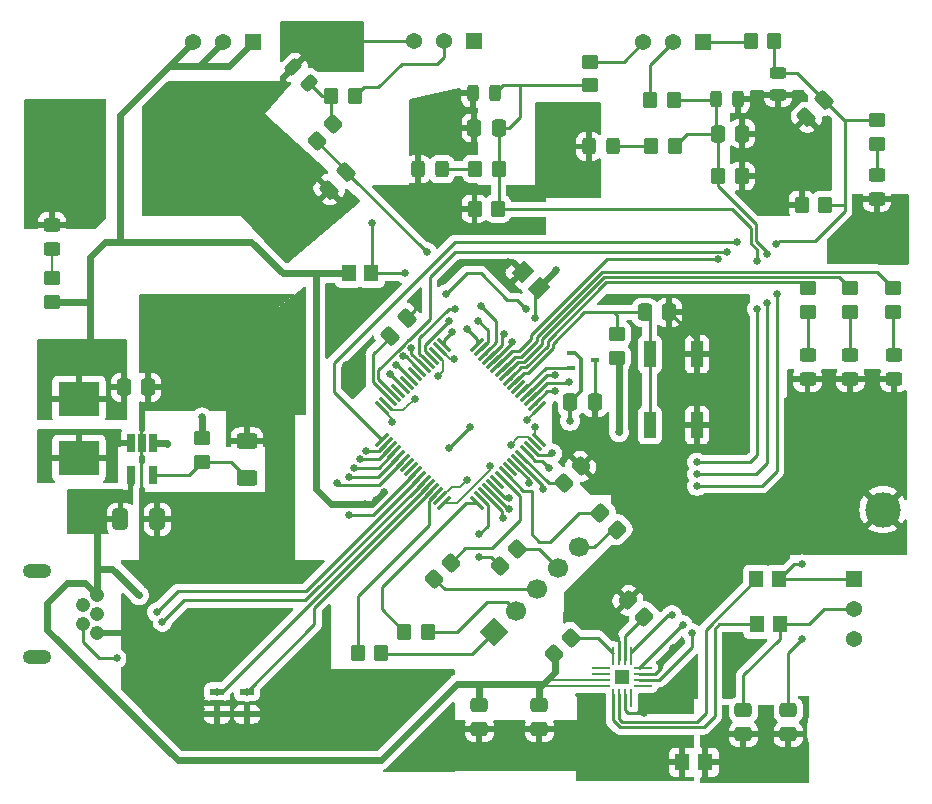
<source format=gbr>
%TF.GenerationSoftware,KiCad,Pcbnew,7.0.10*%
%TF.CreationDate,2024-03-07T19:45:30-05:00*%
%TF.ProjectId,TrumpetMelody,5472756d-7065-4744-9d65-6c6f64792e6b,rev?*%
%TF.SameCoordinates,Original*%
%TF.FileFunction,Copper,L1,Top*%
%TF.FilePolarity,Positive*%
%FSLAX46Y46*%
G04 Gerber Fmt 4.6, Leading zero omitted, Abs format (unit mm)*
G04 Created by KiCad (PCBNEW 7.0.10) date 2024-03-07 19:45:30*
%MOMM*%
%LPD*%
G01*
G04 APERTURE LIST*
G04 Aperture macros list*
%AMRoundRect*
0 Rectangle with rounded corners*
0 $1 Rounding radius*
0 $2 $3 $4 $5 $6 $7 $8 $9 X,Y pos of 4 corners*
0 Add a 4 corners polygon primitive as box body*
4,1,4,$2,$3,$4,$5,$6,$7,$8,$9,$2,$3,0*
0 Add four circle primitives for the rounded corners*
1,1,$1+$1,$2,$3*
1,1,$1+$1,$4,$5*
1,1,$1+$1,$6,$7*
1,1,$1+$1,$8,$9*
0 Add four rect primitives between the rounded corners*
20,1,$1+$1,$2,$3,$4,$5,0*
20,1,$1+$1,$4,$5,$6,$7,0*
20,1,$1+$1,$6,$7,$8,$9,0*
20,1,$1+$1,$8,$9,$2,$3,0*%
%AMHorizOval*
0 Thick line with rounded ends*
0 $1 width*
0 $2 $3 position (X,Y) of the first rounded end (center of the circle)*
0 $4 $5 position (X,Y) of the second rounded end (center of the circle)*
0 Add line between two ends*
20,1,$1,$2,$3,$4,$5,0*
0 Add two circle primitives to create the rounded ends*
1,1,$1,$2,$3*
1,1,$1,$4,$5*%
%AMRotRect*
0 Rectangle, with rotation*
0 The origin of the aperture is its center*
0 $1 length*
0 $2 width*
0 $3 Rotation angle, in degrees counterclockwise*
0 Add horizontal line*
21,1,$1,$2,0,0,$3*%
G04 Aperture macros list end*
%TA.AperFunction,SMDPad,CuDef*%
%ADD10R,1.285000X1.470000*%
%TD*%
%TA.AperFunction,ComponentPad*%
%ADD11R,1.370000X1.370000*%
%TD*%
%TA.AperFunction,ComponentPad*%
%ADD12C,1.370000*%
%TD*%
%TA.AperFunction,SMDPad,CuDef*%
%ADD13RoundRect,0.250000X-0.450000X0.350000X-0.450000X-0.350000X0.450000X-0.350000X0.450000X0.350000X0*%
%TD*%
%TA.AperFunction,SMDPad,CuDef*%
%ADD14RoundRect,0.250000X-0.350000X-0.450000X0.350000X-0.450000X0.350000X0.450000X-0.350000X0.450000X0*%
%TD*%
%TA.AperFunction,SMDPad,CuDef*%
%ADD15RoundRect,0.250000X-0.070711X0.565685X-0.565685X0.070711X0.070711X-0.565685X0.565685X-0.070711X0*%
%TD*%
%TA.AperFunction,SMDPad,CuDef*%
%ADD16RoundRect,0.250000X0.070711X-0.565685X0.565685X-0.070711X-0.070711X0.565685X-0.565685X0.070711X0*%
%TD*%
%TA.AperFunction,SMDPad,CuDef*%
%ADD17RoundRect,0.250000X-0.097227X0.574524X-0.574524X0.097227X0.097227X-0.574524X0.574524X-0.097227X0*%
%TD*%
%TA.AperFunction,SMDPad,CuDef*%
%ADD18RoundRect,0.250000X0.337500X0.475000X-0.337500X0.475000X-0.337500X-0.475000X0.337500X-0.475000X0*%
%TD*%
%TA.AperFunction,SMDPad,CuDef*%
%ADD19RoundRect,0.243750X-0.494975X-0.150260X-0.150260X-0.494975X0.494975X0.150260X0.150260X0.494975X0*%
%TD*%
%TA.AperFunction,SMDPad,CuDef*%
%ADD20RoundRect,0.250000X0.350000X0.450000X-0.350000X0.450000X-0.350000X-0.450000X0.350000X-0.450000X0*%
%TD*%
%TA.AperFunction,SMDPad,CuDef*%
%ADD21RoundRect,0.243750X0.456250X-0.243750X0.456250X0.243750X-0.456250X0.243750X-0.456250X-0.243750X0*%
%TD*%
%TA.AperFunction,SMDPad,CuDef*%
%ADD22RoundRect,0.250000X-0.565685X-0.070711X-0.070711X-0.565685X0.565685X0.070711X0.070711X0.565685X0*%
%TD*%
%TA.AperFunction,ComponentPad*%
%ADD23C,1.208000*%
%TD*%
%TA.AperFunction,ComponentPad*%
%ADD24O,2.416000X1.208000*%
%TD*%
%TA.AperFunction,SMDPad,CuDef*%
%ADD25RoundRect,0.250000X-0.475000X0.337500X-0.475000X-0.337500X0.475000X-0.337500X0.475000X0.337500X0*%
%TD*%
%TA.AperFunction,SMDPad,CuDef*%
%ADD26RoundRect,0.250000X0.450000X-0.350000X0.450000X0.350000X-0.450000X0.350000X-0.450000X-0.350000X0*%
%TD*%
%TA.AperFunction,SMDPad,CuDef*%
%ADD27RoundRect,0.250000X0.450000X-0.325000X0.450000X0.325000X-0.450000X0.325000X-0.450000X-0.325000X0*%
%TD*%
%TA.AperFunction,SMDPad,CuDef*%
%ADD28R,0.254000X1.498600*%
%TD*%
%TA.AperFunction,SMDPad,CuDef*%
%ADD29R,1.498600X0.254000*%
%TD*%
%TA.AperFunction,SMDPad,CuDef*%
%ADD30R,1.244600X1.244600*%
%TD*%
%TA.AperFunction,SMDPad,CuDef*%
%ADD31RoundRect,0.250000X-0.450000X0.325000X-0.450000X-0.325000X0.450000X-0.325000X0.450000X0.325000X0*%
%TD*%
%TA.AperFunction,SMDPad,CuDef*%
%ADD32R,0.650000X1.560000*%
%TD*%
%TA.AperFunction,SMDPad,CuDef*%
%ADD33R,3.500000X3.000000*%
%TD*%
%TA.AperFunction,SMDPad,CuDef*%
%ADD34RoundRect,0.243750X-0.243750X-0.456250X0.243750X-0.456250X0.243750X0.456250X-0.243750X0.456250X0*%
%TD*%
%TA.AperFunction,SMDPad,CuDef*%
%ADD35R,1.000000X2.250000*%
%TD*%
%TA.AperFunction,SMDPad,CuDef*%
%ADD36RoundRect,0.250000X-0.325000X-0.450000X0.325000X-0.450000X0.325000X0.450000X-0.325000X0.450000X0*%
%TD*%
%TA.AperFunction,SMDPad,CuDef*%
%ADD37C,3.000000*%
%TD*%
%TA.AperFunction,SMDPad,CuDef*%
%ADD38RoundRect,0.250000X-0.337500X-0.475000X0.337500X-0.475000X0.337500X0.475000X-0.337500X0.475000X0*%
%TD*%
%TA.AperFunction,SMDPad,CuDef*%
%ADD39RotRect,1.285000X1.470000X315.000000*%
%TD*%
%TA.AperFunction,ComponentPad*%
%ADD40RotRect,1.700000X1.700000X135.000000*%
%TD*%
%TA.AperFunction,ComponentPad*%
%ADD41HorizOval,1.700000X0.000000X0.000000X0.000000X0.000000X0*%
%TD*%
%TA.AperFunction,SMDPad,CuDef*%
%ADD42RoundRect,0.250000X-0.412500X-0.650000X0.412500X-0.650000X0.412500X0.650000X-0.412500X0.650000X0*%
%TD*%
%TA.AperFunction,SMDPad,CuDef*%
%ADD43RoundRect,0.075000X0.441942X0.548008X-0.548008X-0.441942X-0.441942X-0.548008X0.548008X0.441942X0*%
%TD*%
%TA.AperFunction,SMDPad,CuDef*%
%ADD44RoundRect,0.075000X-0.441942X0.548008X-0.548008X0.441942X0.441942X-0.548008X0.548008X-0.441942X0*%
%TD*%
%TA.AperFunction,SMDPad,CuDef*%
%ADD45RoundRect,0.243750X0.243750X0.456250X-0.243750X0.456250X-0.243750X-0.456250X0.243750X-0.456250X0*%
%TD*%
%TA.AperFunction,SMDPad,CuDef*%
%ADD46R,0.700000X0.450000*%
%TD*%
%TA.AperFunction,SMDPad,CuDef*%
%ADD47RoundRect,0.088500X-0.516500X-0.206500X0.516500X-0.206500X0.516500X0.206500X-0.516500X0.206500X0*%
%TD*%
%TA.AperFunction,SMDPad,CuDef*%
%ADD48RoundRect,0.250000X0.097227X-0.574524X0.574524X-0.097227X-0.097227X0.574524X-0.574524X0.097227X0*%
%TD*%
%TA.AperFunction,SMDPad,CuDef*%
%ADD49RoundRect,0.250000X0.625000X-0.400000X0.625000X0.400000X-0.625000X0.400000X-0.625000X-0.400000X0*%
%TD*%
%TA.AperFunction,ViaPad*%
%ADD50C,0.660400*%
%TD*%
%TA.AperFunction,ViaPad*%
%ADD51C,1.016000*%
%TD*%
%TA.AperFunction,ViaPad*%
%ADD52C,1.800000*%
%TD*%
%TA.AperFunction,Conductor*%
%ADD53C,0.610000*%
%TD*%
%TA.AperFunction,Conductor*%
%ADD54C,0.200000*%
%TD*%
%TA.AperFunction,Conductor*%
%ADD55C,0.300000*%
%TD*%
%TA.AperFunction,Conductor*%
%ADD56C,0.254000*%
%TD*%
%TA.AperFunction,Conductor*%
%ADD57C,0.500000*%
%TD*%
G04 APERTURE END LIST*
D10*
%TO.P,FB5,1*%
%TO.N,GND*%
X203878000Y-112014000D03*
%TO.P,FB5,2*%
%TO.N,Net-(C12-Pad2)*%
X205824000Y-112014000D03*
%TD*%
D11*
%TO.P,J3,1,1*%
%TO.N,BUTTON_0*%
X205613000Y-51054000D03*
D12*
%TO.P,J3,2,2*%
%TO.N,BUTTON_1*%
X203073000Y-51054000D03*
%TO.P,J3,3,3*%
%TO.N,BUTTON_2*%
X200533000Y-51054000D03*
%TD*%
D13*
%TO.P,R15,1*%
%TO.N,GPIO_LED1*%
X218097000Y-71866000D03*
%TO.P,R15,2*%
%TO.N,Net-(D12-A)*%
X218097000Y-73866000D03*
%TD*%
D14*
%TO.P,R4,1*%
%TO.N,Net-(D1-A2)*%
X174133000Y-55626000D03*
%TO.P,R4,2*%
%TO.N,Net-(R4-Pad2)*%
X176133000Y-55626000D03*
%TD*%
D15*
%TO.P,R23,1*%
%TO.N,SWO*%
X184294214Y-95105786D03*
%TO.P,R23,2*%
%TO.N,Net-(J2-Pin_3)*%
X182880000Y-96520000D03*
%TD*%
D16*
%TO.P,R3,1*%
%TO.N,ADC1_IN0*%
X172901893Y-59381107D03*
%TO.P,R3,2*%
%TO.N,Net-(D1-A2)*%
X174316107Y-57966893D03*
%TD*%
%TO.P,R11,1*%
%TO.N,+5V*%
X193040000Y-102870000D03*
%TO.P,R11,2*%
%TO.N,Net-(U3-SD_MODE)*%
X194454214Y-101455786D03*
%TD*%
D14*
%TO.P,R20,1*%
%TO.N,Net-(D9-A)*%
X186318041Y-61770219D03*
%TO.P,R20,2*%
%TO.N,GPIO_BUTTON_2*%
X188318041Y-61770219D03*
%TD*%
D17*
%TO.P,C17,1*%
%TO.N,GPIO_BUTTON_0*%
X215836078Y-55937745D03*
%TO.P,C17,2*%
%TO.N,GND*%
X214368832Y-57404991D03*
%TD*%
D18*
%TO.P,C19,1*%
%TO.N,GPIO_BUTTON_2*%
X188342060Y-58301493D03*
%TO.P,C19,2*%
%TO.N,GND*%
X186267060Y-58301493D03*
%TD*%
D19*
%TO.P,D1,1,A1*%
%TO.N,GNDA*%
X170914087Y-53185087D03*
%TO.P,D1,2,A2*%
%TO.N,Net-(D1-A2)*%
X172239913Y-54510913D03*
%TD*%
D10*
%TO.P,FB2,1*%
%TO.N,Net-(U3-OUTN)*%
X210144000Y-96520000D03*
%TO.P,FB2,2*%
%TO.N,Net-(C12-Pad1)*%
X212090000Y-96520000D03*
%TD*%
D20*
%TO.P,R9,1*%
%TO.N,GND*%
X208904403Y-62394663D03*
%TO.P,R9,2*%
%TO.N,GPIO_BUTTON_1*%
X206904403Y-62394663D03*
%TD*%
D21*
%TO.P,D2,1,A1*%
%TO.N,GND*%
X211963000Y-55547500D03*
%TO.P,D2,2,A2*%
%TO.N,GPIO_BUTTON_0*%
X211963000Y-53672500D03*
%TD*%
D11*
%TO.P,J4,1,1*%
%TO.N,+3.3V*%
X167513000Y-51054000D03*
D12*
%TO.P,J4,2,2*%
X164973000Y-51054000D03*
%TO.P,J4,3,3*%
X162433000Y-51054000D03*
%TD*%
D22*
%TO.P,R26,1*%
%TO.N,GND*%
X199245786Y-98280786D03*
%TO.P,R26,2*%
%TO.N,Net-(U3-GAIN_SLOT)*%
X200660000Y-99695000D03*
%TD*%
D23*
%TO.P,J1,1,VBUS*%
%TO.N,+5V*%
X154286352Y-97874978D03*
%TO.P,J1,2,D-*%
%TO.N,USB_DM*%
X153086352Y-98674978D03*
%TO.P,J1,3,D+*%
%TO.N,USB_DP*%
X154286352Y-99474978D03*
%TO.P,J1,4,ID*%
%TO.N,USB_ID_Connector*%
X153086352Y-100274978D03*
%TO.P,J1,5,GND*%
%TO.N,GND*%
X154286352Y-101074978D03*
D24*
%TO.P,J1,SH1*%
%TO.N,N/C*%
X149236352Y-103124978D03*
%TO.P,J1,SH2*%
X149236352Y-95824978D03*
%TD*%
D25*
%TO.P,C13,1*%
%TO.N,+5V*%
X191770000Y-107145000D03*
%TO.P,C13,2*%
%TO.N,GND*%
X191770000Y-109220000D03*
%TD*%
D14*
%TO.P,R21,1*%
%TO.N,TMS*%
X176381296Y-102761319D03*
%TO.P,R21,2*%
%TO.N,Net-(J2-Pin_1)*%
X178381296Y-102761319D03*
%TD*%
D26*
%TO.P,R18,1*%
%TO.N,Net-(D8-A)*%
X220328375Y-59632634D03*
%TO.P,R18,2*%
%TO.N,GPIO_BUTTON_0*%
X220328375Y-57632634D03*
%TD*%
D10*
%TO.P,FB3,1*%
%TO.N,Net-(C14-Pad1)*%
X212131000Y-100330000D03*
%TO.P,FB3,2*%
%TO.N,Net-(U3-OUTP)*%
X210185000Y-100330000D03*
%TD*%
D15*
%TO.P,R2,1*%
%TO.N,GND*%
X195269214Y-86955786D03*
%TO.P,R2,2*%
%TO.N,BOOT0*%
X193855000Y-88370000D03*
%TD*%
D27*
%TO.P,D13,1,K*%
%TO.N,GND*%
X221784857Y-79599857D03*
%TO.P,D13,2,A*%
%TO.N,Net-(D13-A)*%
X221784857Y-77549857D03*
%TD*%
D28*
%TO.P,U3,1,DIN*%
%TO.N,I2S_SD*%
X199505001Y-102984300D03*
%TO.P,U3,2,GAIN_SLOT*%
%TO.N,Net-(U3-GAIN_SLOT)*%
X199005000Y-102984300D03*
%TO.P,U3,3,GND*%
%TO.N,GND*%
X198505000Y-102984300D03*
%TO.P,U3,4,SD_MODE*%
%TO.N,Net-(U3-SD_MODE)*%
X198004999Y-102984300D03*
D29*
%TO.P,U3,5*%
%TO.N,N/C*%
X196964300Y-104024999D03*
%TO.P,U3,6*%
X196964300Y-104525000D03*
%TO.P,U3,7,VDD*%
%TO.N,+5V*%
X196964300Y-105025000D03*
%TO.P,U3,8,VDD__1*%
X196964300Y-105525001D03*
D28*
%TO.P,U3,9,OUTP*%
%TO.N,Net-(U3-OUTP)*%
X198004999Y-106565700D03*
%TO.P,U3,10,OUTN*%
%TO.N,Net-(U3-OUTN)*%
X198505000Y-106565700D03*
%TO.P,U3,11,GND__1*%
%TO.N,GND*%
X199005000Y-106565700D03*
%TO.P,U3,12*%
%TO.N,N/C*%
X199505001Y-106565700D03*
D29*
%TO.P,U3,13*%
X200545700Y-105525001D03*
%TO.P,U3,14,LRCLK*%
%TO.N,I2S_WS*%
X200545700Y-105025000D03*
%TO.P,U3,15,GND__2*%
%TO.N,GND*%
X200545700Y-104525000D03*
%TO.P,U3,16,BCLK*%
%TO.N,I2S_CK*%
X200545700Y-104024999D03*
D30*
%TO.P,U3,17,EP*%
%TO.N,GND*%
X198755000Y-104775000D03*
%TD*%
D31*
%TO.P,D10,1,K*%
%TO.N,GND*%
X150495000Y-66530000D03*
%TO.P,D10,2,A*%
%TO.N,Net-(D10-A)*%
X150495000Y-68580000D03*
%TD*%
D32*
%TO.P,U2,1,EN*%
%TO.N,+5V*%
X159065000Y-85010000D03*
%TO.P,U2,2,GND*%
%TO.N,GND*%
X158115000Y-85010000D03*
%TO.P,U2,3,SW*%
%TO.N,Net-(U2-SW)*%
X157165000Y-85010000D03*
%TO.P,U2,4,VIN*%
%TO.N,+5V*%
X157165000Y-87710000D03*
%TO.P,U2,5,FB*%
%TO.N,Net-(U2-FB)*%
X159065000Y-87710000D03*
%TD*%
D33*
%TO.P,LQH1,1,1*%
%TO.N,Net-(U2-SW)*%
X152781000Y-86280000D03*
%TO.P,LQH1,2,2*%
%TO.N,+3.3V*%
X152781000Y-81280000D03*
%TD*%
D34*
%TO.P,D3,1,A1*%
%TO.N,GND*%
X186133500Y-55372000D03*
%TO.P,D3,2,A2*%
%TO.N,GPIO_BUTTON_2*%
X188008500Y-55372000D03*
%TD*%
D25*
%TO.P,C12,1*%
%TO.N,Net-(C12-Pad1)*%
X212831667Y-107578444D03*
%TO.P,C12,2*%
%TO.N,Net-(C12-Pad2)*%
X212831667Y-109653444D03*
%TD*%
%TO.P,C10,1*%
%TO.N,+5V*%
X186690000Y-107145000D03*
%TO.P,C10,2*%
%TO.N,GND*%
X186690000Y-109220000D03*
%TD*%
D14*
%TO.P,R6,1*%
%TO.N,GND*%
X186272737Y-65143476D03*
%TO.P,R6,2*%
%TO.N,GPIO_BUTTON_2*%
X188272737Y-65143476D03*
%TD*%
D11*
%TO.P,RV1,1,1*%
%TO.N,+3.3VA*%
X186255606Y-50919442D03*
D12*
%TO.P,RV1,2,2*%
%TO.N,Net-(R4-Pad2)*%
X183715606Y-50919442D03*
%TO.P,RV1,3,3*%
%TO.N,GNDA*%
X181175606Y-50919442D03*
%TD*%
D35*
%TO.P,SW1,1,1*%
%TO.N,GND*%
X205105000Y-77470000D03*
X205105000Y-83470000D03*
%TO.P,SW1,2,2*%
%TO.N,NRST*%
X201105000Y-77470000D03*
X201105000Y-83470000D03*
%TD*%
D14*
%TO.P,R22,1*%
%TO.N,TCK*%
X180340000Y-100965000D03*
%TO.P,R22,2*%
%TO.N,Net-(J2-Pin_2)*%
X182340000Y-100965000D03*
%TD*%
D26*
%TO.P,R17,1*%
%TO.N,+3.3V*%
X150495000Y-73025000D03*
%TO.P,R17,2*%
%TO.N,Net-(D10-A)*%
X150495000Y-71025000D03*
%TD*%
D14*
%TO.P,R8,1*%
%TO.N,GND*%
X213965738Y-64805458D03*
%TO.P,R8,2*%
%TO.N,GPIO_BUTTON_0*%
X215965738Y-64805458D03*
%TD*%
D36*
%TO.P,D7,1,K*%
%TO.N,GND*%
X195952000Y-59877781D03*
%TO.P,D7,2,A*%
%TO.N,Net-(D7-A)*%
X198002000Y-59877781D03*
%TD*%
D27*
%TO.P,D12,1,K*%
%TO.N,GND*%
X218097000Y-79581000D03*
%TO.P,D12,2,A*%
%TO.N,Net-(D12-A)*%
X218097000Y-77531000D03*
%TD*%
D37*
%TO.P,GND TP,1*%
%TO.N,GND*%
X220855000Y-90620000D03*
%TD*%
D38*
%TO.P,C6,1*%
%TO.N,NRST*%
X200677011Y-73914000D03*
%TO.P,C6,2*%
%TO.N,GND*%
X202752011Y-73914000D03*
%TD*%
%TO.P,C9,1*%
%TO.N,+3.3V*%
X194394000Y-81534000D03*
%TO.P,C9,2*%
%TO.N,GND*%
X196469000Y-81534000D03*
%TD*%
D14*
%TO.P,R19,1*%
%TO.N,Net-(D7-A)*%
X201233946Y-59823090D03*
%TO.P,R19,2*%
%TO.N,GPIO_BUTTON_1*%
X203233946Y-59823090D03*
%TD*%
D17*
%TO.P,C11,1*%
%TO.N,ADC1_IN0*%
X175431846Y-62058154D03*
%TO.P,C11,2*%
%TO.N,GNDA*%
X173964600Y-63525400D03*
%TD*%
D38*
%TO.P,C18,1*%
%TO.N,GPIO_BUTTON_1*%
X206874152Y-58783961D03*
%TO.P,C18,2*%
%TO.N,GND*%
X208949152Y-58783961D03*
%TD*%
D26*
%TO.P,R1,1*%
%TO.N,+3.3V*%
X198322970Y-77747943D03*
%TO.P,R1,2*%
%TO.N,NRST*%
X198322970Y-75747943D03*
%TD*%
D39*
%TO.P,FB4,1*%
%TO.N,GND*%
X190368570Y-70480570D03*
%TO.P,FB4,2*%
%TO.N,GNDA*%
X191744600Y-71856600D03*
%TD*%
D26*
%TO.P,R7,1*%
%TO.N,GPIO_BUTTON_2*%
X196035339Y-54695220D03*
%TO.P,R7,2*%
%TO.N,BUTTON_2*%
X196035339Y-52695220D03*
%TD*%
D22*
%TO.P,R25,1*%
%TO.N,NJTRST*%
X196929515Y-90899070D03*
%TO.P,R25,2*%
%TO.N,Net-(J2-Pin_5)*%
X198343729Y-92313284D03*
%TD*%
D27*
%TO.P,D11,1,K*%
%TO.N,GND*%
X214468000Y-79581000D03*
%TO.P,D11,2,A*%
%TO.N,Net-(D11-A)*%
X214468000Y-77531000D03*
%TD*%
D36*
%TO.P,D9,1,K*%
%TO.N,GND*%
X181467602Y-61802042D03*
%TO.P,D9,2,A*%
%TO.N,Net-(D9-A)*%
X183517602Y-61802042D03*
%TD*%
D38*
%TO.P,GRM21,1*%
%TO.N,+3.3V*%
X156569500Y-80264000D03*
%TO.P,GRM21,2*%
%TO.N,GND*%
X158644500Y-80264000D03*
%TD*%
D25*
%TO.P,C14,1*%
%TO.N,Net-(C14-Pad1)*%
X209042338Y-107578444D03*
%TO.P,C14,2*%
%TO.N,Net-(C12-Pad2)*%
X209042338Y-109653444D03*
%TD*%
D40*
%TO.P,J2,1,Pin_1*%
%TO.N,Net-(J2-Pin_1)*%
X187960000Y-100965000D03*
D41*
%TO.P,J2,2,Pin_2*%
%TO.N,Net-(J2-Pin_2)*%
X189756051Y-99168949D03*
%TO.P,J2,3,Pin_3*%
%TO.N,Net-(J2-Pin_3)*%
X191552102Y-97372898D03*
%TO.P,J2,4,Pin_4*%
%TO.N,Net-(J2-Pin_4)*%
X193348154Y-95576846D03*
%TO.P,J2,5,Pin_5*%
%TO.N,Net-(J2-Pin_5)*%
X195144205Y-93780795D03*
%TD*%
D42*
%TO.P,GRM31,1*%
%TO.N,+5V*%
X156298500Y-91440000D03*
%TO.P,GRM31,2*%
%TO.N,GND*%
X159423500Y-91440000D03*
%TD*%
D10*
%TO.P,FB1,1*%
%TO.N,+3.3V*%
X175605000Y-70620000D03*
%TO.P,FB1,2*%
%TO.N,+3.3VA*%
X177551000Y-70620000D03*
%TD*%
D16*
%TO.P,R24,1*%
%TO.N,JTDI*%
X188450786Y-95394214D03*
%TO.P,R24,2*%
%TO.N,Net-(J2-Pin_4)*%
X189865000Y-93980000D03*
%TD*%
D43*
%TO.P,U1,1,VBAT*%
%TO.N,+3.3V*%
X191750464Y-82003302D03*
%TO.P,U1,2,PC13*%
%TO.N,PC13*%
X191396911Y-81649749D03*
%TO.P,U1,3,PC14*%
%TO.N,OSC32_IN*%
X191043358Y-81296196D03*
%TO.P,U1,4,PC15*%
%TO.N,OSC32_OUT*%
X190689804Y-80942642D03*
%TO.P,U1,5,PH0*%
%TO.N,OSC_IN*%
X190336251Y-80589089D03*
%TO.P,U1,6,PH1*%
%TO.N,OSC_OUT*%
X189982697Y-80235535D03*
%TO.P,U1,7,NRST*%
%TO.N,NRST*%
X189629144Y-79881982D03*
%TO.P,U1,8,PC0*%
%TO.N,GPIO_LED0*%
X189275591Y-79528429D03*
%TO.P,U1,9,PC1*%
%TO.N,GPIO_LED1*%
X188922037Y-79174875D03*
%TO.P,U1,10,PC2*%
%TO.N,GPIO_LED2*%
X188568484Y-78821322D03*
%TO.P,U1,11,PC3*%
%TO.N,I2S_SD*%
X188214931Y-78467769D03*
%TO.P,U1,12,VSSA*%
%TO.N,GNDA*%
X187861377Y-78114215D03*
%TO.P,U1,13,VDDA*%
%TO.N,+3.3VA*%
X187507824Y-77760662D03*
%TO.P,U1,14,PA0*%
%TO.N,ADC1_IN0*%
X187154270Y-77407108D03*
%TO.P,U1,15,PA1*%
%TO.N,PA1*%
X186800717Y-77053555D03*
%TO.P,U1,16,PA2*%
%TO.N,PA2*%
X186447164Y-76700002D03*
D44*
%TO.P,U1,17,PA3*%
%TO.N,PA3*%
X183724802Y-76700002D03*
%TO.P,U1,18,VSS*%
%TO.N,GND*%
X183371249Y-77053555D03*
%TO.P,U1,19,VDD*%
%TO.N,+3.3V*%
X183017696Y-77407108D03*
%TO.P,U1,20,PA4*%
%TO.N,PA4*%
X182664142Y-77760662D03*
%TO.P,U1,21,PA5*%
%TO.N,PA5*%
X182310589Y-78114215D03*
%TO.P,U1,22,PA6*%
%TO.N,PA6*%
X181957035Y-78467769D03*
%TO.P,U1,23,PA7*%
%TO.N,PA7*%
X181603482Y-78821322D03*
%TO.P,U1,24,PC4*%
%TO.N,PC4*%
X181249929Y-79174875D03*
%TO.P,U1,25,PC5*%
%TO.N,PC5*%
X180896375Y-79528429D03*
%TO.P,U1,26,PB0*%
%TO.N,PB0*%
X180542822Y-79881982D03*
%TO.P,U1,27,PB1*%
%TO.N,PB1*%
X180189269Y-80235535D03*
%TO.P,U1,28,PB2*%
%TO.N,PB2*%
X179835715Y-80589089D03*
%TO.P,U1,29,PB10*%
%TO.N,I2S_CK*%
X179482162Y-80942642D03*
%TO.P,U1,30,VCAP1*%
%TO.N,Net-(U1-VCAP1)*%
X179128608Y-81296196D03*
%TO.P,U1,31,VSS*%
%TO.N,GND*%
X178775055Y-81649749D03*
%TO.P,U1,32,VDD*%
%TO.N,+3.3V*%
X178421502Y-82003302D03*
D43*
%TO.P,U1,33,PB12*%
%TO.N,I2S_WS*%
X178421502Y-84725664D03*
%TO.P,U1,34,PB13*%
%TO.N,PB13*%
X178775055Y-85079217D03*
%TO.P,U1,35,PB14*%
%TO.N,PB14*%
X179128608Y-85432770D03*
%TO.P,U1,36,PB15*%
%TO.N,PB15*%
X179482162Y-85786324D03*
%TO.P,U1,37,PC6*%
%TO.N,PC6*%
X179835715Y-86139877D03*
%TO.P,U1,38,PC7*%
%TO.N,PC7*%
X180189269Y-86493431D03*
%TO.P,U1,39,PC8*%
%TO.N,PC8*%
X180542822Y-86846984D03*
%TO.P,U1,40,PC9*%
%TO.N,PC9*%
X180896375Y-87200537D03*
%TO.P,U1,41,PA8*%
%TO.N,PA8*%
X181249929Y-87554091D03*
%TO.P,U1,42,PA9*%
%TO.N,USB_VSENSE*%
X181603482Y-87907644D03*
%TO.P,U1,43,PA10*%
%TO.N,USB_ID*%
X181957035Y-88261197D03*
%TO.P,U1,44,PA11*%
%TO.N,USB_DM*%
X182310589Y-88614751D03*
%TO.P,U1,45,PA12*%
%TO.N,USB_DP*%
X182664142Y-88968304D03*
%TO.P,U1,46,PA13*%
%TO.N,TMS*%
X183017696Y-89321858D03*
%TO.P,U1,47,VSS*%
%TO.N,GND*%
X183371249Y-89675411D03*
%TO.P,U1,48,VDD*%
%TO.N,+3.3V*%
X183724802Y-90028964D03*
D44*
%TO.P,U1,49,PA14*%
%TO.N,TCK*%
X186447164Y-90028964D03*
%TO.P,U1,50,PA15*%
%TO.N,JTDI*%
X186800717Y-89675411D03*
%TO.P,U1,51,PC10*%
%TO.N,GPIO_BUTTON_0*%
X187154270Y-89321858D03*
%TO.P,U1,52,PC11*%
%TO.N,GPIO_BUTTON_1*%
X187507824Y-88968304D03*
%TO.P,U1,53,PC12*%
%TO.N,GPIO_BUTTON_2*%
X187861377Y-88614751D03*
%TO.P,U1,54,PD2*%
%TO.N,PD2*%
X188214931Y-88261197D03*
%TO.P,U1,55,PB3*%
%TO.N,SWO*%
X188568484Y-87907644D03*
%TO.P,U1,56,PB4*%
%TO.N,NJTRST*%
X188922037Y-87554091D03*
%TO.P,U1,57,PB5*%
%TO.N,PB5*%
X189275591Y-87200537D03*
%TO.P,U1,58,PB6*%
%TO.N,PB6*%
X189629144Y-86846984D03*
%TO.P,U1,59,PB7*%
%TO.N,PB7*%
X189982697Y-86493431D03*
%TO.P,U1,60,BOOT0*%
%TO.N,BOOT0*%
X190336251Y-86139877D03*
%TO.P,U1,61,PB8*%
%TO.N,PB8*%
X190689804Y-85786324D03*
%TO.P,U1,62,PB9*%
%TO.N,PB9*%
X191043358Y-85432770D03*
%TO.P,U1,63,VSS*%
%TO.N,GND*%
X191396911Y-85079217D03*
%TO.P,U1,64,VDD*%
%TO.N,+3.3V*%
X191750464Y-84725664D03*
%TD*%
D13*
%TO.P,R14,1*%
%TO.N,GPIO_LED0*%
X214468000Y-71866000D03*
%TO.P,R14,2*%
%TO.N,Net-(D11-A)*%
X214468000Y-73866000D03*
%TD*%
D45*
%TO.P,D4,1,A1*%
%TO.N,GND*%
X208582500Y-55880000D03*
%TO.P,D4,2,A2*%
%TO.N,GPIO_BUTTON_1*%
X206707500Y-55880000D03*
%TD*%
D13*
%TO.P,R16,1*%
%TO.N,GPIO_LED2*%
X221731500Y-71894894D03*
%TO.P,R16,2*%
%TO.N,Net-(D13-A)*%
X221731500Y-73894894D03*
%TD*%
D20*
%TO.P,R5,1*%
%TO.N,GPIO_BUTTON_0*%
X211662118Y-50938708D03*
%TO.P,R5,2*%
%TO.N,BUTTON_0*%
X209662118Y-50938708D03*
%TD*%
D46*
%TO.P,U4,1,V+*%
%TO.N,+3.3V*%
X194453000Y-77328000D03*
%TO.P,U4,2,CLOCK*%
%TO.N,OSC_IN*%
X194453000Y-78628000D03*
%TO.P,U4,3,GND*%
%TO.N,GND*%
X196453000Y-77978000D03*
%TD*%
D13*
%TO.P,ERJ1,1*%
%TO.N,+3.3V*%
X163195000Y-84598000D03*
%TO.P,ERJ1,2*%
%TO.N,Net-(U2-FB)*%
X163195000Y-86598000D03*
%TD*%
D47*
%TO.P,U5,1,I/O1*%
%TO.N,USB_DM*%
X164495000Y-106050000D03*
%TO.P,U5,2,GND*%
%TO.N,GND*%
X164495000Y-107000000D03*
%TO.P,U5,3,I/O2*%
X164495000Y-107950000D03*
%TO.P,U5,4,I/O3*%
X167005000Y-107950000D03*
%TO.P,U5,5,I/O4*%
%TO.N,USB_DP*%
X167005000Y-106050000D03*
%TD*%
D20*
%TO.P,R10,1*%
%TO.N,GPIO_BUTTON_1*%
X203168000Y-55905400D03*
%TO.P,R10,2*%
%TO.N,BUTTON_1*%
X201168000Y-55905400D03*
%TD*%
D11*
%TO.P,LS1,1,1*%
%TO.N,Net-(C12-Pad1)*%
X218440000Y-96520000D03*
D12*
%TO.P,LS1,2,2*%
%TO.N,Net-(C14-Pad1)*%
X218440000Y-99060000D03*
%TO.P,LS1,3*%
%TO.N,N/C*%
X218440000Y-101600000D03*
%TD*%
D48*
%TO.P,C16,1*%
%TO.N,Net-(U1-VCAP1)*%
X179075954Y-75889246D03*
%TO.P,C16,2*%
%TO.N,GND*%
X180543200Y-74422000D03*
%TD*%
D49*
%TO.P,RC1206,1*%
%TO.N,Net-(U2-FB)*%
X167005000Y-87910000D03*
%TO.P,RC1206,2*%
%TO.N,GND*%
X167005000Y-84810000D03*
%TD*%
D27*
%TO.P,D8,1,K*%
%TO.N,GND*%
X220334656Y-64309273D03*
%TO.P,D8,2,A*%
%TO.N,Net-(D8-A)*%
X220334656Y-62259273D03*
%TD*%
D50*
%TO.N,+3.3V*%
X194355000Y-83120000D03*
X187560857Y-86900017D03*
X191363602Y-83644765D03*
X156312277Y-82552468D03*
X190742837Y-83010930D03*
X178605000Y-89120000D03*
X179299113Y-83183996D03*
X177014409Y-90117100D03*
X177912955Y-89813840D03*
X183141439Y-79298619D03*
X163195000Y-82804000D03*
X198501000Y-84074000D03*
%TO.N,GND*%
X215855000Y-90620000D03*
X210855000Y-90620000D03*
X161855000Y-109870000D03*
X195355000Y-110620000D03*
X195355000Y-111870000D03*
X163355000Y-109870000D03*
X192105000Y-58120000D03*
X159893000Y-81534000D03*
X164465000Y-72898000D03*
X164465000Y-73914000D03*
X214605000Y-90620000D03*
X164211000Y-89662000D03*
X164465602Y-80898116D03*
X169291000Y-83058000D03*
X196605000Y-85620000D03*
X161105000Y-101370000D03*
X218855000Y-67370000D03*
X151105000Y-62870000D03*
X193855000Y-58120000D03*
X176605000Y-79370000D03*
X214605000Y-89370000D03*
X151105000Y-64120000D03*
X181855000Y-56620000D03*
X213355000Y-90620000D03*
X207855000Y-105370000D03*
X215855000Y-61120000D03*
X212105000Y-89370000D03*
X156845000Y-104140000D03*
X165481000Y-89662000D03*
X192105000Y-59620000D03*
X209105000Y-102120000D03*
X162605000Y-102620000D03*
X181855000Y-57870000D03*
X197855000Y-111870000D03*
X189105000Y-69620000D03*
X164465000Y-75946000D03*
X169291000Y-84074000D03*
X175355000Y-78370000D03*
X217855000Y-68620000D03*
X185855000Y-83620000D03*
X221855000Y-68620000D03*
X215855000Y-91870000D03*
X169291000Y-89662000D03*
X159331698Y-101931826D03*
X217855000Y-67370000D03*
X200355000Y-110620000D03*
X181355000Y-63870000D03*
X166355000Y-109870000D03*
X200355000Y-111870000D03*
X162941000Y-93726000D03*
X200605000Y-107870000D03*
X168021000Y-89662000D03*
X221855000Y-67370000D03*
X181254400Y-73050400D03*
X162941000Y-89662000D03*
X218355000Y-91870000D03*
X184105000Y-63870000D03*
X217105000Y-89370000D03*
X218855000Y-68620000D03*
X158505735Y-101077370D03*
X207855000Y-102120000D03*
X169355000Y-109870000D03*
X212105000Y-90620000D03*
D51*
X198755000Y-104775000D03*
D50*
X209605000Y-90620000D03*
X153605000Y-64120000D03*
X174605000Y-74370000D03*
X182605000Y-63870000D03*
X219855000Y-68620000D03*
X214605000Y-91870000D03*
X196605000Y-111870000D03*
X183769000Y-110490000D03*
X149855000Y-62870000D03*
X217105000Y-90620000D03*
X218355000Y-89370000D03*
X214855000Y-62120000D03*
X207855000Y-103120000D03*
X164465000Y-77978000D03*
X158115000Y-104775000D03*
X174605000Y-72870000D03*
X178725744Y-107974565D03*
X169291000Y-88646000D03*
X209605000Y-91870000D03*
X193855000Y-56870000D03*
X196605000Y-110620000D03*
X189328624Y-85132250D03*
X213355000Y-89370000D03*
X202355000Y-106870000D03*
X162941000Y-90678000D03*
X181196896Y-81243163D03*
X176355000Y-74370000D03*
X167855000Y-109870000D03*
X157287307Y-101063365D03*
X164465000Y-81788000D03*
X185616313Y-88137454D03*
X215855000Y-62120000D03*
X153605000Y-62870000D03*
X215855000Y-89370000D03*
X176605000Y-78370000D03*
X164465000Y-80010000D03*
X189105000Y-71370000D03*
X164855000Y-109870000D03*
X192105000Y-56870000D03*
X184105000Y-85370000D03*
X213855000Y-61120000D03*
X176355000Y-72870000D03*
X162605000Y-101370000D03*
X166751000Y-89662000D03*
X218355000Y-90620000D03*
X162941000Y-92710000D03*
X183355000Y-57870000D03*
X197855000Y-110620000D03*
X214855000Y-61120000D03*
X213355000Y-91870000D03*
X220855000Y-68620000D03*
X152355000Y-64120000D03*
X183355000Y-56620000D03*
X165735000Y-83058000D03*
X203105000Y-102370000D03*
D52*
X220853000Y-90678000D03*
D50*
X203605000Y-105370000D03*
X199105000Y-111870000D03*
X219855000Y-67370000D03*
X193855000Y-59620000D03*
X168275000Y-83058000D03*
X162941000Y-91694000D03*
X217105000Y-91870000D03*
X203605000Y-106870000D03*
X164465000Y-74930000D03*
X175355000Y-79370000D03*
X164465000Y-76962000D03*
X220855000Y-67370000D03*
X167005000Y-83058000D03*
X149855000Y-64120000D03*
X184555653Y-77884406D03*
X161105000Y-102620000D03*
X202105000Y-103620000D03*
X164465000Y-78994000D03*
X199105000Y-110620000D03*
X198105000Y-85620000D03*
X152355000Y-62870000D03*
X213855000Y-62120000D03*
X201105000Y-106870000D03*
X210855000Y-91870000D03*
X198245857Y-101474143D03*
X212105000Y-91870000D03*
%TO.N,+3.3VA*%
X177605000Y-66370000D03*
X183855000Y-72370000D03*
X188796004Y-75761647D03*
X180355000Y-70620000D03*
X190605000Y-73620000D03*
%TO.N,GNDA*%
X193167000Y-70358000D03*
X170545712Y-67375745D03*
X189434147Y-76419941D03*
X191355000Y-74370000D03*
X169049353Y-67383846D03*
X172054488Y-67362739D03*
%TO.N,+5V*%
X160239385Y-85031364D03*
X155321000Y-89408000D03*
X157855000Y-97870000D03*
%TO.N,ADC1_IN0*%
X182245000Y-68834000D03*
X186855000Y-73370000D03*
%TO.N,Net-(C12-Pad1)*%
X213995000Y-101600000D03*
X213995000Y-95250000D03*
%TO.N,GPIO_BUTTON_0*%
X211857768Y-72392265D03*
X188653585Y-91321414D03*
X211840060Y-68134940D03*
X205105000Y-88620000D03*
%TO.N,GPIO_BUTTON_1*%
X189225811Y-90570706D03*
X211053703Y-73088010D03*
X205105000Y-87620000D03*
X211060276Y-68992484D03*
%TO.N,GPIO_BUTTON_2*%
X210199926Y-69606315D03*
X189235476Y-89623544D03*
X210185000Y-73660000D03*
X205105000Y-86620000D03*
%TO.N,USB_DP*%
X167005000Y-106045000D03*
%TO.N,USB_DM*%
X164465000Y-106045000D03*
%TO.N,USB_ID_Connector*%
X155967968Y-103224672D03*
%TO.N,JTDI*%
X186690000Y-94615000D03*
X186690000Y-92710000D03*
%TO.N,PC13*%
X193105000Y-80620000D03*
%TO.N,OSC32_IN*%
X194242606Y-79838747D03*
%TO.N,I2S_SD*%
X202991350Y-99560115D03*
X206869544Y-69443200D03*
%TO.N,PA1*%
X186605000Y-74620000D03*
%TO.N,PA2*%
X185605000Y-75370000D03*
%TO.N,PA3*%
X184355000Y-75620000D03*
%TO.N,PA4*%
X184105000Y-74620000D03*
%TO.N,PA5*%
X184605000Y-73620000D03*
%TO.N,PA6*%
X180921403Y-76936403D03*
%TO.N,PA7*%
X180205684Y-77652122D03*
%TO.N,PC5*%
X179605000Y-78370492D03*
%TO.N,PB1*%
X179086900Y-79120000D03*
%TO.N,I2S_CK*%
X203901637Y-100392930D03*
X207645000Y-68786000D03*
%TO.N,I2S_WS*%
X204705402Y-101090172D03*
X208484094Y-67986358D03*
%TO.N,PB13*%
X177105000Y-85620000D03*
%TO.N,PB14*%
X176605000Y-86370000D03*
%TO.N,PB15*%
X176105000Y-87120000D03*
%TO.N,PC6*%
X175605000Y-87870000D03*
%TO.N,PC7*%
X174605000Y-88370000D03*
%TO.N,PA8*%
X175605000Y-91120000D03*
%TO.N,USB_VSENSE*%
X159385000Y-99314000D03*
%TO.N,USB_ID*%
X159855000Y-100120000D03*
%TO.N,PB6*%
X190855000Y-88370000D03*
%TO.N,PB7*%
X192105000Y-88870000D03*
%TO.N,PB8*%
X192605000Y-87120000D03*
%TO.N,PB9*%
X192855000Y-85870000D03*
%TO.N,OSC32_OUT*%
X193105000Y-79254500D03*
%TD*%
D53*
%TO.N,+3.3V*%
X156300000Y-57187000D02*
X156300000Y-67945000D01*
D54*
X191355596Y-84330796D02*
X191355596Y-83652771D01*
X183017696Y-77407109D02*
X183588621Y-77978034D01*
D53*
X178605000Y-89120000D02*
X178355000Y-89370000D01*
D54*
X191355596Y-83652771D02*
X191363602Y-83644765D01*
D53*
X172847000Y-70620000D02*
X172847000Y-88862000D01*
X170061000Y-70620000D02*
X175605000Y-70620000D01*
X174105000Y-90120000D02*
X177605000Y-90120000D01*
X163195000Y-84598000D02*
X163195000Y-82804000D01*
X160401000Y-53086000D02*
X162433000Y-53086000D01*
X198322970Y-77747943D02*
X198501000Y-77925973D01*
X160401000Y-53086000D02*
X156300000Y-57187000D01*
X150495000Y-73025000D02*
X153755345Y-73025000D01*
D54*
X178421502Y-82094902D02*
X178421502Y-82003302D01*
D55*
X194355000Y-83120000D02*
X194355000Y-81573000D01*
D54*
X184785463Y-90028965D02*
X187560857Y-87253571D01*
D55*
X194355000Y-81573000D02*
X194394000Y-81534000D01*
D53*
X160401000Y-53086000D02*
X162433000Y-51054000D01*
X177605000Y-90120000D02*
X178105000Y-89620000D01*
X155030000Y-67945000D02*
X156300000Y-67945000D01*
D55*
X195308000Y-80620000D02*
X194394000Y-81534000D01*
D53*
X153755345Y-69219655D02*
X155030000Y-67945000D01*
D54*
X187560857Y-87253571D02*
X187560857Y-86900017D01*
D53*
X153755345Y-73025000D02*
X153755345Y-76708000D01*
D55*
X194453000Y-77328000D02*
X194803000Y-77328000D01*
D53*
X162941000Y-53086000D02*
X162433000Y-53086000D01*
D55*
X195308000Y-77833000D02*
X195308000Y-80620000D01*
D54*
X179299113Y-83183996D02*
X179299113Y-82972513D01*
X183588621Y-77978034D02*
X183588621Y-78851438D01*
D53*
X162433000Y-53086000D02*
X165481000Y-53086000D01*
D55*
X194803000Y-77328000D02*
X195308000Y-77833000D01*
D53*
X167386000Y-67945000D02*
X170061000Y-70620000D01*
D54*
X183588621Y-78851438D02*
X183141439Y-79298619D01*
D53*
X165481000Y-53086000D02*
X167513000Y-51054000D01*
X198501000Y-77925973D02*
X198501000Y-84074000D01*
X178105000Y-89620000D02*
X178605000Y-89120000D01*
D54*
X191750464Y-82003303D02*
X190742837Y-83010930D01*
D53*
X153755345Y-73025000D02*
X153755345Y-69219655D01*
D54*
X179299113Y-82972513D02*
X178421502Y-82094902D01*
D53*
X156300000Y-67945000D02*
X167386000Y-67945000D01*
X164973000Y-51054000D02*
X162941000Y-53086000D01*
D54*
X183724802Y-90028965D02*
X184785463Y-90028965D01*
D53*
X172847000Y-88862000D02*
X174105000Y-90120000D01*
D54*
%TO.N,GND*%
X179345980Y-82220675D02*
X180219384Y-82220675D01*
D56*
X202105000Y-103620000D02*
X202105000Y-103995999D01*
D54*
X184378876Y-88667784D02*
X185085983Y-88667784D01*
D56*
X200605000Y-107870000D02*
X199279001Y-107870000D01*
D54*
X180219384Y-82220675D02*
X180489789Y-81950270D01*
X189966060Y-84494814D02*
X189328624Y-85132250D01*
D56*
X199279001Y-107870000D02*
X199005000Y-107595999D01*
D57*
X190368570Y-70480570D02*
X189508000Y-69620000D01*
D56*
X198505000Y-101733286D02*
X198245857Y-101474143D01*
X184105000Y-85370000D02*
X185855000Y-83620000D01*
D57*
X189479140Y-71370000D02*
X189105000Y-71370000D01*
X190368570Y-70480570D02*
X189479140Y-71370000D01*
X158505735Y-101105863D02*
X159331698Y-101931826D01*
D56*
X181254400Y-73710800D02*
X180543200Y-74422000D01*
D54*
X183371249Y-77053555D02*
X184202100Y-77884406D01*
D56*
X161855000Y-108020000D02*
X162875000Y-107000000D01*
X205105000Y-77470000D02*
X205105000Y-76266989D01*
X196469000Y-77994000D02*
X196453000Y-77978000D01*
D54*
X178775055Y-81649749D02*
X179345980Y-82220675D01*
D56*
X161855000Y-109870000D02*
X161855000Y-108020000D01*
X202105000Y-103995999D02*
X201575999Y-104525000D01*
D54*
X183371249Y-89675411D02*
X184378876Y-88667784D01*
D56*
X198505000Y-103340000D02*
X198505000Y-101733286D01*
X162875000Y-107000000D02*
X164495000Y-107000000D01*
D57*
X158503343Y-101074978D02*
X158505735Y-101077370D01*
D54*
X191396911Y-85079217D02*
X190812508Y-84494814D01*
D56*
X196469000Y-81534000D02*
X196469000Y-77994000D01*
X205105000Y-77470000D02*
X205105000Y-83470000D01*
D54*
X184202100Y-77884406D02*
X184555653Y-77884406D01*
D56*
X201575999Y-104525000D02*
X200190000Y-104525000D01*
X164470435Y-107974565D02*
X164495000Y-107950000D01*
X199005000Y-107595999D02*
X199005000Y-106210000D01*
D57*
X154286352Y-101074978D02*
X158503343Y-101074978D01*
D54*
X180489789Y-81950270D02*
X181196896Y-81243163D01*
X190812508Y-84494814D02*
X189966060Y-84494814D01*
D56*
X205105000Y-76266989D02*
X202752011Y-73914000D01*
D57*
X189508000Y-69620000D02*
X189105000Y-69620000D01*
D54*
X185085983Y-88667784D02*
X185616313Y-88137454D01*
D57*
X158505735Y-101077370D02*
X158505735Y-101105863D01*
D56*
X181254400Y-73050400D02*
X181254400Y-73710800D01*
%TO.N,+3.3VA*%
X177551000Y-70620000D02*
X178355000Y-70620000D01*
X190605000Y-73620000D02*
X189855000Y-72870000D01*
X188559000Y-76709486D02*
X187507824Y-77760662D01*
X185605000Y-70620000D02*
X183855000Y-72370000D01*
X177551000Y-70620000D02*
X177605000Y-70566000D01*
X189855000Y-72870000D02*
X189052693Y-72870000D01*
X186802693Y-70620000D02*
X185605000Y-70620000D01*
X188796004Y-75761647D02*
X188559000Y-75998651D01*
X177605000Y-70566000D02*
X177605000Y-66370000D01*
X189052693Y-72870000D02*
X186802693Y-70620000D01*
X178355000Y-70620000D02*
X180355000Y-70620000D01*
X188559000Y-75998651D02*
X188559000Y-76709486D01*
D57*
%TO.N,GNDA*%
X193167000Y-70434200D02*
X191744600Y-71856600D01*
D56*
X170914087Y-53185087D02*
X173179732Y-50919442D01*
X191355000Y-72246200D02*
X191744600Y-71856600D01*
X189434147Y-76541445D02*
X189434147Y-76419941D01*
X193167000Y-70358000D02*
X193167000Y-70434200D01*
X187861377Y-78114215D02*
X189434147Y-76541445D01*
X173179732Y-50919442D02*
X181175606Y-50919442D01*
X191355000Y-74370000D02*
X191355000Y-72246200D01*
%TO.N,NRST*%
X190811123Y-79038000D02*
X190473126Y-79038000D01*
X190473126Y-79038000D02*
X189629144Y-79881982D01*
X200677011Y-73914000D02*
X201105000Y-74341989D01*
X195553156Y-73914000D02*
X192908614Y-76558542D01*
X192908614Y-76558542D02*
X192908615Y-76940507D01*
X198501000Y-73914000D02*
X198105000Y-73914000D01*
X198105000Y-73914000D02*
X195553156Y-73914000D01*
X198322970Y-75747943D02*
X198322970Y-74131970D01*
X201105000Y-74341989D02*
X201105000Y-77470000D01*
X198322970Y-74131970D02*
X198105000Y-73914000D01*
X200677011Y-73914000D02*
X198501000Y-73914000D01*
X192908615Y-76940507D02*
X190811123Y-79038000D01*
X201105000Y-77470000D02*
X201105000Y-83470000D01*
D53*
%TO.N,+5V*%
X192065000Y-105410000D02*
X193105000Y-104370000D01*
X154278422Y-97872954D02*
X153280224Y-96874756D01*
X191770000Y-105705000D02*
X191770000Y-107145000D01*
X151752599Y-96874756D02*
X150105000Y-98522355D01*
X153280224Y-96874756D02*
X151752599Y-96874756D01*
X159065000Y-85010000D02*
X160218021Y-85010000D01*
X186605000Y-105410000D02*
X186690000Y-105495000D01*
X178331146Y-111863854D02*
X184785000Y-105410000D01*
X192065000Y-105410000D02*
X191770000Y-105705000D01*
X150105000Y-98522355D02*
X150105000Y-100782195D01*
X155605000Y-95620000D02*
X157855000Y-97870000D01*
X193105000Y-102935000D02*
X193040000Y-102870000D01*
X193105000Y-104370000D02*
X193105000Y-102935000D01*
D54*
X192450000Y-105025000D02*
X197320000Y-105025000D01*
D53*
X150105000Y-100782195D02*
X161186659Y-111863854D01*
D54*
X197320000Y-105525000D02*
X192180000Y-105525000D01*
D53*
X154278422Y-95620000D02*
X155605000Y-95620000D01*
X160218021Y-85010000D02*
X160239385Y-85031364D01*
X161186659Y-111863854D02*
X178331146Y-111863854D01*
X154278422Y-97872954D02*
X154278422Y-95620000D01*
X184785000Y-105410000D02*
X186605000Y-105410000D01*
X186605000Y-105410000D02*
X192065000Y-105410000D01*
X186690000Y-105495000D02*
X186690000Y-107145000D01*
D54*
X192180000Y-105525000D02*
X192065000Y-105410000D01*
D53*
X154278422Y-95620000D02*
X154278422Y-92456000D01*
D56*
%TO.N,ADC1_IN0*%
X182245000Y-68834000D02*
X175590200Y-62179200D01*
X172901893Y-59381107D02*
X175431846Y-61911060D01*
X186855000Y-73370000D02*
X188105000Y-74620000D01*
X188105000Y-76456378D02*
X187154270Y-77407108D01*
X188105000Y-74620000D02*
X188105000Y-76456378D01*
X175590200Y-62179200D02*
X175488600Y-62179200D01*
X175431846Y-61911060D02*
X175431846Y-62058154D01*
%TO.N,Net-(C12-Pad1)*%
X218440000Y-96520000D02*
X212090000Y-96520000D01*
X212831667Y-102763333D02*
X212831667Y-107578444D01*
X213360000Y-95250000D02*
X212090000Y-96520000D01*
X213995000Y-101600000D02*
X212831667Y-102763333D01*
X213995000Y-95250000D02*
X213360000Y-95250000D01*
%TO.N,Net-(C14-Pad1)*%
X215900000Y-99060000D02*
X214630000Y-100330000D01*
X214630000Y-100330000D02*
X212131000Y-100330000D01*
X212131000Y-101559000D02*
X209042338Y-104647662D01*
X212131000Y-100330000D02*
X212131000Y-101559000D01*
X218440000Y-99060000D02*
X215900000Y-99060000D01*
X209042338Y-104647662D02*
X209042338Y-107578444D01*
%TO.N,Net-(U1-VCAP1)*%
X179075954Y-76067046D02*
X177673000Y-77470000D01*
X177673000Y-77470000D02*
X177673000Y-79840588D01*
X179075954Y-75889246D02*
X179075954Y-76067046D01*
X177673000Y-79840588D02*
X179128608Y-81296196D01*
%TO.N,GPIO_BUTTON_0*%
X211857768Y-72392265D02*
X211857768Y-87367232D01*
X188568611Y-91236440D02*
X188568611Y-90736199D01*
X212105000Y-67870000D02*
X215105000Y-67870000D01*
X211662118Y-50938708D02*
X211662118Y-53371618D01*
X211857768Y-87367232D02*
X210605000Y-88620000D01*
X217605000Y-57706667D02*
X215836078Y-55937745D01*
X210605000Y-88620000D02*
X205105000Y-88620000D01*
X188568611Y-90736199D02*
X187154270Y-89321858D01*
X188653585Y-91321414D02*
X188568611Y-91236440D01*
X217540458Y-64805458D02*
X215965738Y-64805458D01*
X215105000Y-67870000D02*
X217605000Y-65370000D01*
X211662118Y-53371618D02*
X211963000Y-53672500D01*
X217605000Y-65370000D02*
X217605000Y-57706667D01*
X217605000Y-64870000D02*
X217540458Y-64805458D01*
X220328375Y-57632634D02*
X217679033Y-57632634D01*
X213570833Y-53672500D02*
X215836078Y-55937745D01*
X211840060Y-68134940D02*
X212105000Y-67870000D01*
X217679033Y-57632634D02*
X217605000Y-57706667D01*
X211963000Y-53672500D02*
X213570833Y-53672500D01*
%TO.N,GPIO_BUTTON_1*%
X204273075Y-58783961D02*
X203233946Y-59823090D01*
X203168000Y-55905400D02*
X206682100Y-55905400D01*
X189225811Y-90570706D02*
X189110226Y-90570706D01*
X210105000Y-87620000D02*
X205105000Y-87620000D01*
X210105000Y-66460948D02*
X210105000Y-67890948D01*
X211053703Y-86671297D02*
X210105000Y-87620000D01*
X206904403Y-62394663D02*
X206904403Y-58814212D01*
X211053703Y-73088010D02*
X211053703Y-86671297D01*
X210105000Y-67890948D02*
X211060276Y-68846224D01*
X189110226Y-90570706D02*
X187507824Y-88968304D01*
X206904403Y-63260351D02*
X210105000Y-66460948D01*
X206904403Y-62394663D02*
X206904403Y-63260351D01*
X206707500Y-55880000D02*
X206707500Y-58617309D01*
X206682100Y-55905400D02*
X206707500Y-55880000D01*
X206874152Y-58783961D02*
X204273075Y-58783961D01*
X211060276Y-68846224D02*
X211060276Y-68992484D01*
%TO.N,GPIO_BUTTON_2*%
X210199926Y-68627926D02*
X209651000Y-68079000D01*
X189235476Y-89623544D02*
X188870170Y-89623544D01*
X210199926Y-69606315D02*
X210199926Y-68627926D01*
X208077156Y-65201800D02*
X188315600Y-65201800D01*
X188318041Y-65098172D02*
X188272737Y-65143476D01*
X188342060Y-58301493D02*
X188342060Y-61746200D01*
X210185000Y-86040000D02*
X210185000Y-73660000D01*
X188342060Y-61746200D02*
X188318041Y-61770219D01*
X188870170Y-89623544D02*
X187861377Y-88614751D01*
X209651000Y-68079000D02*
X209651000Y-66775644D01*
X188342060Y-58301493D02*
X189221507Y-58301493D01*
X188685280Y-54695220D02*
X188008500Y-55372000D01*
X196035339Y-54695220D02*
X190119000Y-54695220D01*
X209605000Y-86620000D02*
X210185000Y-86040000D01*
X190119000Y-54695220D02*
X188685280Y-54695220D01*
X190119000Y-57404000D02*
X190119000Y-54695220D01*
X189221507Y-58301493D02*
X190119000Y-57404000D01*
X188318041Y-61770219D02*
X188318041Y-65098172D01*
X209651000Y-66775644D02*
X208077156Y-65201800D01*
X205105000Y-86620000D02*
X209605000Y-86620000D01*
%TO.N,Net-(D1-A2)*%
X174133000Y-57783786D02*
X174316107Y-57966893D01*
X173355000Y-55626000D02*
X172239913Y-54510913D01*
X174133000Y-55626000D02*
X173355000Y-55626000D01*
X174133000Y-55626000D02*
X174133000Y-57783786D01*
%TO.N,USB_DP*%
X167005000Y-106045000D02*
X172720000Y-100330000D01*
X172720000Y-98912447D02*
X182664142Y-88968305D01*
X172720000Y-100330000D02*
X172720000Y-98912447D01*
%TO.N,USB_DM*%
X164460000Y-106050000D02*
X164465000Y-106045000D01*
X164470000Y-106050000D02*
X164495000Y-106050000D01*
X164465000Y-106045000D02*
X164470000Y-106050000D01*
X164465000Y-106045000D02*
X164880340Y-106045000D01*
X164880340Y-106045000D02*
X182310589Y-88614751D01*
%TO.N,Net-(D7-A)*%
X198421140Y-59877781D02*
X201179255Y-59877781D01*
X201179255Y-59877781D02*
X201233946Y-59823090D01*
%TO.N,Net-(D8-A)*%
X220328375Y-59632634D02*
X220328375Y-62252992D01*
X220328375Y-62252992D02*
X220334656Y-62259273D01*
%TO.N,Net-(D9-A)*%
X186318041Y-61770219D02*
X183549425Y-61770219D01*
X183549425Y-61770219D02*
X183517602Y-61802042D01*
D54*
%TO.N,Net-(D10-A)*%
X150495000Y-71025000D02*
X150495000Y-68580000D01*
D56*
%TO.N,Net-(D11-A)*%
X214468000Y-73866000D02*
X214468000Y-77531000D01*
%TO.N,Net-(D12-A)*%
X218097000Y-73866000D02*
X218097000Y-77531000D01*
%TO.N,Net-(D13-A)*%
X221731500Y-73894894D02*
X221731500Y-77496500D01*
%TO.N,Net-(U2-FB)*%
X159065000Y-87710000D02*
X162083000Y-87710000D01*
X165693000Y-86598000D02*
X167005000Y-87910000D01*
X162083000Y-87710000D02*
X163195000Y-86598000D01*
X163195000Y-86598000D02*
X165693000Y-86598000D01*
%TO.N,Net-(U3-OUTN)*%
X198505000Y-108335000D02*
X198505000Y-106210000D01*
X198755000Y-108585000D02*
X198505000Y-108335000D01*
X205140000Y-108585000D02*
X198755000Y-108585000D01*
X205855000Y-107870000D02*
X205140000Y-108585000D01*
X205855000Y-100809000D02*
X205855000Y-107870000D01*
X210144000Y-96520000D02*
X205855000Y-100809000D01*
%TO.N,Net-(U3-OUTP)*%
X198005000Y-108477052D02*
X198005000Y-106210000D01*
X205686000Y-109039000D02*
X198566947Y-109039000D01*
X206605000Y-100701052D02*
X206605000Y-108120000D01*
X206605000Y-108120000D02*
X205686000Y-109039000D01*
X206976052Y-100330000D02*
X206605000Y-100701052D01*
X210185000Y-100330000D02*
X206976052Y-100330000D01*
X198566947Y-109039000D02*
X198005000Y-108477052D01*
%TO.N,USB_ID_Connector*%
X154459672Y-103224672D02*
X155967968Y-103224672D01*
X153086352Y-101851352D02*
X154459672Y-103224672D01*
X153086352Y-100274978D02*
X153086352Y-101851352D01*
%TO.N,Net-(J2-Pin_1)*%
X178489977Y-102870000D02*
X186055000Y-102870000D01*
X186055000Y-102870000D02*
X187960000Y-100965000D01*
X178381296Y-102761319D02*
X178489977Y-102870000D01*
%TO.N,Net-(J2-Pin_2)*%
X184785000Y-100965000D02*
X187325000Y-98425000D01*
X189012102Y-98425000D02*
X189756051Y-99168949D01*
X182340000Y-100965000D02*
X184785000Y-100965000D01*
X187325000Y-98425000D02*
X189012102Y-98425000D01*
%TO.N,Net-(J2-Pin_3)*%
X182880000Y-96520000D02*
X183732898Y-97372898D01*
X183732898Y-97372898D02*
X191552102Y-97372898D01*
%TO.N,Net-(J2-Pin_4)*%
X191751308Y-93980000D02*
X193348154Y-95576846D01*
X189865000Y-93980000D02*
X191751308Y-93980000D01*
%TO.N,Net-(J2-Pin_5)*%
X198343729Y-92313284D02*
X197880986Y-92313284D01*
X196413475Y-93780795D02*
X195144205Y-93780795D01*
X197880986Y-92313284D02*
X196413475Y-93780795D01*
%TO.N,BUTTON_0*%
X205613000Y-51054000D02*
X209546826Y-51054000D01*
X209546826Y-51054000D02*
X209662118Y-50938708D01*
%TO.N,BUTTON_1*%
X201168000Y-55905400D02*
X201168000Y-52959000D01*
X201168000Y-52959000D02*
X203073000Y-51054000D01*
%TO.N,BUTTON_2*%
X196035339Y-52695220D02*
X198891780Y-52695220D01*
X198891780Y-52695220D02*
X200533000Y-51054000D01*
%TO.N,BOOT0*%
X190336251Y-86139877D02*
X192566374Y-88370000D01*
X192566374Y-88370000D02*
X193855000Y-88370000D01*
%TO.N,Net-(R4-Pad2)*%
X183715606Y-50919442D02*
X183715606Y-52259394D01*
X176889000Y-54870000D02*
X176133000Y-55626000D01*
X183105000Y-52870000D02*
X180105000Y-52870000D01*
X180105000Y-52870000D02*
X178105000Y-54870000D01*
X178105000Y-54870000D02*
X176889000Y-54870000D01*
X183715606Y-52259394D02*
X183105000Y-52870000D01*
%TO.N,Net-(U3-SD_MODE)*%
X194454214Y-101455786D02*
X196690786Y-101455786D01*
X196690786Y-101455786D02*
X198005000Y-102770000D01*
%TO.N,GPIO_LED0*%
X192454614Y-76752455D02*
X192454614Y-76370490D01*
X197432104Y-71393000D02*
X213995000Y-71393000D01*
X192454614Y-76370490D02*
X197432104Y-71393000D01*
X213995000Y-71393000D02*
X214468000Y-71866000D01*
X190623070Y-78584000D02*
X192454614Y-76752455D01*
X189275591Y-79528429D02*
X190220020Y-78584000D01*
X190220020Y-78584000D02*
X190623070Y-78584000D01*
%TO.N,GPIO_LED1*%
X192000614Y-76564403D02*
X190435017Y-78130000D01*
X217170000Y-70939000D02*
X197244052Y-70939000D01*
X190435017Y-78130000D02*
X189966912Y-78130000D01*
X189966912Y-78130000D02*
X188922037Y-79174875D01*
X192000614Y-76182438D02*
X192000614Y-76564403D01*
X197244052Y-70939000D02*
X192000614Y-76182438D01*
X218097000Y-71866000D02*
X217170000Y-70939000D01*
%TO.N,GPIO_LED2*%
X217454052Y-70485000D02*
X197056000Y-70485000D01*
X197056000Y-70485000D02*
X191546614Y-75994386D01*
X191546614Y-75994386D02*
X191546614Y-76376351D01*
X220321606Y-70485000D02*
X217454052Y-70485000D01*
X189713806Y-77676000D02*
X188568484Y-78821322D01*
X221731500Y-71894894D02*
X220321606Y-70485000D01*
X190246965Y-77676000D02*
X189713806Y-77676000D01*
X191546614Y-76376351D02*
X190246965Y-77676000D01*
%TO.N,TMS*%
X183017696Y-89321858D02*
X182419772Y-89919782D01*
X182419772Y-91900228D02*
X176381296Y-97938704D01*
X182419772Y-89919782D02*
X182419772Y-91900228D01*
X176381296Y-97938704D02*
X176381296Y-102761319D01*
%TO.N,TCK*%
X178435000Y-97155000D02*
X178435000Y-99060000D01*
X186447164Y-90028964D02*
X185561036Y-90028964D01*
X185561036Y-90028964D02*
X178435000Y-97155000D01*
X178435000Y-99060000D02*
X180340000Y-100965000D01*
%TO.N,SWO*%
X188568484Y-87907644D02*
X190105000Y-89444160D01*
X190105000Y-89444160D02*
X190105000Y-91535000D01*
X190105000Y-91535000D02*
X187748644Y-93891356D01*
X187748644Y-93891356D02*
X185508644Y-93891356D01*
X185508644Y-93891356D02*
X184294214Y-95105786D01*
%TO.N,JTDI*%
X187398641Y-92001359D02*
X186690000Y-92710000D01*
X187398641Y-90273335D02*
X187398641Y-92001359D01*
X186800717Y-89675411D02*
X187398641Y-90273335D01*
X188450786Y-95394214D02*
X187671572Y-94615000D01*
X187671572Y-94615000D02*
X186690000Y-94615000D01*
%TO.N,NJTRST*%
X195149494Y-90899070D02*
X192703564Y-93345000D01*
X196929515Y-90899070D02*
X195149494Y-90899070D01*
X191770000Y-93345000D02*
X191105000Y-92680000D01*
X192703564Y-93345000D02*
X191770000Y-93345000D01*
X191105000Y-89027200D02*
X190395146Y-89027200D01*
X191105000Y-92680000D02*
X191105000Y-89027200D01*
X190395146Y-89027200D02*
X188922037Y-87554091D01*
%TO.N,Net-(U3-GAIN_SLOT)*%
X199005000Y-101350000D02*
X199005000Y-103340000D01*
X200660000Y-99695000D02*
X199005000Y-101350000D01*
%TO.N,PC13*%
X192426660Y-80620000D02*
X191396911Y-81649749D01*
X193105000Y-80620000D02*
X192426660Y-80620000D01*
%TO.N,OSC32_IN*%
X192427854Y-79911700D02*
X191043358Y-81296196D01*
X194242606Y-79838747D02*
X194169653Y-79911700D01*
X194169653Y-79911700D02*
X192427854Y-79911700D01*
%TO.N,OSC_IN*%
X192328040Y-78597300D02*
X190336251Y-80589089D01*
X194453000Y-78628000D02*
X194422300Y-78597300D01*
X194422300Y-78597300D02*
X192328040Y-78597300D01*
%TO.N,I2S_SD*%
X197477948Y-69421000D02*
X191092614Y-75806334D01*
X191092614Y-75806334D02*
X191092614Y-76188299D01*
X206847344Y-69421000D02*
X197477948Y-69421000D01*
X199505000Y-102720000D02*
X202664885Y-99560115D01*
X190058913Y-77222000D02*
X189460700Y-77222000D01*
X206869544Y-69443200D02*
X206847344Y-69421000D01*
X202664885Y-99560115D02*
X202991350Y-99560115D01*
X189460700Y-77222000D02*
X188214931Y-78467769D01*
X191092614Y-76188299D02*
X190058913Y-77222000D01*
%TO.N,PA1*%
X186605000Y-74620000D02*
X187397172Y-75412172D01*
X187397172Y-75412172D02*
X187397172Y-76457100D01*
X187397172Y-76457100D02*
X186800717Y-77053555D01*
%TO.N,PA2*%
X186447164Y-76212164D02*
X185605000Y-75370000D01*
X186447164Y-76700002D02*
X186447164Y-76212164D01*
%TO.N,PA3*%
X183724802Y-76700002D02*
X183724802Y-76250198D01*
X183724802Y-76250198D02*
X184355000Y-75620000D01*
%TO.N,PA4*%
X184105000Y-74620000D02*
X182067688Y-76657312D01*
X182067688Y-76657312D02*
X182067688Y-77164208D01*
X182067688Y-77164208D02*
X182664142Y-77760662D01*
%TO.N,PA5*%
X184105000Y-73620000D02*
X184605000Y-73620000D01*
X182310589Y-78114215D02*
X181613688Y-77417314D01*
X181613688Y-77417314D02*
X181613688Y-76111312D01*
X181613688Y-76111312D02*
X184105000Y-73620000D01*
%TO.N,PA6*%
X180921403Y-76936403D02*
X180921403Y-77432137D01*
X180921403Y-77432137D02*
X181957035Y-78467769D01*
%TO.N,PA7*%
X180205684Y-77652122D02*
X180434282Y-77652122D01*
X180434282Y-77652122D02*
X181603482Y-78821322D01*
%TO.N,PC5*%
X179738438Y-78370492D02*
X180896375Y-79528429D01*
X179605000Y-78370492D02*
X179738438Y-78370492D01*
%TO.N,PB1*%
X179086900Y-79120000D02*
X179086900Y-79133166D01*
X179086900Y-79133166D02*
X180189269Y-80235535D01*
%TO.N,I2S_CK*%
X179933462Y-76994922D02*
X178127000Y-78801384D01*
X180692597Y-76279203D02*
X180649181Y-76279203D01*
X178127000Y-78801384D02*
X178127000Y-79587480D01*
X182473600Y-74498200D02*
X180692597Y-76279203D01*
X179976878Y-76994922D02*
X179933462Y-76994922D01*
X180264203Y-76707597D02*
X179976878Y-76994922D01*
X203822070Y-100392930D02*
X203901637Y-100392930D01*
X178127000Y-79587480D02*
X179482162Y-80942642D01*
X207645000Y-68786000D02*
X184655200Y-68786000D01*
X182473600Y-70967600D02*
X182473600Y-74498200D01*
X184655200Y-68786000D02*
X182473600Y-70967600D01*
X180649181Y-76279203D02*
X180264203Y-76664181D01*
X180264203Y-76664181D02*
X180264203Y-76707597D01*
X200190000Y-104025000D02*
X203822070Y-100392930D01*
%TO.N,I2S_WS*%
X174371000Y-80675162D02*
X178421502Y-84725664D01*
X204705402Y-102251310D02*
X204705402Y-101090172D01*
X201931712Y-105025000D02*
X204705402Y-102251310D01*
X174371000Y-78206600D02*
X174371000Y-80675162D01*
X208484094Y-67986358D02*
X184591242Y-67986358D01*
X200190000Y-105025000D02*
X201931712Y-105025000D01*
X184591242Y-67986358D02*
X174371000Y-78206600D01*
%TO.N,PB13*%
X177160672Y-85675672D02*
X178178600Y-85675672D01*
X178178600Y-85675672D02*
X178775055Y-85079217D01*
X177105000Y-85620000D02*
X177160672Y-85675672D01*
%TO.N,PB14*%
X178191378Y-86370000D02*
X179128608Y-85432770D01*
X176605000Y-86370000D02*
X178191378Y-86370000D01*
%TO.N,PB15*%
X179482162Y-85786324D02*
X178148486Y-87120000D01*
X178148486Y-87120000D02*
X176105000Y-87120000D01*
%TO.N,PC6*%
X179835715Y-86139877D02*
X178105592Y-87870000D01*
X178105592Y-87870000D02*
X175605000Y-87870000D01*
%TO.N,PC7*%
X175907422Y-88497000D02*
X175877222Y-88527200D01*
X175332778Y-88527200D02*
X175302578Y-88497000D01*
X174732000Y-88497000D02*
X174605000Y-88370000D01*
X175877222Y-88527200D02*
X175332778Y-88527200D01*
X178185700Y-88497000D02*
X175907422Y-88497000D01*
X175302578Y-88497000D02*
X174732000Y-88497000D01*
X180189269Y-86493431D02*
X178185700Y-88497000D01*
%TO.N,PA8*%
X181249929Y-87554091D02*
X177684020Y-91120000D01*
X177684020Y-91120000D02*
X175605000Y-91120000D01*
%TO.N,USB_VSENSE*%
X171975126Y-97536000D02*
X181603482Y-87907644D01*
X159385000Y-99314000D02*
X161163000Y-97536000D01*
X161163000Y-97536000D02*
X171975126Y-97536000D01*
%TO.N,USB_ID*%
X159855000Y-100120000D02*
X161677000Y-98298000D01*
X171920234Y-98298000D02*
X181957035Y-88261198D01*
X161677000Y-98298000D02*
X171920234Y-98298000D01*
%TO.N,PB6*%
X189629144Y-86846984D02*
X190855000Y-88072840D01*
X190855000Y-88072840D02*
X190855000Y-88370000D01*
%TO.N,PB7*%
X192105000Y-88615734D02*
X189982697Y-86493431D01*
X192105000Y-88870000D02*
X192105000Y-88615734D01*
%TO.N,PB8*%
X191386705Y-86483225D02*
X190689804Y-85786324D01*
X192605000Y-87120000D02*
X191968225Y-86483225D01*
X191968225Y-86483225D02*
X191386705Y-86483225D01*
%TO.N,PB9*%
X192695775Y-86029225D02*
X191639813Y-86029225D01*
X191639813Y-86029225D02*
X191043358Y-85432770D01*
X192855000Y-85870000D02*
X192695775Y-86029225D01*
%TO.N,OSC32_OUT*%
X193105000Y-79254500D02*
X192377946Y-79254500D01*
X192377946Y-79254500D02*
X190689804Y-80942642D01*
%TD*%
%TA.AperFunction,Conductor*%
%TO.N,GND*%
G36*
X219077695Y-63889685D02*
G01*
X219123450Y-63942489D01*
X219134656Y-63994000D01*
X219134656Y-64059273D01*
X221534655Y-64059273D01*
X221534655Y-63994000D01*
X221554340Y-63926961D01*
X221607144Y-63881206D01*
X221658655Y-63870000D01*
X222895500Y-63870000D01*
X222962539Y-63889685D01*
X223008294Y-63942489D01*
X223019500Y-63994000D01*
X223019500Y-69746000D01*
X222999815Y-69813039D01*
X222947011Y-69858794D01*
X222895500Y-69870000D01*
X220465230Y-69870000D01*
X220434393Y-69866104D01*
X220400885Y-69857500D01*
X220400878Y-69857500D01*
X220380748Y-69857500D01*
X220361349Y-69855973D01*
X220341474Y-69852825D01*
X220341473Y-69852825D01*
X220297836Y-69856950D01*
X220286167Y-69857500D01*
X216229000Y-69857500D01*
X216161961Y-69837815D01*
X216116206Y-69785011D01*
X216105000Y-69733500D01*
X216105000Y-67808780D01*
X216124685Y-67741741D01*
X216141319Y-67721099D01*
X216619918Y-67242500D01*
X217990043Y-65872374D01*
X218002325Y-65862537D01*
X218002144Y-65862318D01*
X218008157Y-65857342D01*
X218008162Y-65857340D01*
X218054384Y-65808116D01*
X218057033Y-65805384D01*
X218076623Y-65785796D01*
X218079096Y-65782606D01*
X218086682Y-65773722D01*
X218116693Y-65741767D01*
X218126389Y-65724128D01*
X218137073Y-65707861D01*
X218149408Y-65691962D01*
X218166819Y-65651725D01*
X218171942Y-65641265D01*
X218193072Y-65602834D01*
X218198078Y-65583334D01*
X218204376Y-65564936D01*
X218212374Y-65546458D01*
X218219232Y-65503151D01*
X218221596Y-65491736D01*
X218232500Y-65449272D01*
X218232500Y-65429141D01*
X218234027Y-65409741D01*
X218237175Y-65389867D01*
X218233050Y-65346230D01*
X218232500Y-65334561D01*
X218232500Y-64952964D01*
X218234228Y-64937314D01*
X218233946Y-64937288D01*
X218234680Y-64929525D01*
X218232561Y-64862095D01*
X218232500Y-64858200D01*
X218232500Y-64559273D01*
X219134657Y-64559273D01*
X219134657Y-64684259D01*
X219145150Y-64786970D01*
X219200297Y-64953392D01*
X219200299Y-64953397D01*
X219292340Y-65102618D01*
X219416310Y-65226588D01*
X219565531Y-65318629D01*
X219565536Y-65318631D01*
X219731958Y-65373778D01*
X219731965Y-65373779D01*
X219834675Y-65384272D01*
X220084655Y-65384272D01*
X220084656Y-65384271D01*
X220084656Y-64559273D01*
X220584656Y-64559273D01*
X220584656Y-65384272D01*
X220834628Y-65384272D01*
X220834642Y-65384271D01*
X220937353Y-65373778D01*
X221103775Y-65318631D01*
X221103780Y-65318629D01*
X221253001Y-65226588D01*
X221376971Y-65102618D01*
X221469012Y-64953397D01*
X221469014Y-64953392D01*
X221524161Y-64786970D01*
X221524162Y-64786963D01*
X221534655Y-64684259D01*
X221534656Y-64684246D01*
X221534656Y-64559273D01*
X220584656Y-64559273D01*
X220084656Y-64559273D01*
X219134657Y-64559273D01*
X218232500Y-64559273D01*
X218232500Y-63994000D01*
X218252185Y-63926961D01*
X218304989Y-63881206D01*
X218356500Y-63870000D01*
X219010656Y-63870000D01*
X219077695Y-63889685D01*
G37*
%TD.AperFunction*%
%TD*%
%TA.AperFunction,Conductor*%
%TO.N,GND*%
G36*
X185460880Y-108477685D02*
G01*
X185506635Y-108530489D01*
X185516579Y-108599647D01*
X185511547Y-108621004D01*
X185475494Y-108729802D01*
X185475493Y-108729809D01*
X185465000Y-108832513D01*
X185465000Y-108970000D01*
X187914999Y-108970000D01*
X187914999Y-108832528D01*
X187914998Y-108832513D01*
X187904505Y-108729802D01*
X187868453Y-108621004D01*
X187866051Y-108551176D01*
X187901783Y-108491134D01*
X187964303Y-108459941D01*
X187986159Y-108458000D01*
X190473841Y-108458000D01*
X190540880Y-108477685D01*
X190586635Y-108530489D01*
X190596579Y-108599647D01*
X190591547Y-108621004D01*
X190555494Y-108729802D01*
X190555493Y-108729809D01*
X190545000Y-108832513D01*
X190545000Y-108970000D01*
X192994999Y-108970000D01*
X192994999Y-108832528D01*
X192994998Y-108832513D01*
X192984505Y-108729802D01*
X192948453Y-108621004D01*
X192946051Y-108551176D01*
X192981783Y-108491134D01*
X193044303Y-108459941D01*
X193066159Y-108458000D01*
X194920739Y-108458000D01*
X194865749Y-112776000D01*
X184605000Y-112776000D01*
X184605000Y-109470000D01*
X185465001Y-109470000D01*
X185465001Y-109607486D01*
X185475494Y-109710197D01*
X185530641Y-109876619D01*
X185530643Y-109876624D01*
X185622684Y-110025845D01*
X185746654Y-110149815D01*
X185895875Y-110241856D01*
X185895880Y-110241858D01*
X186062302Y-110297005D01*
X186062309Y-110297006D01*
X186165019Y-110307499D01*
X186439999Y-110307499D01*
X186440000Y-110307498D01*
X186440000Y-109470000D01*
X186940000Y-109470000D01*
X186940000Y-110307499D01*
X187214972Y-110307499D01*
X187214986Y-110307498D01*
X187317697Y-110297005D01*
X187484119Y-110241858D01*
X187484124Y-110241856D01*
X187633345Y-110149815D01*
X187757315Y-110025845D01*
X187849356Y-109876624D01*
X187849358Y-109876619D01*
X187904505Y-109710197D01*
X187904506Y-109710190D01*
X187914999Y-109607486D01*
X187915000Y-109607473D01*
X187915000Y-109470000D01*
X190545001Y-109470000D01*
X190545001Y-109607486D01*
X190555494Y-109710197D01*
X190610641Y-109876619D01*
X190610643Y-109876624D01*
X190702684Y-110025845D01*
X190826654Y-110149815D01*
X190975875Y-110241856D01*
X190975880Y-110241858D01*
X191142302Y-110297005D01*
X191142309Y-110297006D01*
X191245019Y-110307499D01*
X191519999Y-110307499D01*
X191520000Y-110307498D01*
X191520000Y-109470000D01*
X192020000Y-109470000D01*
X192020000Y-110307499D01*
X192294972Y-110307499D01*
X192294986Y-110307498D01*
X192397697Y-110297005D01*
X192564119Y-110241858D01*
X192564124Y-110241856D01*
X192713345Y-110149815D01*
X192837315Y-110025845D01*
X192929356Y-109876624D01*
X192929358Y-109876619D01*
X192984505Y-109710197D01*
X192984506Y-109710190D01*
X192994999Y-109607486D01*
X192995000Y-109607473D01*
X192995000Y-109470000D01*
X192020000Y-109470000D01*
X191520000Y-109470000D01*
X190545001Y-109470000D01*
X187915000Y-109470000D01*
X186940000Y-109470000D01*
X186440000Y-109470000D01*
X185465001Y-109470000D01*
X184605000Y-109470000D01*
X184605000Y-108458000D01*
X185393841Y-108458000D01*
X185460880Y-108477685D01*
G37*
%TD.AperFunction*%
%TD*%
%TA.AperFunction,Conductor*%
%TO.N,GND*%
G36*
X185065540Y-54953107D02*
G01*
X185121399Y-54995078D01*
X185145700Y-55060585D01*
X185146000Y-55069212D01*
X185146000Y-55122000D01*
X186259500Y-55122000D01*
X186326539Y-55141685D01*
X186372294Y-55194489D01*
X186383500Y-55246000D01*
X186383500Y-56572000D01*
X186426803Y-56572000D01*
X186429965Y-56571839D01*
X186430009Y-56572715D01*
X186495087Y-56584809D01*
X186545973Y-56632688D01*
X186563000Y-56695400D01*
X186563000Y-56979191D01*
X186543315Y-57046230D01*
X186526681Y-57066872D01*
X186517060Y-57076493D01*
X186517060Y-59526492D01*
X186526681Y-59536113D01*
X186560166Y-59597436D01*
X186563000Y-59623794D01*
X186563000Y-60445719D01*
X186543315Y-60512758D01*
X186490511Y-60558513D01*
X186439000Y-60569719D01*
X185918039Y-60569719D01*
X185918021Y-60569720D01*
X185815244Y-60580219D01*
X185815241Y-60580220D01*
X185648709Y-60635404D01*
X185648704Y-60635406D01*
X185499383Y-60727508D01*
X185375330Y-60851561D01*
X185283228Y-61000882D01*
X185283226Y-61000887D01*
X185264393Y-61057723D01*
X185224620Y-61115168D01*
X185160104Y-61141991D01*
X185146687Y-61142719D01*
X184653411Y-61142719D01*
X184586372Y-61123034D01*
X184540617Y-61070230D01*
X184535705Y-61057724D01*
X184535705Y-61057723D01*
X184527416Y-61032708D01*
X184435314Y-60883386D01*
X184311258Y-60759330D01*
X184161936Y-60667228D01*
X183995399Y-60612043D01*
X183995397Y-60612042D01*
X183892612Y-60601542D01*
X183142600Y-60601542D01*
X183142582Y-60601543D01*
X183039805Y-60612042D01*
X183039802Y-60612043D01*
X182873270Y-60667227D01*
X182873265Y-60667229D01*
X182723944Y-60759331D01*
X182599890Y-60883385D01*
X182599885Y-60883391D01*
X182597843Y-60886703D01*
X182595849Y-60888495D01*
X182595409Y-60889053D01*
X182595313Y-60888977D01*
X182545893Y-60933425D01*
X182476930Y-60944644D01*
X182412849Y-60916797D01*
X182386770Y-60886698D01*
X182384921Y-60883701D01*
X182384918Y-60883697D01*
X182260947Y-60759726D01*
X182111726Y-60667685D01*
X182111721Y-60667683D01*
X181945299Y-60612536D01*
X181945292Y-60612535D01*
X181842588Y-60602042D01*
X181717602Y-60602042D01*
X181717602Y-63002041D01*
X181842574Y-63002041D01*
X181842588Y-63002040D01*
X181945299Y-62991547D01*
X182111721Y-62936400D01*
X182111726Y-62936398D01*
X182260947Y-62844357D01*
X182384920Y-62720384D01*
X182386767Y-62717390D01*
X182388571Y-62715766D01*
X182389400Y-62714719D01*
X182389578Y-62714860D01*
X182438712Y-62670663D01*
X182507675Y-62659438D01*
X182571758Y-62687278D01*
X182597845Y-62717383D01*
X182599890Y-62720698D01*
X182723946Y-62844754D01*
X182873268Y-62936856D01*
X183039805Y-62992041D01*
X183142593Y-63002542D01*
X183892610Y-63002541D01*
X183892618Y-63002540D01*
X183892621Y-63002540D01*
X183948904Y-62996790D01*
X183995399Y-62992041D01*
X184161936Y-62936856D01*
X184311258Y-62844754D01*
X184435314Y-62720698D01*
X184527416Y-62571376D01*
X184556795Y-62482713D01*
X184596568Y-62425270D01*
X184661084Y-62398447D01*
X184674501Y-62397719D01*
X185146687Y-62397719D01*
X185213726Y-62417404D01*
X185259481Y-62470208D01*
X185264393Y-62482715D01*
X185283226Y-62539550D01*
X185283228Y-62539555D01*
X185302854Y-62571373D01*
X185375329Y-62688875D01*
X185499385Y-62812931D01*
X185648707Y-62905033D01*
X185815244Y-62960218D01*
X185918032Y-62970719D01*
X186439001Y-62970718D01*
X186506039Y-62990402D01*
X186551794Y-63043206D01*
X186563000Y-63094718D01*
X186563000Y-63120000D01*
X180721000Y-63120000D01*
X180721000Y-63074161D01*
X180740685Y-63007122D01*
X180793489Y-62961367D01*
X180862647Y-62951423D01*
X180884004Y-62956455D01*
X180989904Y-62991547D01*
X180989911Y-62991548D01*
X181092621Y-63002041D01*
X181217601Y-63002041D01*
X181217602Y-63002040D01*
X181217602Y-60602042D01*
X181092629Y-60602042D01*
X181092614Y-60602043D01*
X180989904Y-60612536D01*
X180884004Y-60647628D01*
X180814175Y-60650030D01*
X180754134Y-60614298D01*
X180722941Y-60551777D01*
X180721000Y-60529922D01*
X180721000Y-58551493D01*
X185179561Y-58551493D01*
X185179561Y-58826479D01*
X185190054Y-58929190D01*
X185245201Y-59095612D01*
X185245203Y-59095617D01*
X185337244Y-59244838D01*
X185461214Y-59368808D01*
X185610435Y-59460849D01*
X185610440Y-59460851D01*
X185776862Y-59515998D01*
X185776869Y-59515999D01*
X185879579Y-59526492D01*
X186017059Y-59526492D01*
X186017060Y-59526491D01*
X186017060Y-58551493D01*
X185179561Y-58551493D01*
X180721000Y-58551493D01*
X180721000Y-58051493D01*
X185179560Y-58051493D01*
X186017060Y-58051493D01*
X186017060Y-57076493D01*
X185879587Y-57076493D01*
X185879572Y-57076494D01*
X185776862Y-57086987D01*
X185610440Y-57142134D01*
X185610435Y-57142136D01*
X185461214Y-57234177D01*
X185337244Y-57358147D01*
X185245203Y-57507368D01*
X185245201Y-57507373D01*
X185190054Y-57673795D01*
X185190053Y-57673802D01*
X185179560Y-57776506D01*
X185179560Y-58051493D01*
X180721000Y-58051493D01*
X180721000Y-55970107D01*
X180740685Y-55903068D01*
X180793489Y-55857313D01*
X180818854Y-55848894D01*
X181870850Y-55622000D01*
X185146000Y-55622000D01*
X185146000Y-55877815D01*
X185156407Y-55979673D01*
X185211094Y-56144709D01*
X185211096Y-56144714D01*
X185302370Y-56292691D01*
X185425308Y-56415629D01*
X185573285Y-56506903D01*
X185573290Y-56506905D01*
X185738326Y-56561592D01*
X185840184Y-56571999D01*
X185840197Y-56572000D01*
X185883500Y-56572000D01*
X185883500Y-55622000D01*
X185146000Y-55622000D01*
X181870850Y-55622000D01*
X184995862Y-54947999D01*
X185065540Y-54953107D01*
G37*
%TD.AperFunction*%
%TD*%
%TA.AperFunction,Conductor*%
%TO.N,Net-(C12-Pad2)*%
G36*
X214548039Y-106389685D02*
G01*
X214593794Y-106442489D01*
X214605000Y-106494000D01*
X214605000Y-108019774D01*
X214598543Y-108059266D01*
X214574012Y-108132277D01*
X214484921Y-108522610D01*
X214435137Y-108919882D01*
X214425155Y-109320108D01*
X214425155Y-109320119D01*
X214455075Y-109719369D01*
X214455077Y-109719383D01*
X214524600Y-110113667D01*
X214533032Y-110143634D01*
X214600365Y-110382951D01*
X214605000Y-110416532D01*
X214605000Y-113675500D01*
X214585315Y-113742539D01*
X214532511Y-113788294D01*
X214481000Y-113799500D01*
X205458371Y-113799500D01*
X205391332Y-113779815D01*
X205345577Y-113727011D01*
X205335633Y-113657853D01*
X205339392Y-113640571D01*
X205340023Y-113638421D01*
X205340024Y-113638416D01*
X205360500Y-113496000D01*
X205360500Y-113373000D01*
X205380185Y-113305961D01*
X205432989Y-113260206D01*
X205484500Y-113249000D01*
X205574000Y-113249000D01*
X205574000Y-112264000D01*
X206074000Y-112264000D01*
X206074000Y-113249000D01*
X206514328Y-113249000D01*
X206514344Y-113248999D01*
X206573872Y-113242598D01*
X206573879Y-113242596D01*
X206708586Y-113192354D01*
X206708593Y-113192350D01*
X206823687Y-113106190D01*
X206823690Y-113106187D01*
X206909850Y-112991093D01*
X206909854Y-112991086D01*
X206960096Y-112856379D01*
X206960098Y-112856372D01*
X206966499Y-112796844D01*
X206966500Y-112796827D01*
X206966500Y-112264000D01*
X206074000Y-112264000D01*
X205574000Y-112264000D01*
X205574000Y-110779000D01*
X206074000Y-110779000D01*
X206074000Y-111764000D01*
X206966500Y-111764000D01*
X206966500Y-111231172D01*
X206966499Y-111231155D01*
X206960098Y-111171627D01*
X206960096Y-111171620D01*
X206909854Y-111036913D01*
X206909850Y-111036906D01*
X206823690Y-110921812D01*
X206823687Y-110921809D01*
X206708593Y-110835649D01*
X206708586Y-110835645D01*
X206573879Y-110785403D01*
X206573872Y-110785401D01*
X206514344Y-110779000D01*
X206074000Y-110779000D01*
X205574000Y-110779000D01*
X205484500Y-110779000D01*
X205417461Y-110759315D01*
X205371706Y-110706511D01*
X205360500Y-110655000D01*
X205360500Y-109903444D01*
X207817339Y-109903444D01*
X207817339Y-110040930D01*
X207827832Y-110143641D01*
X207882979Y-110310063D01*
X207882981Y-110310068D01*
X207975022Y-110459289D01*
X208098992Y-110583259D01*
X208248213Y-110675300D01*
X208248218Y-110675302D01*
X208414640Y-110730449D01*
X208414647Y-110730450D01*
X208517357Y-110740943D01*
X208792337Y-110740943D01*
X208792338Y-110740942D01*
X208792338Y-109903444D01*
X209292338Y-109903444D01*
X209292338Y-110740943D01*
X209567310Y-110740943D01*
X209567324Y-110740942D01*
X209670035Y-110730449D01*
X209836457Y-110675302D01*
X209836462Y-110675300D01*
X209985683Y-110583259D01*
X210109653Y-110459289D01*
X210201694Y-110310068D01*
X210201696Y-110310063D01*
X210256843Y-110143641D01*
X210256844Y-110143634D01*
X210267337Y-110040930D01*
X210267338Y-110040917D01*
X210267338Y-109903444D01*
X211606668Y-109903444D01*
X211606668Y-110040930D01*
X211617161Y-110143641D01*
X211672308Y-110310063D01*
X211672310Y-110310068D01*
X211764351Y-110459289D01*
X211888321Y-110583259D01*
X212037542Y-110675300D01*
X212037547Y-110675302D01*
X212203969Y-110730449D01*
X212203976Y-110730450D01*
X212306686Y-110740943D01*
X212581666Y-110740943D01*
X212581667Y-110740942D01*
X212581667Y-109903444D01*
X213081667Y-109903444D01*
X213081667Y-110740943D01*
X213356639Y-110740943D01*
X213356653Y-110740942D01*
X213459364Y-110730449D01*
X213625786Y-110675302D01*
X213625791Y-110675300D01*
X213775012Y-110583259D01*
X213898982Y-110459289D01*
X213991023Y-110310068D01*
X213991025Y-110310063D01*
X214046172Y-110143641D01*
X214046173Y-110143634D01*
X214056666Y-110040930D01*
X214056667Y-110040917D01*
X214056667Y-109903444D01*
X213081667Y-109903444D01*
X212581667Y-109903444D01*
X211606668Y-109903444D01*
X210267338Y-109903444D01*
X209292338Y-109903444D01*
X208792338Y-109903444D01*
X207817339Y-109903444D01*
X205360500Y-109903444D01*
X205360500Y-109790500D01*
X205380185Y-109723461D01*
X205432989Y-109677706D01*
X205484500Y-109666500D01*
X205603033Y-109666500D01*
X205618681Y-109668227D01*
X205618708Y-109667946D01*
X205626475Y-109668680D01*
X205626476Y-109668679D01*
X205626477Y-109668680D01*
X205693919Y-109666561D01*
X205697813Y-109666500D01*
X205725472Y-109666500D01*
X205725476Y-109666500D01*
X205729474Y-109665994D01*
X205741114Y-109665077D01*
X205784943Y-109663701D01*
X205804272Y-109658084D01*
X205823328Y-109654137D01*
X205843293Y-109651616D01*
X205884055Y-109635476D01*
X205895092Y-109631698D01*
X205937191Y-109619468D01*
X205954515Y-109609221D01*
X205971983Y-109600663D01*
X205990703Y-109593253D01*
X206026177Y-109567478D01*
X206035915Y-109561081D01*
X206073656Y-109538763D01*
X206087897Y-109524520D01*
X206102678Y-109511897D01*
X206118967Y-109500063D01*
X206146904Y-109466290D01*
X206154756Y-109457661D01*
X206990043Y-108622374D01*
X207002325Y-108612537D01*
X207002144Y-108612318D01*
X207008157Y-108607342D01*
X207008162Y-108607340D01*
X207054384Y-108558116D01*
X207057033Y-108555384D01*
X207076623Y-108535796D01*
X207079096Y-108532606D01*
X207086682Y-108523722D01*
X207116693Y-108491767D01*
X207126389Y-108474128D01*
X207137073Y-108457861D01*
X207149408Y-108441962D01*
X207166817Y-108401728D01*
X207171955Y-108391243D01*
X207172886Y-108389551D01*
X207193072Y-108352834D01*
X207198078Y-108333334D01*
X207204382Y-108314924D01*
X207212370Y-108296465D01*
X207212373Y-108296459D01*
X207216567Y-108269977D01*
X207219230Y-108253166D01*
X207221596Y-108241737D01*
X207232500Y-108199272D01*
X207232500Y-108179135D01*
X207234027Y-108159735D01*
X207237174Y-108139867D01*
X207233050Y-108096238D01*
X207232500Y-108084569D01*
X207232500Y-107249500D01*
X207252185Y-107182461D01*
X207304989Y-107136706D01*
X207356500Y-107125500D01*
X207692838Y-107125500D01*
X207759877Y-107145185D01*
X207805632Y-107197989D01*
X207816838Y-107249500D01*
X207816838Y-107965945D01*
X207816839Y-107965963D01*
X207827338Y-108068740D01*
X207827339Y-108068743D01*
X207882523Y-108235275D01*
X207882525Y-108235280D01*
X207893557Y-108253166D01*
X207974626Y-108384600D01*
X208098682Y-108508656D01*
X208101966Y-108510681D01*
X208101991Y-108510697D01*
X208103783Y-108512690D01*
X208104349Y-108513137D01*
X208104272Y-108513233D01*
X208148717Y-108562643D01*
X208159941Y-108631605D01*
X208132099Y-108695688D01*
X208102003Y-108721770D01*
X208098998Y-108723623D01*
X208098993Y-108723627D01*
X207975022Y-108847598D01*
X207882981Y-108996819D01*
X207882979Y-108996824D01*
X207827832Y-109163246D01*
X207827831Y-109163253D01*
X207817338Y-109265957D01*
X207817338Y-109403444D01*
X210267337Y-109403444D01*
X210267337Y-109265972D01*
X210267336Y-109265957D01*
X210256843Y-109163246D01*
X210201696Y-108996824D01*
X210201694Y-108996819D01*
X210109653Y-108847598D01*
X209985682Y-108723627D01*
X209985679Y-108723625D01*
X209982677Y-108721773D01*
X209981051Y-108719965D01*
X209980015Y-108719146D01*
X209980155Y-108718968D01*
X209935955Y-108669824D01*
X209924735Y-108600861D01*
X209952581Y-108536780D01*
X209982682Y-108510698D01*
X209985994Y-108508656D01*
X210110050Y-108384600D01*
X210202152Y-108235278D01*
X210257337Y-108068741D01*
X210267838Y-107965953D01*
X210267837Y-107249499D01*
X210287521Y-107182461D01*
X210340325Y-107136706D01*
X210391837Y-107125500D01*
X211482167Y-107125500D01*
X211549206Y-107145185D01*
X211594961Y-107197989D01*
X211606167Y-107249500D01*
X211606167Y-107965945D01*
X211606168Y-107965963D01*
X211616667Y-108068740D01*
X211616668Y-108068743D01*
X211671852Y-108235275D01*
X211671854Y-108235280D01*
X211682886Y-108253166D01*
X211763955Y-108384600D01*
X211888011Y-108508656D01*
X211891295Y-108510681D01*
X211891320Y-108510697D01*
X211893112Y-108512690D01*
X211893678Y-108513137D01*
X211893601Y-108513233D01*
X211938046Y-108562643D01*
X211949270Y-108631605D01*
X211921428Y-108695688D01*
X211891332Y-108721770D01*
X211888327Y-108723623D01*
X211888322Y-108723627D01*
X211764351Y-108847598D01*
X211672310Y-108996819D01*
X211672308Y-108996824D01*
X211617161Y-109163246D01*
X211617160Y-109163253D01*
X211606667Y-109265957D01*
X211606667Y-109403444D01*
X214056666Y-109403444D01*
X214056666Y-109265972D01*
X214056665Y-109265957D01*
X214046172Y-109163246D01*
X213991025Y-108996824D01*
X213991023Y-108996819D01*
X213898982Y-108847598D01*
X213775011Y-108723627D01*
X213775008Y-108723625D01*
X213772006Y-108721773D01*
X213770380Y-108719965D01*
X213769344Y-108719146D01*
X213769484Y-108718968D01*
X213725284Y-108669824D01*
X213714064Y-108600861D01*
X213741910Y-108536780D01*
X213772011Y-108510698D01*
X213775323Y-108508656D01*
X213899379Y-108384600D01*
X213991481Y-108235278D01*
X214046666Y-108068741D01*
X214057167Y-107965953D01*
X214057166Y-107190936D01*
X214052492Y-107145185D01*
X214046666Y-107088147D01*
X214046665Y-107088144D01*
X214031071Y-107041084D01*
X213991481Y-106921610D01*
X213899379Y-106772288D01*
X213775323Y-106648232D01*
X213696377Y-106599538D01*
X213649654Y-106547591D01*
X213638431Y-106478628D01*
X213666275Y-106414546D01*
X213724343Y-106375690D01*
X213761475Y-106370000D01*
X214481000Y-106370000D01*
X214548039Y-106389685D01*
G37*
%TD.AperFunction*%
%TD*%
%TA.AperFunction,Conductor*%
%TO.N,GND*%
G36*
X210706639Y-55137685D02*
G01*
X210752394Y-55190489D01*
X210762361Y-55250994D01*
X210763161Y-55251035D01*
X210763000Y-55254197D01*
X210763000Y-55297500D01*
X213163000Y-55297500D01*
X213163000Y-55254197D01*
X213162839Y-55251035D01*
X213163715Y-55250990D01*
X213175809Y-55185913D01*
X213223688Y-55135027D01*
X213286400Y-55118000D01*
X214077552Y-55118000D01*
X214144591Y-55137685D01*
X214165233Y-55154319D01*
X214510525Y-55499611D01*
X214544010Y-55560934D01*
X214543501Y-55615889D01*
X214511054Y-55752789D01*
X214511053Y-55752800D01*
X214511053Y-55928235D01*
X214511054Y-55928244D01*
X214511951Y-55932030D01*
X214511809Y-55934705D01*
X214511892Y-55935414D01*
X214511770Y-55935428D01*
X214508254Y-56001802D01*
X214467423Y-56058499D01*
X214402421Y-56084121D01*
X214362697Y-56081279D01*
X214359267Y-56080466D01*
X214183945Y-56080466D01*
X214013340Y-56120900D01*
X213856664Y-56199585D01*
X213776626Y-56264786D01*
X213776608Y-56264802D01*
X213228646Y-56812766D01*
X213228627Y-56812787D01*
X213163431Y-56892818D01*
X213163422Y-56892831D01*
X213084741Y-57049499D01*
X213044307Y-57220103D01*
X213044307Y-57395424D01*
X213084741Y-57566028D01*
X213163422Y-57722695D01*
X213163427Y-57722702D01*
X213228629Y-57802744D01*
X213228643Y-57802759D01*
X213423076Y-57997192D01*
X214281150Y-57139118D01*
X214342473Y-57105633D01*
X214412164Y-57110617D01*
X214456512Y-57139118D01*
X215411812Y-58094419D01*
X215411813Y-58094419D01*
X215509022Y-57997210D01*
X215509031Y-57997200D01*
X215574232Y-57917163D01*
X215574241Y-57917150D01*
X215652922Y-57760482D01*
X215693357Y-57589878D01*
X215693357Y-57414558D01*
X215692545Y-57411133D01*
X215692673Y-57408704D01*
X215692519Y-57407383D01*
X215692744Y-57407356D01*
X215696235Y-57341361D01*
X215737060Y-57284660D01*
X215802060Y-57259032D01*
X215841799Y-57261872D01*
X215845584Y-57262770D01*
X215845587Y-57262770D01*
X216021023Y-57262770D01*
X216021026Y-57262770D01*
X216021029Y-57262769D01*
X216021031Y-57262769D01*
X216051052Y-57255653D01*
X216157934Y-57230321D01*
X216227704Y-57234013D01*
X216274211Y-57263297D01*
X216498681Y-57487767D01*
X216532166Y-57549090D01*
X216535000Y-57575448D01*
X216535000Y-63484935D01*
X216515315Y-63551974D01*
X216462511Y-63597729D01*
X216398399Y-63608293D01*
X216365750Y-63604958D01*
X215565736Y-63604958D01*
X215565718Y-63604959D01*
X215462941Y-63615458D01*
X215462938Y-63615459D01*
X215296406Y-63670643D01*
X215296401Y-63670645D01*
X215147083Y-63762745D01*
X215053065Y-63856763D01*
X214991741Y-63890247D01*
X214922050Y-63885263D01*
X214877703Y-63856762D01*
X214784083Y-63763142D01*
X214634862Y-63671101D01*
X214634857Y-63671099D01*
X214468435Y-63615952D01*
X214468428Y-63615951D01*
X214365724Y-63605458D01*
X214215738Y-63605458D01*
X214215738Y-64931458D01*
X214196053Y-64998497D01*
X214143249Y-65044252D01*
X214091738Y-65055458D01*
X212865739Y-65055458D01*
X212865739Y-65305444D01*
X212876232Y-65408155D01*
X212931379Y-65574577D01*
X212931384Y-65574586D01*
X212945149Y-65596904D01*
X212963589Y-65664297D01*
X212942666Y-65730960D01*
X212889023Y-65775729D01*
X212839610Y-65786000D01*
X210368833Y-65786000D01*
X210301794Y-65766315D01*
X210281152Y-65749681D01*
X209086929Y-64555458D01*
X212865738Y-64555458D01*
X213715738Y-64555458D01*
X213715738Y-63605458D01*
X213565765Y-63605458D01*
X213565750Y-63605459D01*
X213463040Y-63615952D01*
X213296618Y-63671099D01*
X213296613Y-63671101D01*
X213147392Y-63763142D01*
X213023422Y-63887112D01*
X212931381Y-64036333D01*
X212931379Y-64036338D01*
X212876232Y-64202760D01*
X212876231Y-64202767D01*
X212865738Y-64305471D01*
X212865738Y-64555458D01*
X209086929Y-64555458D01*
X208329552Y-63798081D01*
X208296067Y-63736758D01*
X208301051Y-63667066D01*
X208342923Y-63611133D01*
X208408387Y-63586716D01*
X208429837Y-63587042D01*
X208504424Y-63594662D01*
X208654402Y-63594662D01*
X208654403Y-63594661D01*
X208654403Y-62644663D01*
X209154403Y-62644663D01*
X209154403Y-63594662D01*
X209304375Y-63594662D01*
X209304389Y-63594661D01*
X209407100Y-63584168D01*
X209573522Y-63529021D01*
X209573527Y-63529019D01*
X209722748Y-63436978D01*
X209846718Y-63313008D01*
X209938759Y-63163787D01*
X209938761Y-63163782D01*
X209993908Y-62997360D01*
X209993909Y-62997353D01*
X210004402Y-62894649D01*
X210004403Y-62894636D01*
X210004403Y-62644663D01*
X209154403Y-62644663D01*
X208654403Y-62644663D01*
X208654403Y-61194663D01*
X209154403Y-61194663D01*
X209154403Y-62144663D01*
X210004402Y-62144663D01*
X210004402Y-61894691D01*
X210004401Y-61894676D01*
X209993908Y-61791965D01*
X209938761Y-61625543D01*
X209938759Y-61625538D01*
X209846718Y-61476317D01*
X209722748Y-61352347D01*
X209573527Y-61260306D01*
X209573522Y-61260304D01*
X209407100Y-61205157D01*
X209407093Y-61205156D01*
X209304389Y-61194663D01*
X209154403Y-61194663D01*
X208654403Y-61194663D01*
X208504430Y-61194663D01*
X208504415Y-61194664D01*
X208401705Y-61205157D01*
X208235283Y-61260304D01*
X208235278Y-61260306D01*
X208088097Y-61351089D01*
X208020704Y-61369529D01*
X207954041Y-61348606D01*
X207909271Y-61294964D01*
X207899000Y-61245550D01*
X207899000Y-59906332D01*
X207918685Y-59839293D01*
X207971489Y-59793538D01*
X208040647Y-59783594D01*
X208104203Y-59812619D01*
X208110681Y-59818651D01*
X208143306Y-59851276D01*
X208292527Y-59943317D01*
X208292532Y-59943319D01*
X208458954Y-59998466D01*
X208458961Y-59998467D01*
X208561671Y-60008960D01*
X208699151Y-60008960D01*
X208699152Y-60008959D01*
X208699152Y-59033961D01*
X209199152Y-59033961D01*
X209199152Y-60008960D01*
X209336624Y-60008960D01*
X209336638Y-60008959D01*
X209439349Y-59998466D01*
X209605771Y-59943319D01*
X209605776Y-59943317D01*
X209754997Y-59851276D01*
X209878967Y-59727306D01*
X209971008Y-59578085D01*
X209971010Y-59578080D01*
X210026157Y-59411658D01*
X210026158Y-59411651D01*
X210036651Y-59308947D01*
X210036652Y-59308934D01*
X210036652Y-59033961D01*
X209199152Y-59033961D01*
X208699152Y-59033961D01*
X208699152Y-57558961D01*
X209199152Y-57558961D01*
X209199152Y-58533961D01*
X210036651Y-58533961D01*
X210036651Y-58350745D01*
X213776631Y-58350745D01*
X213971062Y-58545176D01*
X213971083Y-58545195D01*
X214051114Y-58610391D01*
X214051127Y-58610400D01*
X214207794Y-58689081D01*
X214378399Y-58729516D01*
X214553719Y-58729516D01*
X214724323Y-58689081D01*
X214880999Y-58610396D01*
X214961043Y-58545190D01*
X214961049Y-58545185D01*
X215058260Y-58447972D01*
X215058260Y-58447971D01*
X214368833Y-57758544D01*
X214368832Y-57758544D01*
X213776631Y-58350745D01*
X210036651Y-58350745D01*
X210036651Y-58258989D01*
X210036650Y-58258974D01*
X210026157Y-58156263D01*
X209971010Y-57989841D01*
X209971008Y-57989836D01*
X209878967Y-57840615D01*
X209754997Y-57716645D01*
X209605776Y-57624604D01*
X209605771Y-57624602D01*
X209439349Y-57569455D01*
X209439342Y-57569454D01*
X209336638Y-57558961D01*
X209199152Y-57558961D01*
X208699152Y-57558961D01*
X208561679Y-57558961D01*
X208561664Y-57558962D01*
X208458954Y-57569455D01*
X208292532Y-57624602D01*
X208292527Y-57624604D01*
X208143306Y-57716645D01*
X208110681Y-57749271D01*
X208049358Y-57782756D01*
X207979666Y-57777772D01*
X207923733Y-57735900D01*
X207899316Y-57670436D01*
X207899000Y-57661590D01*
X207899000Y-57145771D01*
X207918685Y-57078732D01*
X207971489Y-57032977D01*
X208040647Y-57023033D01*
X208062004Y-57028065D01*
X208187326Y-57069592D01*
X208289184Y-57079999D01*
X208289197Y-57080000D01*
X208332500Y-57080000D01*
X208332500Y-56130000D01*
X208832500Y-56130000D01*
X208832500Y-57080000D01*
X208875803Y-57080000D01*
X208875815Y-57079999D01*
X208977673Y-57069592D01*
X209142709Y-57014905D01*
X209142714Y-57014903D01*
X209290691Y-56923629D01*
X209413629Y-56800691D01*
X209504903Y-56652714D01*
X209504905Y-56652709D01*
X209559592Y-56487673D01*
X209569999Y-56385815D01*
X209570000Y-56385802D01*
X209570000Y-56130000D01*
X208832500Y-56130000D01*
X208332500Y-56130000D01*
X208332500Y-55797500D01*
X210763000Y-55797500D01*
X210763000Y-55840815D01*
X210773407Y-55942673D01*
X210828094Y-56107709D01*
X210828096Y-56107714D01*
X210919370Y-56255691D01*
X211042308Y-56378629D01*
X211190285Y-56469903D01*
X211190290Y-56469905D01*
X211355326Y-56524592D01*
X211457184Y-56534999D01*
X211457197Y-56535000D01*
X211713000Y-56535000D01*
X211713000Y-55797500D01*
X212213000Y-55797500D01*
X212213000Y-56535000D01*
X212468803Y-56535000D01*
X212468815Y-56534999D01*
X212570673Y-56524592D01*
X212735709Y-56469905D01*
X212735714Y-56469903D01*
X212883691Y-56378629D01*
X213006629Y-56255691D01*
X213097903Y-56107714D01*
X213097905Y-56107709D01*
X213152592Y-55942673D01*
X213162999Y-55840815D01*
X213163000Y-55840802D01*
X213163000Y-55797500D01*
X212213000Y-55797500D01*
X211713000Y-55797500D01*
X210763000Y-55797500D01*
X208332500Y-55797500D01*
X208332500Y-55754000D01*
X208352185Y-55686961D01*
X208404989Y-55641206D01*
X208456500Y-55630000D01*
X209570000Y-55630000D01*
X209570000Y-55374197D01*
X209569999Y-55374184D01*
X209559592Y-55272324D01*
X209558657Y-55267952D01*
X209563875Y-55198278D01*
X209605933Y-55142485D01*
X209671479Y-55118287D01*
X209679911Y-55118000D01*
X210639600Y-55118000D01*
X210706639Y-55137685D01*
G37*
%TD.AperFunction*%
%TD*%
%TA.AperFunction,Conductor*%
%TO.N,Net-(U2-SW)*%
G36*
X156347719Y-83839685D02*
G01*
X156393474Y-83892489D01*
X156403418Y-83961647D01*
X156396862Y-83987333D01*
X156346403Y-84122620D01*
X156346401Y-84122627D01*
X156340000Y-84182155D01*
X156340000Y-84760000D01*
X157165500Y-84760000D01*
X157232539Y-84779685D01*
X157278294Y-84832489D01*
X157289500Y-84884000D01*
X157289501Y-85136000D01*
X157269817Y-85203039D01*
X157217013Y-85248794D01*
X157165501Y-85260000D01*
X156340000Y-85260000D01*
X156323372Y-85276627D01*
X156320315Y-85287039D01*
X156267511Y-85332794D01*
X156216000Y-85344000D01*
X156083000Y-85344000D01*
X156083000Y-88268000D01*
X156063315Y-88335039D01*
X156010511Y-88380794D01*
X155959000Y-88392000D01*
X154920362Y-88392000D01*
X154853323Y-88372315D01*
X154807568Y-88319511D01*
X154797624Y-88250353D01*
X154826649Y-88186797D01*
X154846051Y-88168734D01*
X154888187Y-88137190D01*
X154888190Y-88137187D01*
X154974350Y-88022093D01*
X154974354Y-88022086D01*
X155024596Y-87887379D01*
X155024598Y-87887372D01*
X155030999Y-87827844D01*
X155031000Y-87827827D01*
X155031000Y-86530000D01*
X150531000Y-86530000D01*
X150531000Y-87827844D01*
X150537401Y-87887372D01*
X150537403Y-87887379D01*
X150587645Y-88022086D01*
X150587649Y-88022093D01*
X150673809Y-88137187D01*
X150673812Y-88137190D01*
X150715949Y-88168734D01*
X150757820Y-88224667D01*
X150762804Y-88294359D01*
X150729319Y-88355682D01*
X150667995Y-88389166D01*
X150641638Y-88392000D01*
X149349000Y-88392000D01*
X149281961Y-88372315D01*
X149236206Y-88319511D01*
X149225000Y-88268000D01*
X149225000Y-86030000D01*
X150531000Y-86030000D01*
X152531000Y-86030000D01*
X152531000Y-84280000D01*
X153031000Y-84280000D01*
X153031000Y-86030000D01*
X155031000Y-86030000D01*
X155031000Y-84732172D01*
X155030999Y-84732155D01*
X155024598Y-84672627D01*
X155024596Y-84672620D01*
X154974354Y-84537913D01*
X154974350Y-84537906D01*
X154888190Y-84422812D01*
X154888187Y-84422809D01*
X154773093Y-84336649D01*
X154773086Y-84336645D01*
X154638379Y-84286403D01*
X154638372Y-84286401D01*
X154578844Y-84280000D01*
X153031000Y-84280000D01*
X152531000Y-84280000D01*
X150983155Y-84280000D01*
X150923627Y-84286401D01*
X150923620Y-84286403D01*
X150788913Y-84336645D01*
X150788906Y-84336649D01*
X150673812Y-84422809D01*
X150673809Y-84422812D01*
X150587649Y-84537906D01*
X150587645Y-84537913D01*
X150537403Y-84672620D01*
X150537401Y-84672627D01*
X150531000Y-84732155D01*
X150531000Y-86030000D01*
X149225000Y-86030000D01*
X149225000Y-83944000D01*
X149244685Y-83876961D01*
X149297489Y-83831206D01*
X149349000Y-83820000D01*
X156280680Y-83820000D01*
X156347719Y-83839685D01*
G37*
%TD.AperFunction*%
%TD*%
%TA.AperFunction,Conductor*%
%TO.N,+3.3V*%
G36*
X156788039Y-76219685D02*
G01*
X156833794Y-76272489D01*
X156845000Y-76324000D01*
X156845000Y-78962138D01*
X156825315Y-79029177D01*
X156819500Y-79036393D01*
X156819500Y-81497993D01*
X156842166Y-81539503D01*
X156845000Y-81565861D01*
X156845000Y-82934000D01*
X156825315Y-83001039D01*
X156772511Y-83046794D01*
X156721000Y-83058000D01*
X155139553Y-83058000D01*
X155072514Y-83038315D01*
X155026759Y-82985511D01*
X155016815Y-82916353D01*
X155023370Y-82890669D01*
X155024596Y-82887379D01*
X155024598Y-82887372D01*
X155030999Y-82827844D01*
X155031000Y-82827827D01*
X155031000Y-81530000D01*
X150531000Y-81530000D01*
X150531000Y-82827844D01*
X150537401Y-82887372D01*
X150537403Y-82887379D01*
X150538630Y-82890669D01*
X150538825Y-82893398D01*
X150539187Y-82894930D01*
X150538938Y-82894988D01*
X150543613Y-82960361D01*
X150510126Y-83021683D01*
X150448802Y-83055167D01*
X150422447Y-83058000D01*
X149349000Y-83058000D01*
X149281961Y-83038315D01*
X149236206Y-82985511D01*
X149225000Y-82934000D01*
X149225000Y-81030000D01*
X150531000Y-81030000D01*
X152531000Y-81030000D01*
X152531000Y-79280000D01*
X153031000Y-79280000D01*
X153031000Y-81030000D01*
X155031000Y-81030000D01*
X155031000Y-80514000D01*
X155482001Y-80514000D01*
X155482001Y-80788986D01*
X155492494Y-80891697D01*
X155547641Y-81058119D01*
X155547643Y-81058124D01*
X155639684Y-81207345D01*
X155763654Y-81331315D01*
X155912875Y-81423356D01*
X155912880Y-81423358D01*
X156079302Y-81478505D01*
X156079309Y-81478506D01*
X156182019Y-81488999D01*
X156319499Y-81488999D01*
X156319500Y-81488998D01*
X156319500Y-80514000D01*
X155482001Y-80514000D01*
X155031000Y-80514000D01*
X155031000Y-80014000D01*
X155482000Y-80014000D01*
X156319500Y-80014000D01*
X156319500Y-79039000D01*
X156182027Y-79039000D01*
X156182012Y-79039001D01*
X156079302Y-79049494D01*
X155912880Y-79104641D01*
X155912875Y-79104643D01*
X155763654Y-79196684D01*
X155639684Y-79320654D01*
X155547643Y-79469875D01*
X155547641Y-79469880D01*
X155492494Y-79636302D01*
X155492493Y-79636309D01*
X155482000Y-79739013D01*
X155482000Y-80014000D01*
X155031000Y-80014000D01*
X155031000Y-79732172D01*
X155030999Y-79732155D01*
X155024598Y-79672627D01*
X155024596Y-79672620D01*
X154974354Y-79537913D01*
X154974350Y-79537906D01*
X154888190Y-79422812D01*
X154888187Y-79422809D01*
X154773093Y-79336649D01*
X154773086Y-79336645D01*
X154638379Y-79286403D01*
X154638372Y-79286401D01*
X154578844Y-79280000D01*
X153031000Y-79280000D01*
X152531000Y-79280000D01*
X150983155Y-79280000D01*
X150923627Y-79286401D01*
X150923620Y-79286403D01*
X150788913Y-79336645D01*
X150788906Y-79336649D01*
X150673812Y-79422809D01*
X150673809Y-79422812D01*
X150587649Y-79537906D01*
X150587645Y-79537913D01*
X150537403Y-79672620D01*
X150537401Y-79672627D01*
X150531000Y-79732155D01*
X150531000Y-81030000D01*
X149225000Y-81030000D01*
X149225000Y-76324000D01*
X149244685Y-76256961D01*
X149297489Y-76211206D01*
X149349000Y-76200000D01*
X156721000Y-76200000D01*
X156788039Y-76219685D01*
G37*
%TD.AperFunction*%
%TD*%
%TA.AperFunction,Conductor*%
%TO.N,GND*%
G36*
X209548039Y-72389685D02*
G01*
X209593794Y-72442489D01*
X209605000Y-72494000D01*
X209605000Y-73015094D01*
X209585315Y-73082133D01*
X209573150Y-73098066D01*
X209509247Y-73169038D01*
X209421937Y-73320262D01*
X209421933Y-73320271D01*
X209377160Y-73458072D01*
X209367977Y-73486336D01*
X209349724Y-73660000D01*
X209367977Y-73833664D01*
X209367978Y-73833667D01*
X209421933Y-73999728D01*
X209421937Y-73999737D01*
X209509248Y-74150963D01*
X209525651Y-74169180D01*
X209555880Y-74232170D01*
X209557500Y-74252151D01*
X209557500Y-85728719D01*
X209537815Y-85795758D01*
X209521181Y-85816400D01*
X209381400Y-85956181D01*
X209320077Y-85989666D01*
X209293719Y-85992500D01*
X205694882Y-85992500D01*
X205627843Y-85972815D01*
X205621997Y-85968818D01*
X205522642Y-85896632D01*
X205522637Y-85896629D01*
X205363119Y-85825606D01*
X205363113Y-85825604D01*
X205222693Y-85795758D01*
X205192310Y-85789300D01*
X205017690Y-85789300D01*
X204987749Y-85795663D01*
X204846886Y-85825604D01*
X204846880Y-85825606D01*
X204687362Y-85896629D01*
X204687357Y-85896632D01*
X204546092Y-85999267D01*
X204546090Y-85999269D01*
X204429247Y-86129038D01*
X204341937Y-86280262D01*
X204341933Y-86280271D01*
X204287978Y-86446332D01*
X204287977Y-86446336D01*
X204269724Y-86620000D01*
X204287977Y-86793664D01*
X204287978Y-86793667D01*
X204341933Y-86959728D01*
X204341937Y-86959737D01*
X204398669Y-87058000D01*
X204415142Y-87125901D01*
X204398669Y-87182000D01*
X204341937Y-87280262D01*
X204341933Y-87280271D01*
X204297635Y-87416610D01*
X204287977Y-87446336D01*
X204269724Y-87620000D01*
X204287977Y-87793664D01*
X204287978Y-87793667D01*
X204341933Y-87959728D01*
X204341937Y-87959737D01*
X204398669Y-88058000D01*
X204415142Y-88125901D01*
X204398669Y-88182000D01*
X204341937Y-88280262D01*
X204341933Y-88280271D01*
X204295939Y-88421830D01*
X204287977Y-88446336D01*
X204269724Y-88620000D01*
X204287977Y-88793664D01*
X204287978Y-88793667D01*
X204341933Y-88959728D01*
X204341937Y-88959737D01*
X204429248Y-89110963D01*
X204509838Y-89200468D01*
X204546090Y-89240730D01*
X204546092Y-89240732D01*
X204687357Y-89343367D01*
X204687358Y-89343367D01*
X204687362Y-89343370D01*
X204747174Y-89370000D01*
X196156362Y-89370000D01*
X196089323Y-89350315D01*
X196068681Y-89333681D01*
X195218153Y-88483153D01*
X195184668Y-88421830D01*
X195189652Y-88352138D01*
X195231524Y-88296205D01*
X195296988Y-88271788D01*
X195305834Y-88271472D01*
X195427585Y-88271472D01*
X195598186Y-88231038D01*
X195754863Y-88152352D01*
X195834900Y-88087153D01*
X195834905Y-88087149D01*
X195940965Y-87981089D01*
X195269214Y-87309339D01*
X194915661Y-86955786D01*
X195622767Y-86955786D01*
X196294518Y-87627537D01*
X196400561Y-87521493D01*
X196400580Y-87521472D01*
X196465776Y-87441441D01*
X196465780Y-87441435D01*
X196544466Y-87284758D01*
X196584900Y-87114157D01*
X196584900Y-86938836D01*
X196544466Y-86768235D01*
X196465780Y-86611557D01*
X196400581Y-86531520D01*
X196400568Y-86531505D01*
X196223807Y-86354745D01*
X196223806Y-86354745D01*
X195622767Y-86955785D01*
X195622767Y-86955786D01*
X194915661Y-86955786D01*
X194243909Y-86284034D01*
X194137856Y-86390088D01*
X194072651Y-86470130D01*
X194072647Y-86470136D01*
X193993961Y-86626813D01*
X193953528Y-86797414D01*
X193953528Y-86919166D01*
X193933843Y-86986205D01*
X193881039Y-87031960D01*
X193811881Y-87041904D01*
X193748325Y-87012879D01*
X193741847Y-87006847D01*
X193407285Y-86672285D01*
X193373800Y-86610962D01*
X193378784Y-86541270D01*
X193409762Y-86495742D01*
X193409561Y-86495561D01*
X193410894Y-86494080D01*
X193412011Y-86492439D01*
X193413899Y-86490737D01*
X193413909Y-86490731D01*
X193530752Y-86360963D01*
X193618063Y-86209737D01*
X193672023Y-86043664D01*
X193683919Y-85930481D01*
X194597462Y-85930481D01*
X195269212Y-86602232D01*
X195269213Y-86602232D01*
X195870254Y-86001192D01*
X195693500Y-85824438D01*
X195693479Y-85824419D01*
X195613448Y-85759223D01*
X195613442Y-85759219D01*
X195456764Y-85680533D01*
X195286163Y-85640100D01*
X195110843Y-85640100D01*
X194940241Y-85680533D01*
X194783563Y-85759219D01*
X194703520Y-85824424D01*
X194703511Y-85824431D01*
X194597462Y-85930481D01*
X193683919Y-85930481D01*
X193690276Y-85870000D01*
X193672023Y-85696336D01*
X193618063Y-85530263D01*
X193530752Y-85379037D01*
X193413909Y-85249269D01*
X193413907Y-85249267D01*
X193272642Y-85146632D01*
X193272637Y-85146629D01*
X193113119Y-85075606D01*
X193113113Y-85075604D01*
X192953219Y-85041618D01*
X192891737Y-85008425D01*
X192857961Y-84947262D01*
X192855000Y-84920328D01*
X192855000Y-81743442D01*
X192858130Y-81719659D01*
X192858098Y-81719655D01*
X192868611Y-81639795D01*
X192878937Y-81561360D01*
X192878936Y-81561357D01*
X192879433Y-81557588D01*
X192907699Y-81493691D01*
X192966023Y-81455219D01*
X193011191Y-81450854D01*
X193011191Y-81450700D01*
X193012793Y-81450700D01*
X193015349Y-81450453D01*
X193017684Y-81450698D01*
X193017690Y-81450700D01*
X193017696Y-81450700D01*
X193182000Y-81450700D01*
X193249039Y-81470385D01*
X193294794Y-81523189D01*
X193306000Y-81574700D01*
X193306000Y-82059001D01*
X193306001Y-82059019D01*
X193316500Y-82161796D01*
X193316501Y-82161799D01*
X193371685Y-82328331D01*
X193371687Y-82328336D01*
X193396451Y-82368485D01*
X193463596Y-82477345D01*
X193463789Y-82477657D01*
X193588512Y-82602380D01*
X193621997Y-82663703D01*
X193617013Y-82733395D01*
X193608219Y-82752059D01*
X193591939Y-82780257D01*
X193591937Y-82780260D01*
X193537977Y-82946334D01*
X193519724Y-83120000D01*
X193537977Y-83293664D01*
X193537978Y-83293667D01*
X193591933Y-83459728D01*
X193591937Y-83459737D01*
X193679248Y-83610963D01*
X193777425Y-83720000D01*
X193796090Y-83740730D01*
X193796092Y-83740732D01*
X193937357Y-83843367D01*
X193937362Y-83843370D01*
X194096880Y-83914393D01*
X194096886Y-83914395D01*
X194267690Y-83950700D01*
X194267691Y-83950700D01*
X194442309Y-83950700D01*
X194442310Y-83950700D01*
X194613114Y-83914395D01*
X194613116Y-83914393D01*
X194613119Y-83914393D01*
X194724346Y-83864871D01*
X194772638Y-83843370D01*
X194913909Y-83740731D01*
X195030752Y-83610963D01*
X195118063Y-83459737D01*
X195172023Y-83293664D01*
X195190276Y-83120000D01*
X195172023Y-82946336D01*
X195118063Y-82780263D01*
X195117486Y-82778966D01*
X195117376Y-82778147D01*
X195116055Y-82774081D01*
X195116798Y-82773839D01*
X195108197Y-82709717D01*
X195137821Y-82646439D01*
X195165664Y-82622986D01*
X195200156Y-82601712D01*
X195324212Y-82477656D01*
X195326252Y-82474347D01*
X195328245Y-82472555D01*
X195328693Y-82471989D01*
X195328789Y-82472065D01*
X195378194Y-82427623D01*
X195447156Y-82416395D01*
X195511240Y-82444234D01*
X195537329Y-82474339D01*
X195539181Y-82477341D01*
X195539183Y-82477344D01*
X195663154Y-82601315D01*
X195812375Y-82693356D01*
X195812380Y-82693358D01*
X195978802Y-82748505D01*
X195978809Y-82748506D01*
X196081519Y-82758999D01*
X196218999Y-82758999D01*
X196219000Y-82758998D01*
X196219000Y-81408000D01*
X196238685Y-81340961D01*
X196291489Y-81295206D01*
X196343000Y-81284000D01*
X196595000Y-81284000D01*
X196662039Y-81303685D01*
X196707794Y-81356489D01*
X196719000Y-81408000D01*
X196719000Y-82758999D01*
X196856472Y-82758999D01*
X196856486Y-82758998D01*
X196959197Y-82748505D01*
X197125619Y-82693358D01*
X197125624Y-82693356D01*
X197274845Y-82601315D01*
X197398815Y-82477345D01*
X197465961Y-82368485D01*
X197517909Y-82321761D01*
X197586872Y-82310538D01*
X197650954Y-82338382D01*
X197689810Y-82396450D01*
X197695500Y-82433582D01*
X197695500Y-83845232D01*
X197689432Y-83883548D01*
X197683977Y-83900334D01*
X197682499Y-83914395D01*
X197665724Y-84074000D01*
X197683977Y-84247664D01*
X197683978Y-84247667D01*
X197737933Y-84413728D01*
X197737937Y-84413737D01*
X197825248Y-84564963D01*
X197895397Y-84642872D01*
X197942090Y-84694730D01*
X197942092Y-84694732D01*
X198083357Y-84797367D01*
X198083362Y-84797370D01*
X198242880Y-84868393D01*
X198242886Y-84868395D01*
X198413690Y-84904700D01*
X198413691Y-84904700D01*
X198588309Y-84904700D01*
X198588310Y-84904700D01*
X198759114Y-84868395D01*
X198759116Y-84868393D01*
X198759119Y-84868393D01*
X198812852Y-84844469D01*
X198918638Y-84797370D01*
X199059909Y-84694731D01*
X199176752Y-84564963D01*
X199264063Y-84413737D01*
X199318023Y-84247664D01*
X199336276Y-84074000D01*
X199318023Y-83900336D01*
X199312567Y-83883545D01*
X199306500Y-83845232D01*
X199306500Y-78677143D01*
X199326185Y-78610104D01*
X199342819Y-78589462D01*
X199365682Y-78566599D01*
X199457784Y-78417277D01*
X199512969Y-78250740D01*
X199523470Y-78147952D01*
X199523469Y-77347935D01*
X199512969Y-77245146D01*
X199457784Y-77078609D01*
X199365682Y-76929287D01*
X199272019Y-76835624D01*
X199238534Y-76774301D01*
X199243518Y-76704609D01*
X199272019Y-76660262D01*
X199312281Y-76620000D01*
X199365682Y-76566599D01*
X199457784Y-76417277D01*
X199512969Y-76250740D01*
X199523470Y-76147952D01*
X199523469Y-75347935D01*
X199512969Y-75245146D01*
X199457784Y-75078609D01*
X199365682Y-74929287D01*
X199241626Y-74805231D01*
X199186190Y-74771038D01*
X199139467Y-74719091D01*
X199128244Y-74650128D01*
X199156088Y-74586046D01*
X199214156Y-74547190D01*
X199251288Y-74541500D01*
X199509873Y-74541500D01*
X199576912Y-74561185D01*
X199622667Y-74613989D01*
X199627575Y-74626488D01*
X199640712Y-74666129D01*
X199654696Y-74708331D01*
X199654698Y-74708336D01*
X199661332Y-74719091D01*
X199746799Y-74857656D01*
X199870855Y-74981712D01*
X200020177Y-75073814D01*
X200186714Y-75128999D01*
X200289502Y-75139500D01*
X200353500Y-75139499D01*
X200420538Y-75159183D01*
X200466294Y-75211986D01*
X200477500Y-75263499D01*
X200477500Y-75772279D01*
X200457815Y-75839318D01*
X200405011Y-75885073D01*
X200396836Y-75888460D01*
X200362665Y-75901205D01*
X200247455Y-75987452D01*
X200247452Y-75987455D01*
X200161206Y-76102664D01*
X200161202Y-76102671D01*
X200110908Y-76237517D01*
X200104501Y-76297116D01*
X200104501Y-76297123D01*
X200104500Y-76297135D01*
X200104500Y-78642870D01*
X200104501Y-78642876D01*
X200110908Y-78702483D01*
X200161202Y-78837328D01*
X200161206Y-78837335D01*
X200247452Y-78952544D01*
X200247455Y-78952547D01*
X200362664Y-79038793D01*
X200362669Y-79038796D01*
X200396832Y-79051538D01*
X200452766Y-79093408D01*
X200477184Y-79158871D01*
X200477500Y-79167720D01*
X200477500Y-81772279D01*
X200457815Y-81839318D01*
X200405011Y-81885073D01*
X200396836Y-81888460D01*
X200362665Y-81901205D01*
X200247455Y-81987452D01*
X200247452Y-81987455D01*
X200161206Y-82102664D01*
X200161202Y-82102671D01*
X200110908Y-82237517D01*
X200106576Y-82277816D01*
X200104501Y-82297123D01*
X200104500Y-82297135D01*
X200104500Y-84642870D01*
X200104501Y-84642876D01*
X200110908Y-84702483D01*
X200161202Y-84837328D01*
X200161206Y-84837335D01*
X200247452Y-84952544D01*
X200247455Y-84952547D01*
X200362664Y-85038793D01*
X200362671Y-85038797D01*
X200497517Y-85089091D01*
X200497516Y-85089091D01*
X200504444Y-85089835D01*
X200557127Y-85095500D01*
X201652872Y-85095499D01*
X201712483Y-85089091D01*
X201847331Y-85038796D01*
X201962546Y-84952546D01*
X202048796Y-84837331D01*
X202099091Y-84702483D01*
X202105500Y-84642873D01*
X202105499Y-83720000D01*
X204105000Y-83720000D01*
X204105000Y-84642844D01*
X204111401Y-84702372D01*
X204111403Y-84702379D01*
X204161645Y-84837086D01*
X204161649Y-84837093D01*
X204247809Y-84952187D01*
X204247812Y-84952190D01*
X204362906Y-85038350D01*
X204362913Y-85038354D01*
X204497620Y-85088596D01*
X204497627Y-85088598D01*
X204557155Y-85094999D01*
X204557172Y-85095000D01*
X204855000Y-85095000D01*
X204855000Y-83720000D01*
X205355000Y-83720000D01*
X205355000Y-85095000D01*
X205652828Y-85095000D01*
X205652844Y-85094999D01*
X205712372Y-85088598D01*
X205712379Y-85088596D01*
X205847086Y-85038354D01*
X205847093Y-85038350D01*
X205962187Y-84952190D01*
X205962190Y-84952187D01*
X206048350Y-84837093D01*
X206048354Y-84837086D01*
X206098596Y-84702379D01*
X206098598Y-84702372D01*
X206104999Y-84642844D01*
X206105000Y-84642827D01*
X206105000Y-83720000D01*
X205355000Y-83720000D01*
X204855000Y-83720000D01*
X204105000Y-83720000D01*
X202105499Y-83720000D01*
X202105499Y-83220000D01*
X204105000Y-83220000D01*
X204855000Y-83220000D01*
X204855000Y-81845000D01*
X205355000Y-81845000D01*
X205355000Y-83220000D01*
X206105000Y-83220000D01*
X206105000Y-82297172D01*
X206104999Y-82297155D01*
X206098598Y-82237627D01*
X206098596Y-82237620D01*
X206048354Y-82102913D01*
X206048350Y-82102906D01*
X205962190Y-81987812D01*
X205962187Y-81987809D01*
X205847093Y-81901649D01*
X205847086Y-81901645D01*
X205712379Y-81851403D01*
X205712372Y-81851401D01*
X205652844Y-81845000D01*
X205355000Y-81845000D01*
X204855000Y-81845000D01*
X204557155Y-81845000D01*
X204497627Y-81851401D01*
X204497620Y-81851403D01*
X204362913Y-81901645D01*
X204362906Y-81901649D01*
X204247812Y-81987809D01*
X204247809Y-81987812D01*
X204161649Y-82102906D01*
X204161645Y-82102913D01*
X204111403Y-82237620D01*
X204111401Y-82237627D01*
X204105000Y-82297155D01*
X204105000Y-83220000D01*
X202105499Y-83220000D01*
X202105499Y-82297128D01*
X202099091Y-82237517D01*
X202070849Y-82161797D01*
X202048797Y-82102671D01*
X202048793Y-82102664D01*
X201962547Y-81987455D01*
X201962544Y-81987452D01*
X201847334Y-81901205D01*
X201813164Y-81888460D01*
X201757231Y-81846587D01*
X201732816Y-81781122D01*
X201732500Y-81772279D01*
X201732500Y-79167720D01*
X201752185Y-79100681D01*
X201804989Y-79054926D01*
X201813155Y-79051542D01*
X201847331Y-79038796D01*
X201962546Y-78952546D01*
X202048796Y-78837331D01*
X202099091Y-78702483D01*
X202105500Y-78642873D01*
X202105499Y-77720000D01*
X204105000Y-77720000D01*
X204105000Y-78642844D01*
X204111401Y-78702372D01*
X204111403Y-78702379D01*
X204161645Y-78837086D01*
X204161649Y-78837093D01*
X204247809Y-78952187D01*
X204247812Y-78952190D01*
X204362906Y-79038350D01*
X204362913Y-79038354D01*
X204497620Y-79088596D01*
X204497627Y-79088598D01*
X204557155Y-79094999D01*
X204557172Y-79095000D01*
X204855000Y-79095000D01*
X204855000Y-77720000D01*
X205355000Y-77720000D01*
X205355000Y-79095000D01*
X205652828Y-79095000D01*
X205652844Y-79094999D01*
X205712372Y-79088598D01*
X205712379Y-79088596D01*
X205847086Y-79038354D01*
X205847093Y-79038350D01*
X205962187Y-78952190D01*
X205962190Y-78952187D01*
X206048350Y-78837093D01*
X206048354Y-78837086D01*
X206098596Y-78702379D01*
X206098598Y-78702372D01*
X206104999Y-78642844D01*
X206105000Y-78642827D01*
X206105000Y-77720000D01*
X205355000Y-77720000D01*
X204855000Y-77720000D01*
X204105000Y-77720000D01*
X202105499Y-77720000D01*
X202105499Y-77220000D01*
X204105000Y-77220000D01*
X204855000Y-77220000D01*
X204855000Y-75845000D01*
X205355000Y-75845000D01*
X205355000Y-77220000D01*
X206105000Y-77220000D01*
X206105000Y-76297172D01*
X206104999Y-76297155D01*
X206098598Y-76237627D01*
X206098596Y-76237620D01*
X206048354Y-76102913D01*
X206048350Y-76102906D01*
X205962190Y-75987812D01*
X205962187Y-75987809D01*
X205847093Y-75901649D01*
X205847086Y-75901645D01*
X205712379Y-75851403D01*
X205712372Y-75851401D01*
X205652844Y-75845000D01*
X205355000Y-75845000D01*
X204855000Y-75845000D01*
X204557155Y-75845000D01*
X204497627Y-75851401D01*
X204497620Y-75851403D01*
X204362913Y-75901645D01*
X204362906Y-75901649D01*
X204247812Y-75987809D01*
X204247809Y-75987812D01*
X204161649Y-76102906D01*
X204161645Y-76102913D01*
X204111403Y-76237620D01*
X204111401Y-76237627D01*
X204105000Y-76297155D01*
X204105000Y-77220000D01*
X202105499Y-77220000D01*
X202105499Y-76297128D01*
X202099091Y-76237517D01*
X202065685Y-76147952D01*
X202048797Y-76102671D01*
X202048793Y-76102664D01*
X201962547Y-75987455D01*
X201962544Y-75987452D01*
X201847334Y-75901205D01*
X201813164Y-75888460D01*
X201757231Y-75846587D01*
X201732816Y-75781122D01*
X201732500Y-75772279D01*
X201732500Y-75067012D01*
X201752185Y-74999973D01*
X201804989Y-74954218D01*
X201874147Y-74944274D01*
X201937703Y-74973299D01*
X201944181Y-74979331D01*
X201946165Y-74981315D01*
X202095386Y-75073356D01*
X202095391Y-75073358D01*
X202261813Y-75128505D01*
X202261820Y-75128506D01*
X202364530Y-75138999D01*
X202502010Y-75138999D01*
X202502011Y-75138998D01*
X202502011Y-74164000D01*
X203002011Y-74164000D01*
X203002011Y-75138999D01*
X203139483Y-75138999D01*
X203139497Y-75138998D01*
X203242208Y-75128505D01*
X203408630Y-75073358D01*
X203408635Y-75073356D01*
X203557856Y-74981315D01*
X203681826Y-74857345D01*
X203773867Y-74708124D01*
X203773869Y-74708119D01*
X203829016Y-74541697D01*
X203829017Y-74541690D01*
X203839510Y-74438986D01*
X203839511Y-74438973D01*
X203839511Y-74164000D01*
X203002011Y-74164000D01*
X202502011Y-74164000D01*
X202502011Y-72689000D01*
X203002011Y-72689000D01*
X203002011Y-73664000D01*
X203839510Y-73664000D01*
X203839510Y-73389028D01*
X203839509Y-73389013D01*
X203829016Y-73286302D01*
X203773869Y-73119880D01*
X203773867Y-73119875D01*
X203681826Y-72970654D01*
X203557856Y-72846684D01*
X203408635Y-72754643D01*
X203408630Y-72754641D01*
X203242208Y-72699494D01*
X203242201Y-72699493D01*
X203139497Y-72689000D01*
X203002011Y-72689000D01*
X202502011Y-72689000D01*
X202364538Y-72689000D01*
X202364523Y-72689001D01*
X202261813Y-72699494D01*
X202095391Y-72754641D01*
X202095386Y-72754643D01*
X201946165Y-72846684D01*
X201822194Y-72970655D01*
X201822190Y-72970660D01*
X201820337Y-72973665D01*
X201818529Y-72975290D01*
X201817713Y-72976323D01*
X201817536Y-72976183D01*
X201768385Y-73020385D01*
X201699422Y-73031601D01*
X201635342Y-73003752D01*
X201609264Y-72973653D01*
X201609248Y-72973628D01*
X201607223Y-72970344D01*
X201483167Y-72846288D01*
X201333845Y-72754186D01*
X201167308Y-72699001D01*
X201167306Y-72699000D01*
X201064521Y-72688500D01*
X200289509Y-72688500D01*
X200289491Y-72688501D01*
X200186714Y-72699000D01*
X200186711Y-72699001D01*
X200020179Y-72754185D01*
X200020174Y-72754187D01*
X199870853Y-72846289D01*
X199746800Y-72970342D01*
X199654698Y-73119663D01*
X199654696Y-73119668D01*
X199627579Y-73201504D01*
X199587806Y-73258949D01*
X199523291Y-73285772D01*
X199509873Y-73286500D01*
X198164142Y-73286500D01*
X198144743Y-73284973D01*
X198124868Y-73281825D01*
X198124867Y-73281825D01*
X198081230Y-73285950D01*
X198069561Y-73286500D01*
X196794394Y-73286500D01*
X196727355Y-73266815D01*
X196681600Y-73214011D01*
X196671656Y-73144853D01*
X196700681Y-73081297D01*
X196703139Y-73078545D01*
X197318159Y-72410045D01*
X197378035Y-72374036D01*
X197409414Y-72370000D01*
X209481000Y-72370000D01*
X209548039Y-72389685D01*
G37*
%TD.AperFunction*%
%TA.AperFunction,Conductor*%
G36*
X215855000Y-89370000D02*
G01*
X205462826Y-89370000D01*
X205522638Y-89343370D01*
X205603472Y-89284641D01*
X205621997Y-89271182D01*
X205687803Y-89247702D01*
X205694882Y-89247500D01*
X210522033Y-89247500D01*
X210537681Y-89249227D01*
X210537708Y-89248946D01*
X210545475Y-89249680D01*
X210545476Y-89249679D01*
X210545477Y-89249680D01*
X210612919Y-89247561D01*
X210616813Y-89247500D01*
X210644472Y-89247500D01*
X210644476Y-89247500D01*
X210648474Y-89246994D01*
X210660114Y-89246077D01*
X210703943Y-89244701D01*
X210723272Y-89239084D01*
X210742328Y-89235137D01*
X210762293Y-89232616D01*
X210803055Y-89216476D01*
X210814092Y-89212698D01*
X210856191Y-89200468D01*
X210873515Y-89190221D01*
X210890983Y-89181663D01*
X210909703Y-89174253D01*
X210945177Y-89148478D01*
X210954915Y-89142081D01*
X210992656Y-89119763D01*
X211006897Y-89105520D01*
X211021678Y-89092897D01*
X211037967Y-89081063D01*
X211065904Y-89047290D01*
X211073756Y-89038661D01*
X212242811Y-87869606D01*
X212255094Y-87859768D01*
X212254913Y-87859550D01*
X212260925Y-87854575D01*
X212260924Y-87854575D01*
X212260930Y-87854572D01*
X212307158Y-87805344D01*
X212309807Y-87802611D01*
X212329391Y-87783028D01*
X212331862Y-87779840D01*
X212339452Y-87770952D01*
X212369461Y-87738999D01*
X212379157Y-87721360D01*
X212389841Y-87705093D01*
X212402176Y-87689194D01*
X212419585Y-87648960D01*
X212424723Y-87638475D01*
X212445837Y-87600072D01*
X212445837Y-87600070D01*
X212445840Y-87600066D01*
X212450846Y-87580566D01*
X212457150Y-87562156D01*
X212465138Y-87543697D01*
X212465141Y-87543691D01*
X212469335Y-87517209D01*
X212471998Y-87500398D01*
X212474364Y-87488969D01*
X212485268Y-87446504D01*
X212485268Y-87426367D01*
X212486795Y-87406967D01*
X212487521Y-87402382D01*
X212489942Y-87387099D01*
X212485818Y-87343470D01*
X212485268Y-87331801D01*
X212485268Y-81244000D01*
X212504953Y-81176961D01*
X212557757Y-81131206D01*
X212609268Y-81120000D01*
X215855000Y-81120000D01*
X215855000Y-89370000D01*
G37*
%TD.AperFunction*%
%TD*%
%TA.AperFunction,Conductor*%
%TO.N,GND*%
G36*
X167605000Y-75120000D02*
G01*
X167605000Y-82620000D01*
X171069000Y-82620000D01*
X171069000Y-85090000D01*
X171069000Y-90170000D01*
X171069000Y-94870000D01*
X157861000Y-94870000D01*
X157861000Y-91690000D01*
X158261001Y-91690000D01*
X158261001Y-92139986D01*
X158271494Y-92242697D01*
X158326641Y-92409119D01*
X158326643Y-92409124D01*
X158418684Y-92558345D01*
X158542654Y-92682315D01*
X158691875Y-92774356D01*
X158691880Y-92774358D01*
X158858302Y-92829505D01*
X158858309Y-92829506D01*
X158961019Y-92839999D01*
X159173499Y-92839999D01*
X159173500Y-92839998D01*
X159173500Y-91690000D01*
X159673500Y-91690000D01*
X159673500Y-92839999D01*
X159885972Y-92839999D01*
X159885986Y-92839998D01*
X159988697Y-92829505D01*
X160155119Y-92774358D01*
X160155124Y-92774356D01*
X160304345Y-92682315D01*
X160428315Y-92558345D01*
X160520356Y-92409124D01*
X160520358Y-92409119D01*
X160575505Y-92242697D01*
X160575506Y-92242690D01*
X160585999Y-92139986D01*
X160586000Y-92139973D01*
X160586000Y-91690000D01*
X159673500Y-91690000D01*
X159173500Y-91690000D01*
X158261001Y-91690000D01*
X157861000Y-91690000D01*
X157861000Y-91190000D01*
X158261000Y-91190000D01*
X159173500Y-91190000D01*
X159173500Y-90040000D01*
X159673500Y-90040000D01*
X159673500Y-91190000D01*
X160585999Y-91190000D01*
X160585999Y-90740028D01*
X160585998Y-90740013D01*
X160575505Y-90637302D01*
X160520358Y-90470880D01*
X160520356Y-90470875D01*
X160428315Y-90321654D01*
X160304345Y-90197684D01*
X160155124Y-90105643D01*
X160155119Y-90105641D01*
X159988697Y-90050494D01*
X159988690Y-90050493D01*
X159885986Y-90040000D01*
X159673500Y-90040000D01*
X159173500Y-90040000D01*
X158961029Y-90040000D01*
X158961012Y-90040001D01*
X158858302Y-90050494D01*
X158691880Y-90105641D01*
X158691875Y-90105643D01*
X158542654Y-90197684D01*
X158418684Y-90321654D01*
X158326643Y-90470875D01*
X158326641Y-90470880D01*
X158271494Y-90637302D01*
X158271493Y-90637309D01*
X158261000Y-90740013D01*
X158261000Y-91190000D01*
X157861000Y-91190000D01*
X157861000Y-88870843D01*
X157880685Y-88803804D01*
X157885710Y-88796565D01*
X157933796Y-88732331D01*
X157984091Y-88597483D01*
X157990500Y-88537873D01*
X157990500Y-88537870D01*
X158239500Y-88537870D01*
X158239501Y-88537876D01*
X158245908Y-88597483D01*
X158296202Y-88732327D01*
X158296203Y-88732328D01*
X158296204Y-88732331D01*
X158344267Y-88796535D01*
X158368684Y-88861995D01*
X158369000Y-88870843D01*
X158369000Y-89154000D01*
X168529000Y-89154000D01*
X168529000Y-85344000D01*
X168504000Y-85344000D01*
X168436961Y-85324315D01*
X168391206Y-85271511D01*
X168380000Y-85220000D01*
X168380000Y-85060000D01*
X165630001Y-85060000D01*
X165630001Y-85220000D01*
X165610316Y-85287039D01*
X165557512Y-85332794D01*
X165506001Y-85344000D01*
X165351000Y-85344000D01*
X165283961Y-85324315D01*
X165238206Y-85271511D01*
X165227000Y-85220000D01*
X165227000Y-84560000D01*
X165630000Y-84560000D01*
X166755000Y-84560000D01*
X166755000Y-83660000D01*
X167255000Y-83660000D01*
X167255000Y-84560000D01*
X168379999Y-84560000D01*
X168379999Y-84360028D01*
X168379998Y-84360013D01*
X168369505Y-84257302D01*
X168314358Y-84090880D01*
X168314356Y-84090875D01*
X168222315Y-83941654D01*
X168098345Y-83817684D01*
X167949124Y-83725643D01*
X167949119Y-83725641D01*
X167782697Y-83670494D01*
X167782690Y-83670493D01*
X167679986Y-83660000D01*
X167255000Y-83660000D01*
X166755000Y-83660000D01*
X166330028Y-83660000D01*
X166330012Y-83660001D01*
X166227302Y-83670494D01*
X166060880Y-83725641D01*
X166060875Y-83725643D01*
X165911654Y-83817684D01*
X165787684Y-83941654D01*
X165695643Y-84090875D01*
X165695641Y-84090880D01*
X165640494Y-84257302D01*
X165640493Y-84257309D01*
X165630000Y-84360013D01*
X165630000Y-84560000D01*
X165227000Y-84560000D01*
X165227000Y-82296000D01*
X163910620Y-82296000D01*
X163843581Y-82276315D01*
X163818470Y-82254972D01*
X163780436Y-82212731D01*
X163753909Y-82183269D01*
X163753907Y-82183267D01*
X163612642Y-82080632D01*
X163612637Y-82080629D01*
X163453119Y-82009606D01*
X163453113Y-82009604D01*
X163318614Y-81981016D01*
X163282310Y-81973300D01*
X163107690Y-81973300D01*
X163077749Y-81979663D01*
X162936886Y-82009604D01*
X162936880Y-82009606D01*
X162777362Y-82080629D01*
X162777357Y-82080632D01*
X162636092Y-82183267D01*
X162636090Y-82183269D01*
X162571530Y-82254972D01*
X162512044Y-82291621D01*
X162479380Y-82296000D01*
X158369000Y-82296000D01*
X158369000Y-83674638D01*
X158365000Y-83688260D01*
X158365000Y-83854497D01*
X158345315Y-83921536D01*
X158340267Y-83928808D01*
X158296204Y-83987668D01*
X158296202Y-83987671D01*
X158245908Y-84122517D01*
X158239501Y-84182116D01*
X158239501Y-84182123D01*
X158239500Y-84182135D01*
X158239500Y-85837870D01*
X158239501Y-85837876D01*
X158245908Y-85897483D01*
X158296202Y-86032328D01*
X158296204Y-86032331D01*
X158340266Y-86091191D01*
X158364684Y-86156653D01*
X158365000Y-86165501D01*
X158365000Y-86316868D01*
X158366166Y-86319004D01*
X158369000Y-86345362D01*
X158369000Y-86549154D01*
X158349315Y-86616193D01*
X158344267Y-86623465D01*
X158296204Y-86687668D01*
X158296202Y-86687671D01*
X158245908Y-86822517D01*
X158239501Y-86882116D01*
X158239501Y-86882123D01*
X158239500Y-86882135D01*
X158239500Y-88537870D01*
X157990500Y-88537870D01*
X157990499Y-86882128D01*
X157984091Y-86822517D01*
X157960587Y-86759500D01*
X157933797Y-86687671D01*
X157933795Y-86687668D01*
X157885733Y-86623465D01*
X157861316Y-86558001D01*
X157861000Y-86549154D01*
X157861000Y-86345362D01*
X157865000Y-86331739D01*
X157865000Y-86165501D01*
X157884685Y-86098462D01*
X157889722Y-86091205D01*
X157933796Y-86032331D01*
X157984091Y-85897483D01*
X157990500Y-85837873D01*
X157990499Y-84182128D01*
X157984091Y-84122517D01*
X157972291Y-84090880D01*
X157933797Y-83987671D01*
X157933795Y-83987668D01*
X157889733Y-83928808D01*
X157865316Y-83863343D01*
X157865000Y-83854497D01*
X157865000Y-83703131D01*
X157863834Y-83700996D01*
X157861000Y-83674638D01*
X157861000Y-81553034D01*
X157880685Y-81485995D01*
X157933489Y-81440240D01*
X158002647Y-81430296D01*
X158024004Y-81435328D01*
X158154302Y-81478505D01*
X158154309Y-81478506D01*
X158257019Y-81488999D01*
X158394499Y-81488999D01*
X158394500Y-81488998D01*
X158394500Y-80514000D01*
X158894500Y-80514000D01*
X158894500Y-81488999D01*
X159031972Y-81488999D01*
X159031986Y-81488998D01*
X159134697Y-81478505D01*
X159301119Y-81423358D01*
X159301124Y-81423356D01*
X159450345Y-81331315D01*
X159574315Y-81207345D01*
X159666356Y-81058124D01*
X159666358Y-81058119D01*
X159721505Y-80891697D01*
X159721506Y-80891690D01*
X159731999Y-80788986D01*
X159732000Y-80788973D01*
X159732000Y-80514000D01*
X158894500Y-80514000D01*
X158394500Y-80514000D01*
X158394500Y-79039000D01*
X158894500Y-79039000D01*
X158894500Y-80014000D01*
X159731999Y-80014000D01*
X159731999Y-79739028D01*
X159731998Y-79739013D01*
X159721505Y-79636302D01*
X159666358Y-79469880D01*
X159666356Y-79469875D01*
X159574315Y-79320654D01*
X159450345Y-79196684D01*
X159301124Y-79104643D01*
X159301119Y-79104641D01*
X159134697Y-79049494D01*
X159134690Y-79049493D01*
X159031986Y-79039000D01*
X158894500Y-79039000D01*
X158394500Y-79039000D01*
X158257027Y-79039000D01*
X158257012Y-79039001D01*
X158154302Y-79049494D01*
X158024004Y-79092671D01*
X157954176Y-79095073D01*
X157894134Y-79059341D01*
X157862941Y-78996821D01*
X157861000Y-78974965D01*
X157861000Y-72514000D01*
X157880685Y-72446961D01*
X157933489Y-72401206D01*
X157985000Y-72390000D01*
X171039515Y-72390000D01*
X171039516Y-72390000D01*
X167605000Y-75120000D01*
G37*
%TD.AperFunction*%
%TD*%
%TA.AperFunction,Conductor*%
%TO.N,GNDA*%
G36*
X176854039Y-49263685D02*
G01*
X176899794Y-49316489D01*
X176911000Y-49368000D01*
X176911000Y-53470000D01*
X176891315Y-53537039D01*
X176838511Y-53582794D01*
X176787000Y-53594000D01*
X173072125Y-53594000D01*
X173005086Y-53574315D01*
X172984444Y-53557681D01*
X172881366Y-53454603D01*
X172801930Y-53389893D01*
X172646455Y-53311811D01*
X172477164Y-53271688D01*
X172303183Y-53271688D01*
X172301824Y-53272009D01*
X172300861Y-53271958D01*
X172296010Y-53272526D01*
X172295913Y-53271696D01*
X172232053Y-53268313D01*
X172175356Y-53227482D01*
X172149733Y-53162480D01*
X172152132Y-53128950D01*
X172151974Y-53128932D01*
X172152387Y-53125394D01*
X172152577Y-53122747D01*
X172152812Y-53121755D01*
X172152812Y-52947892D01*
X172112716Y-52778717D01*
X172034688Y-52623351D01*
X172034684Y-52623345D01*
X171970026Y-52543972D01*
X171970012Y-52543956D01*
X171939391Y-52513335D01*
X171939390Y-52513335D01*
X170914087Y-53538640D01*
X170242335Y-54210390D01*
X170242335Y-54210391D01*
X170272956Y-54241012D01*
X170272972Y-54241026D01*
X170352345Y-54305684D01*
X170352351Y-54305688D01*
X170507714Y-54383714D01*
X170635913Y-54414098D01*
X170696606Y-54448712D01*
X170728950Y-54510645D01*
X170722677Y-54580232D01*
X170701465Y-54615454D01*
X168528999Y-57150000D01*
X173864164Y-61984993D01*
X173900621Y-62044597D01*
X173899066Y-62114449D01*
X173859993Y-62172372D01*
X173795807Y-62199975D01*
X173780896Y-62200875D01*
X173779713Y-62200875D01*
X173609108Y-62241309D01*
X173452432Y-62319994D01*
X173372394Y-62385195D01*
X173372386Y-62385202D01*
X173275171Y-62482417D01*
X173964600Y-63171847D01*
X175007580Y-64214828D01*
X175007581Y-64214828D01*
X175104790Y-64117619D01*
X175104799Y-64117609D01*
X175170000Y-64037572D01*
X175170009Y-64037559D01*
X175248690Y-63880891D01*
X175289125Y-63710287D01*
X175289125Y-63556082D01*
X175308810Y-63489043D01*
X175361614Y-63443288D01*
X175430772Y-63433344D01*
X175494328Y-63462369D01*
X175496393Y-63464200D01*
X176551700Y-64420572D01*
X176588157Y-64480176D01*
X176586602Y-64550028D01*
X176548188Y-64607401D01*
X170460977Y-69720657D01*
X170396983Y-69748704D01*
X170327986Y-69737701D01*
X170293540Y-69713391D01*
X168461196Y-67881047D01*
X168458414Y-67878175D01*
X166497000Y-65786000D01*
X166496999Y-65786000D01*
X158239000Y-65786000D01*
X158171961Y-65766315D01*
X158126206Y-65713511D01*
X158115000Y-65662000D01*
X158115000Y-64471154D01*
X173372399Y-64471154D01*
X173566830Y-64665585D01*
X173566851Y-64665604D01*
X173646882Y-64730800D01*
X173646895Y-64730809D01*
X173803562Y-64809490D01*
X173974167Y-64849925D01*
X174149487Y-64849925D01*
X174320091Y-64809490D01*
X174476767Y-64730805D01*
X174556811Y-64665599D01*
X174556817Y-64665594D01*
X174654028Y-64568381D01*
X174654028Y-64568380D01*
X173964601Y-63878953D01*
X173964600Y-63878953D01*
X173372399Y-64471154D01*
X158115000Y-64471154D01*
X158115000Y-63515833D01*
X172640075Y-63515833D01*
X172680509Y-63686437D01*
X172759190Y-63843104D01*
X172759195Y-63843111D01*
X172824397Y-63923153D01*
X172824411Y-63923168D01*
X173018844Y-64117601D01*
X173611047Y-63525400D01*
X172921618Y-62835971D01*
X172824405Y-62933185D01*
X172824395Y-62933196D01*
X172759199Y-63013227D01*
X172759190Y-63013240D01*
X172680509Y-63169908D01*
X172640075Y-63340512D01*
X172640075Y-63515833D01*
X158115000Y-63515833D01*
X158115000Y-56562511D01*
X158134685Y-56495472D01*
X158151319Y-56474830D01*
X160233830Y-54392319D01*
X160295153Y-54358834D01*
X160321511Y-54356000D01*
X169632362Y-54356000D01*
X169799000Y-54356000D01*
X169799000Y-53946619D01*
X169804482Y-53933386D01*
X169848322Y-53878982D01*
X169875775Y-53869844D01*
X170914087Y-52831534D01*
X171585838Y-52159782D01*
X171555207Y-52129151D01*
X171555201Y-52129147D01*
X171475828Y-52064489D01*
X171475822Y-52064485D01*
X171320456Y-51986457D01*
X171151281Y-51946362D01*
X170977418Y-51946362D01*
X170808233Y-51986459D01*
X170652873Y-52064485D01*
X170652866Y-52064489D01*
X170573487Y-52129151D01*
X170573472Y-52129165D01*
X170010681Y-52691957D01*
X169949358Y-52725442D01*
X169879666Y-52720458D01*
X169823733Y-52678586D01*
X169799316Y-52613122D01*
X169799000Y-52604276D01*
X169799000Y-49368000D01*
X169818685Y-49300961D01*
X169871489Y-49255206D01*
X169923000Y-49244000D01*
X176787000Y-49244000D01*
X176854039Y-49263685D01*
G37*
%TD.AperFunction*%
%TD*%
%TA.AperFunction,Conductor*%
%TO.N,GND*%
G36*
X196912039Y-56153685D02*
G01*
X196957794Y-56206489D01*
X196969000Y-56258000D01*
X196969000Y-58759758D01*
X196949315Y-58826797D01*
X196896511Y-58872552D01*
X196827353Y-58882496D01*
X196763797Y-58853471D01*
X196757319Y-58847439D01*
X196745345Y-58835465D01*
X196596124Y-58743424D01*
X196596119Y-58743422D01*
X196429697Y-58688275D01*
X196429690Y-58688274D01*
X196326986Y-58677781D01*
X196202000Y-58677781D01*
X196202000Y-61077780D01*
X196326972Y-61077780D01*
X196326986Y-61077779D01*
X196429697Y-61067286D01*
X196596119Y-61012139D01*
X196596124Y-61012137D01*
X196745345Y-60920096D01*
X196757319Y-60908123D01*
X196818642Y-60874638D01*
X196888334Y-60879622D01*
X196944267Y-60921494D01*
X196968684Y-60986958D01*
X196969000Y-60995804D01*
X196969000Y-64138000D01*
X196949315Y-64205039D01*
X196896511Y-64250794D01*
X196845000Y-64262000D01*
X192355000Y-64262000D01*
X192355000Y-63120000D01*
X191389000Y-63120000D01*
X191389000Y-60127781D01*
X194877001Y-60127781D01*
X194877001Y-60377767D01*
X194887494Y-60480478D01*
X194942641Y-60646900D01*
X194942643Y-60646905D01*
X195034684Y-60796126D01*
X195158654Y-60920096D01*
X195307875Y-61012137D01*
X195307880Y-61012139D01*
X195474302Y-61067286D01*
X195474309Y-61067287D01*
X195577019Y-61077780D01*
X195701999Y-61077780D01*
X195702000Y-61077779D01*
X195702000Y-60127781D01*
X194877001Y-60127781D01*
X191389000Y-60127781D01*
X191389000Y-59627781D01*
X194877000Y-59627781D01*
X195702000Y-59627781D01*
X195702000Y-58677781D01*
X195577027Y-58677781D01*
X195577012Y-58677782D01*
X195474302Y-58688275D01*
X195307880Y-58743422D01*
X195307875Y-58743424D01*
X195158654Y-58835465D01*
X195034684Y-58959435D01*
X194942643Y-59108656D01*
X194942641Y-59108661D01*
X194887494Y-59275083D01*
X194887493Y-59275090D01*
X194877000Y-59377794D01*
X194877000Y-59627781D01*
X191389000Y-59627781D01*
X191389000Y-56258000D01*
X191408685Y-56190961D01*
X191461489Y-56145206D01*
X191513000Y-56134000D01*
X196845000Y-56134000D01*
X196912039Y-56153685D01*
G37*
%TD.AperFunction*%
%TD*%
%TA.AperFunction,Conductor*%
%TO.N,+5V*%
G36*
X157415000Y-88592065D02*
G01*
X157403795Y-88643576D01*
X157395662Y-88661383D01*
X157375976Y-88728425D01*
X157362325Y-88823371D01*
X157357800Y-88854850D01*
X157355500Y-88870844D01*
X157355500Y-90084162D01*
X157335815Y-90151201D01*
X157283011Y-90196956D01*
X157213853Y-90206900D01*
X157166403Y-90189701D01*
X157030124Y-90105643D01*
X157030119Y-90105641D01*
X156863697Y-90050494D01*
X156863690Y-90050493D01*
X156760986Y-90040000D01*
X156548500Y-90040000D01*
X156548500Y-91566000D01*
X156528815Y-91633039D01*
X156476011Y-91678794D01*
X156424500Y-91690000D01*
X155136001Y-91690000D01*
X155136001Y-92139986D01*
X155146494Y-92242697D01*
X155201641Y-92409119D01*
X155201646Y-92409130D01*
X155270589Y-92520903D01*
X155289030Y-92588295D01*
X155268108Y-92654959D01*
X155214466Y-92699729D01*
X155165051Y-92710000D01*
X151889000Y-92710000D01*
X151821961Y-92690315D01*
X151776206Y-92637511D01*
X151765000Y-92586000D01*
X151765000Y-91190000D01*
X155136000Y-91190000D01*
X156048500Y-91190000D01*
X156048500Y-90040000D01*
X155836029Y-90040000D01*
X155836012Y-90040001D01*
X155733302Y-90050494D01*
X155566880Y-90105641D01*
X155566875Y-90105643D01*
X155417654Y-90197684D01*
X155293684Y-90321654D01*
X155201643Y-90470875D01*
X155201641Y-90470880D01*
X155146494Y-90637302D01*
X155146493Y-90637309D01*
X155136000Y-90740013D01*
X155136000Y-91190000D01*
X151765000Y-91190000D01*
X151765000Y-89024000D01*
X151784685Y-88956961D01*
X151837489Y-88911206D01*
X151889000Y-88900000D01*
X156336999Y-88900000D01*
X156337000Y-88900000D01*
X156337000Y-88899999D01*
X156353647Y-88883352D01*
X156414970Y-88849866D01*
X156484661Y-88854850D01*
X156515640Y-88871765D01*
X156597911Y-88933352D01*
X156597913Y-88933354D01*
X156732620Y-88983596D01*
X156732627Y-88983598D01*
X156792155Y-88989999D01*
X156792172Y-88990000D01*
X156915000Y-88990000D01*
X156915000Y-87630000D01*
X157415000Y-87630000D01*
X157415000Y-88592065D01*
G37*
%TD.AperFunction*%
%TD*%
%TA.AperFunction,Conductor*%
%TO.N,GND*%
G36*
X184524334Y-106912329D02*
G01*
X184580267Y-106954201D01*
X184604684Y-107019665D01*
X184605000Y-107028511D01*
X184605000Y-112776000D01*
X184592529Y-112788470D01*
X184585315Y-112813039D01*
X184532511Y-112858794D01*
X184481000Y-112870000D01*
X178639836Y-112870000D01*
X178572797Y-112850315D01*
X178527042Y-112797511D01*
X178517098Y-112728353D01*
X178546123Y-112664797D01*
X178593043Y-112632923D01*
X178592592Y-112631986D01*
X178598869Y-112628963D01*
X178633610Y-112612231D01*
X178646435Y-112606919D01*
X178682851Y-112594177D01*
X178715506Y-112573657D01*
X178727657Y-112566941D01*
X178762410Y-112550206D01*
X178792564Y-112526158D01*
X178803879Y-112518128D01*
X178836545Y-112497604D01*
X178964896Y-112369253D01*
X184393319Y-106940830D01*
X184454642Y-106907345D01*
X184524334Y-106912329D01*
G37*
%TD.AperFunction*%
%TA.AperFunction,Conductor*%
G36*
X173521384Y-94889685D02*
G01*
X173567139Y-94942489D01*
X173577083Y-95011647D01*
X173548058Y-95075203D01*
X173542026Y-95081681D01*
X171751526Y-96872181D01*
X171690203Y-96905666D01*
X171663845Y-96908500D01*
X161245967Y-96908500D01*
X161230318Y-96906772D01*
X161230292Y-96907054D01*
X161222524Y-96906319D01*
X161155082Y-96908439D01*
X161151188Y-96908500D01*
X161123523Y-96908500D01*
X161119514Y-96909006D01*
X161107884Y-96909921D01*
X161064060Y-96911298D01*
X161064054Y-96911299D01*
X161044719Y-96916916D01*
X161025680Y-96920859D01*
X161005715Y-96923382D01*
X161005701Y-96923385D01*
X160964950Y-96939519D01*
X160953906Y-96943300D01*
X160911809Y-96955531D01*
X160911806Y-96955533D01*
X160894480Y-96965779D01*
X160877010Y-96974337D01*
X160858298Y-96981745D01*
X160822826Y-97007516D01*
X160813066Y-97013927D01*
X160775346Y-97036234D01*
X160761106Y-97050474D01*
X160746320Y-97063102D01*
X160730033Y-97074936D01*
X160702090Y-97108712D01*
X160694229Y-97117350D01*
X159362510Y-98449070D01*
X159301187Y-98482555D01*
X159300610Y-98482679D01*
X159126886Y-98519604D01*
X159126880Y-98519606D01*
X158967362Y-98590629D01*
X158967357Y-98590632D01*
X158826092Y-98693267D01*
X158826090Y-98693269D01*
X158709247Y-98823038D01*
X158621937Y-98974262D01*
X158621933Y-98974271D01*
X158569002Y-99137181D01*
X158567977Y-99140336D01*
X158549724Y-99314000D01*
X158567977Y-99487664D01*
X158567978Y-99487667D01*
X158621933Y-99653728D01*
X158621937Y-99653737D01*
X158709248Y-99804963D01*
X158826091Y-99934731D01*
X158883850Y-99976695D01*
X158969985Y-100039276D01*
X159012651Y-100094606D01*
X159020421Y-100126632D01*
X159037977Y-100293664D01*
X159037978Y-100293667D01*
X159091933Y-100459728D01*
X159091937Y-100459737D01*
X159179248Y-100610963D01*
X159261004Y-100701763D01*
X159296090Y-100740730D01*
X159296092Y-100740732D01*
X159437357Y-100843367D01*
X159437362Y-100843370D01*
X159596880Y-100914393D01*
X159596886Y-100914395D01*
X159767690Y-100950700D01*
X159767691Y-100950700D01*
X159942309Y-100950700D01*
X159942310Y-100950700D01*
X160113114Y-100914395D01*
X160113116Y-100914393D01*
X160113119Y-100914393D01*
X160188347Y-100880899D01*
X160272638Y-100843370D01*
X160413909Y-100740731D01*
X160530752Y-100610963D01*
X160618063Y-100459737D01*
X160672023Y-100293664D01*
X160679561Y-100221935D01*
X160706144Y-100157322D01*
X160715192Y-100147225D01*
X161900600Y-98961819D01*
X161961923Y-98928334D01*
X161988281Y-98925500D01*
X170813059Y-98925500D01*
X170880098Y-98945185D01*
X170925853Y-98997989D01*
X170935797Y-99067147D01*
X170906772Y-99130703D01*
X170900740Y-99137181D01*
X164823667Y-105214252D01*
X164762344Y-105247737D01*
X164710206Y-105247861D01*
X164552310Y-105214300D01*
X164377690Y-105214300D01*
X164220379Y-105247737D01*
X164201306Y-105251791D01*
X164175527Y-105254500D01*
X163939897Y-105254500D01*
X163824747Y-105269659D01*
X163824736Y-105269662D01*
X163681463Y-105329007D01*
X163681457Y-105329010D01*
X163558421Y-105423420D01*
X163558420Y-105423421D01*
X163464010Y-105546457D01*
X163464007Y-105546463D01*
X163404662Y-105689736D01*
X163404661Y-105689740D01*
X163389500Y-105804891D01*
X163389500Y-106295102D01*
X163404659Y-106410252D01*
X163404660Y-106410258D01*
X163404661Y-106410260D01*
X163406963Y-106415817D01*
X163432803Y-106478202D01*
X163440271Y-106547671D01*
X163432803Y-106573103D01*
X163405148Y-106639871D01*
X163390648Y-106750000D01*
X163612012Y-106750000D01*
X163673728Y-106768122D01*
X163674419Y-106766926D01*
X163681457Y-106770988D01*
X163681459Y-106770990D01*
X163824740Y-106830339D01*
X163939899Y-106845500D01*
X164222574Y-106845499D01*
X164248355Y-106848209D01*
X164377690Y-106875700D01*
X164552308Y-106875700D01*
X164552310Y-106875700D01*
X164681645Y-106848208D01*
X164707426Y-106845499D01*
X165050102Y-106845499D01*
X165165252Y-106830340D01*
X165165251Y-106830340D01*
X165165260Y-106830339D01*
X165308541Y-106770990D01*
X165308545Y-106770986D01*
X165315581Y-106766926D01*
X165317302Y-106769907D01*
X165367640Y-106750433D01*
X165377988Y-106750000D01*
X165599349Y-106750000D01*
X165599349Y-106749999D01*
X165584851Y-106639869D01*
X165557197Y-106573104D01*
X165549728Y-106503634D01*
X165557196Y-106478202D01*
X165585339Y-106410260D01*
X165600500Y-106295101D01*
X165600499Y-106263620D01*
X165620182Y-106196583D01*
X165636813Y-106175944D01*
X165687821Y-106124936D01*
X165749142Y-106091453D01*
X165818834Y-106096437D01*
X165874767Y-106138309D01*
X165899184Y-106203773D01*
X165899500Y-106212618D01*
X165899500Y-106295101D01*
X165914659Y-106410252D01*
X165914662Y-106410263D01*
X165974007Y-106553536D01*
X165974010Y-106553542D01*
X166068420Y-106676578D01*
X166068421Y-106676579D01*
X166191457Y-106770989D01*
X166191463Y-106770992D01*
X166263099Y-106800664D01*
X166334740Y-106830339D01*
X166449899Y-106845500D01*
X166762574Y-106845499D01*
X166788355Y-106848209D01*
X166917690Y-106875700D01*
X167092308Y-106875700D01*
X167092310Y-106875700D01*
X167221645Y-106848208D01*
X167247426Y-106845499D01*
X167560102Y-106845499D01*
X167675252Y-106830340D01*
X167675251Y-106830340D01*
X167675260Y-106830339D01*
X167818541Y-106770990D01*
X167941579Y-106676579D01*
X168035990Y-106553541D01*
X168095339Y-106410260D01*
X168110500Y-106295101D01*
X168110499Y-105878279D01*
X168130183Y-105811241D01*
X168146813Y-105790604D01*
X173105043Y-100832374D01*
X173117325Y-100822537D01*
X173117144Y-100822318D01*
X173123157Y-100817342D01*
X173123162Y-100817340D01*
X173169383Y-100768117D01*
X173172032Y-100765385D01*
X173191624Y-100745795D01*
X173194101Y-100742600D01*
X173201679Y-100733727D01*
X173231693Y-100701767D01*
X173241388Y-100684130D01*
X173252072Y-100667863D01*
X173264408Y-100651962D01*
X173281811Y-100611742D01*
X173286951Y-100601251D01*
X173308071Y-100562835D01*
X173308072Y-100562834D01*
X173313078Y-100543334D01*
X173319376Y-100524936D01*
X173327374Y-100506458D01*
X173334232Y-100463151D01*
X173336596Y-100451736D01*
X173347500Y-100409272D01*
X173347500Y-100389141D01*
X173349027Y-100369741D01*
X173352175Y-100349867D01*
X173348050Y-100306230D01*
X173347500Y-100294561D01*
X173347500Y-99223728D01*
X173367185Y-99156689D01*
X173383819Y-99136047D01*
X173893319Y-98626547D01*
X173954642Y-98593062D01*
X174024334Y-98598046D01*
X174080267Y-98639918D01*
X174104684Y-98705382D01*
X174105000Y-98714228D01*
X174105000Y-104120000D01*
X184481000Y-104120000D01*
X184548039Y-104139685D01*
X184593794Y-104192489D01*
X184605000Y-104244000D01*
X184605000Y-104526213D01*
X184585315Y-104593252D01*
X184532511Y-104639007D01*
X184521953Y-104643255D01*
X184517280Y-104644889D01*
X184482532Y-104661622D01*
X184469694Y-104666939D01*
X184433295Y-104679676D01*
X184400645Y-104700192D01*
X184388476Y-104706917D01*
X184353740Y-104723644D01*
X184353731Y-104723649D01*
X184323580Y-104747694D01*
X184312244Y-104755738D01*
X184279601Y-104776249D01*
X178033816Y-111022035D01*
X177972493Y-111055520D01*
X177946135Y-111058354D01*
X161571670Y-111058354D01*
X161504631Y-111038669D01*
X161483989Y-111022035D01*
X158661954Y-108200000D01*
X163390650Y-108200000D01*
X163405148Y-108310126D01*
X163405149Y-108310131D01*
X163464444Y-108453286D01*
X163558777Y-108576222D01*
X163681713Y-108670555D01*
X163824867Y-108729850D01*
X163824871Y-108729851D01*
X163939928Y-108744999D01*
X164244999Y-108744999D01*
X164245000Y-108744998D01*
X164245000Y-108200000D01*
X164745000Y-108200000D01*
X164745000Y-108744999D01*
X165050071Y-108744999D01*
X165165126Y-108729852D01*
X165165131Y-108729850D01*
X165308286Y-108670555D01*
X165431222Y-108576222D01*
X165525555Y-108453286D01*
X165584850Y-108310132D01*
X165584851Y-108310128D01*
X165599351Y-108200000D01*
X165900650Y-108200000D01*
X165915148Y-108310126D01*
X165915149Y-108310131D01*
X165974444Y-108453286D01*
X166068777Y-108576222D01*
X166191713Y-108670555D01*
X166334867Y-108729850D01*
X166334871Y-108729851D01*
X166449928Y-108744999D01*
X166754999Y-108744999D01*
X166755000Y-108744998D01*
X166755000Y-108200000D01*
X167255000Y-108200000D01*
X167255000Y-108744999D01*
X167560071Y-108744999D01*
X167675126Y-108729852D01*
X167675131Y-108729850D01*
X167818286Y-108670555D01*
X167941222Y-108576222D01*
X168035555Y-108453286D01*
X168094850Y-108310132D01*
X168094851Y-108310128D01*
X168109351Y-108200000D01*
X167255000Y-108200000D01*
X166755000Y-108200000D01*
X165900650Y-108200000D01*
X165599351Y-108200000D01*
X164745000Y-108200000D01*
X164245000Y-108200000D01*
X163390650Y-108200000D01*
X158661954Y-108200000D01*
X158161954Y-107700000D01*
X163390648Y-107700000D01*
X164245000Y-107700000D01*
X164245000Y-107250000D01*
X164745000Y-107250000D01*
X164745000Y-107700000D01*
X165599349Y-107700000D01*
X165900648Y-107700000D01*
X166755000Y-107700000D01*
X166755000Y-107155000D01*
X167255000Y-107155000D01*
X167255000Y-107700000D01*
X168109349Y-107700000D01*
X168109349Y-107699999D01*
X168094851Y-107589873D01*
X168094850Y-107589868D01*
X168035555Y-107446713D01*
X167941222Y-107323777D01*
X167818286Y-107229444D01*
X167675132Y-107170149D01*
X167675128Y-107170148D01*
X167560078Y-107155000D01*
X167255000Y-107155000D01*
X166755000Y-107155000D01*
X166449929Y-107155000D01*
X166334873Y-107170147D01*
X166334868Y-107170149D01*
X166191713Y-107229444D01*
X166068777Y-107323777D01*
X165974444Y-107446713D01*
X165915149Y-107589867D01*
X165915148Y-107589871D01*
X165900648Y-107700000D01*
X165599349Y-107700000D01*
X165599349Y-107699999D01*
X165584851Y-107589871D01*
X165556926Y-107522453D01*
X165549457Y-107452984D01*
X165556926Y-107427547D01*
X165584851Y-107360129D01*
X165584851Y-107360128D01*
X165599351Y-107250000D01*
X164745000Y-107250000D01*
X164245000Y-107250000D01*
X163390650Y-107250000D01*
X163405148Y-107360129D01*
X163405149Y-107360135D01*
X163433073Y-107427548D01*
X163440542Y-107497017D01*
X163433074Y-107522451D01*
X163405147Y-107589872D01*
X163390648Y-107700000D01*
X158161954Y-107700000D01*
X156391319Y-105929365D01*
X156357834Y-105868042D01*
X156355000Y-105841684D01*
X156355000Y-104033459D01*
X156374685Y-103966420D01*
X156406113Y-103933142D01*
X156526877Y-103845403D01*
X156643720Y-103715635D01*
X156731031Y-103564409D01*
X156784991Y-103398336D01*
X156803244Y-103224672D01*
X156784991Y-103051008D01*
X156731031Y-102884935D01*
X156643720Y-102733709D01*
X156526877Y-102603941D01*
X156526875Y-102603939D01*
X156406115Y-102516202D01*
X156363449Y-102460872D01*
X156355000Y-102415884D01*
X156355000Y-97808511D01*
X156374685Y-97741472D01*
X156427489Y-97695717D01*
X156496647Y-97685773D01*
X156560203Y-97714798D01*
X156566681Y-97720830D01*
X157130045Y-98284194D01*
X157149750Y-98309874D01*
X157179244Y-98360958D01*
X157179246Y-98360961D01*
X157296090Y-98490730D01*
X157296092Y-98490732D01*
X157437357Y-98593367D01*
X157437362Y-98593370D01*
X157596880Y-98664393D01*
X157596886Y-98664395D01*
X157767690Y-98700700D01*
X157767691Y-98700700D01*
X157942309Y-98700700D01*
X157942310Y-98700700D01*
X158113114Y-98664395D01*
X158113116Y-98664393D01*
X158113119Y-98664393D01*
X158168090Y-98639918D01*
X158272638Y-98593370D01*
X158413909Y-98490731D01*
X158530752Y-98360963D01*
X158618063Y-98209737D01*
X158672023Y-98043664D01*
X158690276Y-97870000D01*
X158672023Y-97696336D01*
X158629979Y-97566937D01*
X158618066Y-97530271D01*
X158618064Y-97530267D01*
X158618063Y-97530263D01*
X158530752Y-97379037D01*
X158413909Y-97249269D01*
X158273731Y-97147424D01*
X158258936Y-97134787D01*
X156391319Y-95267170D01*
X156357834Y-95205847D01*
X156355000Y-95179489D01*
X156355000Y-94994000D01*
X156374685Y-94926961D01*
X156427489Y-94881206D01*
X156479000Y-94870000D01*
X157861000Y-94870000D01*
X171069000Y-94870000D01*
X173454345Y-94870000D01*
X173521384Y-94889685D01*
G37*
%TD.AperFunction*%
%TD*%
%TA.AperFunction,Conductor*%
%TO.N,GND*%
G36*
X196073268Y-106133318D02*
G01*
X196107517Y-106146092D01*
X196107516Y-106146092D01*
X196114444Y-106146836D01*
X196167127Y-106152501D01*
X197253499Y-106152500D01*
X197320538Y-106172185D01*
X197366293Y-106224988D01*
X197377499Y-106276500D01*
X197377500Y-106648232D01*
X197377500Y-108394084D01*
X197375772Y-108409733D01*
X197376054Y-108409760D01*
X197375319Y-108417527D01*
X197377439Y-108484969D01*
X197377500Y-108488863D01*
X197377500Y-108516528D01*
X197378006Y-108520537D01*
X197378921Y-108532168D01*
X197380298Y-108575992D01*
X197380299Y-108575996D01*
X197385916Y-108595332D01*
X197389859Y-108614372D01*
X197392382Y-108634336D01*
X197392386Y-108634351D01*
X197408519Y-108675101D01*
X197412302Y-108686150D01*
X197424530Y-108728239D01*
X197424533Y-108728245D01*
X197434778Y-108745569D01*
X197443338Y-108763042D01*
X197450746Y-108781754D01*
X197476507Y-108817210D01*
X197482920Y-108826974D01*
X197505233Y-108864702D01*
X197505236Y-108864707D01*
X197505241Y-108864712D01*
X197519469Y-108878940D01*
X197532109Y-108893739D01*
X197543935Y-108910017D01*
X197543936Y-108910018D01*
X197543937Y-108910019D01*
X197577704Y-108937953D01*
X197586345Y-108945816D01*
X198064568Y-109424039D01*
X198074414Y-109436328D01*
X198074632Y-109436148D01*
X198079605Y-109442160D01*
X198079606Y-109442161D01*
X198079607Y-109442162D01*
X198120147Y-109480232D01*
X198128794Y-109488352D01*
X198131590Y-109491062D01*
X198151154Y-109510626D01*
X198154332Y-109513090D01*
X198163228Y-109520687D01*
X198195182Y-109550695D01*
X198195184Y-109550696D01*
X198212815Y-109560388D01*
X198229084Y-109571074D01*
X198244984Y-109583407D01*
X198244985Y-109583408D01*
X198285209Y-109600815D01*
X198295701Y-109605955D01*
X198334108Y-109627070D01*
X198334111Y-109627071D01*
X198334113Y-109627072D01*
X198353606Y-109632076D01*
X198372014Y-109638379D01*
X198390488Y-109646374D01*
X198433791Y-109653231D01*
X198445218Y-109655598D01*
X198487675Y-109666500D01*
X198507805Y-109666500D01*
X198527202Y-109668026D01*
X198547080Y-109671175D01*
X198586875Y-109667413D01*
X198590717Y-109667050D01*
X198602386Y-109666500D01*
X204731000Y-109666500D01*
X204798039Y-109686185D01*
X204843794Y-109738989D01*
X204855000Y-109790500D01*
X204855000Y-110691520D01*
X204835315Y-110758559D01*
X204782511Y-110804314D01*
X204713353Y-110814258D01*
X204687668Y-110807702D01*
X204627882Y-110785403D01*
X204627872Y-110785401D01*
X204568344Y-110779000D01*
X204128000Y-110779000D01*
X204128000Y-113249000D01*
X204568328Y-113249000D01*
X204568344Y-113248999D01*
X204627872Y-113242598D01*
X204627876Y-113242597D01*
X204687666Y-113220297D01*
X204757358Y-113215313D01*
X204818681Y-113248797D01*
X204852166Y-113310120D01*
X204855000Y-113336479D01*
X204855000Y-113496000D01*
X204835315Y-113563039D01*
X204782511Y-113608794D01*
X204731000Y-113620000D01*
X194980589Y-113620000D01*
X194913550Y-113600315D01*
X194867795Y-113547511D01*
X194856599Y-113494421D01*
X194858947Y-113310120D01*
X194865749Y-112776000D01*
X194872269Y-112264000D01*
X202735500Y-112264000D01*
X202735500Y-112796844D01*
X202741901Y-112856372D01*
X202741903Y-112856379D01*
X202792145Y-112991086D01*
X202792149Y-112991093D01*
X202878309Y-113106187D01*
X202878312Y-113106190D01*
X202993406Y-113192350D01*
X202993413Y-113192354D01*
X203128120Y-113242596D01*
X203128127Y-113242598D01*
X203187655Y-113248999D01*
X203187672Y-113249000D01*
X203628000Y-113249000D01*
X203628000Y-112264000D01*
X202735500Y-112264000D01*
X194872269Y-112264000D01*
X194878637Y-111764000D01*
X202735500Y-111764000D01*
X203628000Y-111764000D01*
X203628000Y-110779000D01*
X203187655Y-110779000D01*
X203128127Y-110785401D01*
X203128120Y-110785403D01*
X202993413Y-110835645D01*
X202993406Y-110835649D01*
X202878312Y-110921809D01*
X202878309Y-110921812D01*
X202792149Y-111036906D01*
X202792145Y-111036913D01*
X202741903Y-111171620D01*
X202741901Y-111171627D01*
X202735500Y-111231155D01*
X202735500Y-111764000D01*
X194878637Y-111764000D01*
X194945000Y-106553000D01*
X194815658Y-106307251D01*
X194801855Y-106238760D01*
X194827272Y-106173678D01*
X194883840Y-106132668D01*
X194925389Y-106125500D01*
X196029935Y-106125500D01*
X196073268Y-106133318D01*
G37*
%TD.AperFunction*%
%TA.AperFunction,Conductor*%
G36*
X205146834Y-102799810D02*
G01*
X205202767Y-102841682D01*
X205227184Y-102907146D01*
X205227500Y-102915992D01*
X205227500Y-106496000D01*
X205207815Y-106563039D01*
X205155011Y-106608794D01*
X205103500Y-106620000D01*
X204855000Y-106620000D01*
X204855000Y-107833500D01*
X204835315Y-107900539D01*
X204782511Y-107946294D01*
X204731000Y-107957500D01*
X199981455Y-107957500D01*
X199914416Y-107937815D01*
X199868661Y-107885011D01*
X199858717Y-107815853D01*
X199887742Y-107752297D01*
X199907143Y-107734234D01*
X199924302Y-107721387D01*
X199989547Y-107672546D01*
X200075797Y-107557331D01*
X200126092Y-107422483D01*
X200132501Y-107362873D01*
X200132500Y-106276499D01*
X200152185Y-106209461D01*
X200204988Y-106163706D01*
X200256500Y-106152500D01*
X201342871Y-106152500D01*
X201342872Y-106152500D01*
X201402483Y-106146092D01*
X201537331Y-106095797D01*
X201652546Y-106009547D01*
X201738796Y-105894332D01*
X201789091Y-105759484D01*
X201789091Y-105759482D01*
X201790874Y-105751939D01*
X201793431Y-105752543D01*
X201815290Y-105699721D01*
X201872669Y-105659853D01*
X201907972Y-105653555D01*
X201935920Y-105652677D01*
X201939633Y-105652561D01*
X201943525Y-105652500D01*
X201971184Y-105652500D01*
X201971188Y-105652500D01*
X201975186Y-105651994D01*
X201986826Y-105651077D01*
X202030655Y-105649701D01*
X202049984Y-105644084D01*
X202069040Y-105640137D01*
X202089005Y-105637616D01*
X202129767Y-105621476D01*
X202140804Y-105617698D01*
X202182903Y-105605468D01*
X202200227Y-105595221D01*
X202217695Y-105586663D01*
X202236415Y-105579253D01*
X202271889Y-105553478D01*
X202281627Y-105547081D01*
X202319368Y-105524763D01*
X202333609Y-105510520D01*
X202348390Y-105497897D01*
X202364679Y-105486063D01*
X202392616Y-105452290D01*
X202400468Y-105443661D01*
X205015819Y-102828311D01*
X205077142Y-102794826D01*
X205146834Y-102799810D01*
G37*
%TD.AperFunction*%
%TA.AperFunction,Conductor*%
G36*
X208985040Y-100977185D02*
G01*
X209030795Y-101029989D01*
X209042001Y-101081500D01*
X209042001Y-101112876D01*
X209048408Y-101172483D01*
X209098702Y-101307328D01*
X209098706Y-101307335D01*
X209184952Y-101422544D01*
X209184955Y-101422547D01*
X209300164Y-101508793D01*
X209300171Y-101508797D01*
X209435017Y-101559091D01*
X209435016Y-101559091D01*
X209438821Y-101559500D01*
X209494627Y-101565500D01*
X210875372Y-101565499D01*
X210931174Y-101559500D01*
X210999932Y-101571906D01*
X211051069Y-101619517D01*
X211068348Y-101687216D01*
X211046283Y-101753510D01*
X211032108Y-101770471D01*
X208657291Y-104145288D01*
X208645007Y-104155131D01*
X208645187Y-104155349D01*
X208639175Y-104160322D01*
X208592984Y-104209509D01*
X208590279Y-104212300D01*
X208570717Y-104231862D01*
X208570713Y-104231867D01*
X208568233Y-104235065D01*
X208560655Y-104243936D01*
X208530646Y-104275892D01*
X208530643Y-104275896D01*
X208520944Y-104293539D01*
X208510266Y-104309795D01*
X208497932Y-104325696D01*
X208497927Y-104325704D01*
X208480523Y-104365924D01*
X208475384Y-104376414D01*
X208454265Y-104414829D01*
X208449258Y-104434330D01*
X208442959Y-104452726D01*
X208436231Y-104468274D01*
X208434963Y-104471206D01*
X208434962Y-104471208D01*
X208428107Y-104514493D01*
X208425739Y-104525929D01*
X208414838Y-104568385D01*
X208414838Y-104588520D01*
X208413311Y-104607919D01*
X208410163Y-104627793D01*
X208414288Y-104671429D01*
X208414838Y-104683099D01*
X208414838Y-106411305D01*
X208395153Y-106478344D01*
X208342349Y-106524099D01*
X208329843Y-106529011D01*
X208248004Y-106556130D01*
X208247997Y-106556133D01*
X208174383Y-106601539D01*
X208109287Y-106620000D01*
X207356500Y-106620000D01*
X207289461Y-106600315D01*
X207243706Y-106547511D01*
X207232500Y-106496000D01*
X207232500Y-101081500D01*
X207252185Y-101014461D01*
X207304989Y-100968706D01*
X207356500Y-100957500D01*
X208918001Y-100957500D01*
X208985040Y-100977185D01*
G37*
%TD.AperFunction*%
%TA.AperFunction,Conductor*%
G36*
X203864099Y-101340833D02*
G01*
X203920032Y-101382705D01*
X203938697Y-101418699D01*
X203942338Y-101429906D01*
X203942339Y-101429909D01*
X204028340Y-101578867D01*
X204029650Y-101581135D01*
X204046053Y-101599352D01*
X204076282Y-101662342D01*
X204077902Y-101682323D01*
X204077902Y-101940028D01*
X204058217Y-102007067D01*
X204041583Y-102027709D01*
X202007180Y-104062110D01*
X201945857Y-104095595D01*
X201876165Y-104090611D01*
X201820232Y-104048739D01*
X201795815Y-103983275D01*
X201795499Y-103974429D01*
X201795499Y-103850128D01*
X201795498Y-103850122D01*
X201789091Y-103790515D01*
X201738797Y-103655670D01*
X201738795Y-103655667D01*
X201738792Y-103655663D01*
X201678157Y-103574665D01*
X201653740Y-103509203D01*
X201668591Y-103440929D01*
X201689739Y-103412678D01*
X203733086Y-101369332D01*
X203794407Y-101335849D01*
X203864099Y-101340833D01*
G37*
%TD.AperFunction*%
%TA.AperFunction,Conductor*%
G36*
X219770961Y-88933191D02*
G01*
X219770953Y-88933196D01*
X219628437Y-89039882D01*
X219628436Y-89039883D01*
X220855000Y-90266446D01*
X220855001Y-90266446D01*
X222081562Y-89039883D01*
X222081561Y-89039882D01*
X221939046Y-88933196D01*
X221939038Y-88933191D01*
X221878253Y-88900000D01*
X222885000Y-88900000D01*
X222885000Y-89678643D01*
X222865315Y-89745682D01*
X222812511Y-89791437D01*
X222743353Y-89801381D01*
X222679797Y-89772356D01*
X222652168Y-89738070D01*
X222541808Y-89535961D01*
X222541807Y-89535960D01*
X222435115Y-89393436D01*
X221208553Y-90619999D01*
X221208553Y-90620000D01*
X222435115Y-91846562D01*
X222435116Y-91846561D01*
X222541803Y-91704047D01*
X222652168Y-91501929D01*
X222701573Y-91452524D01*
X222769846Y-91437672D01*
X222835310Y-91462089D01*
X222877182Y-91518022D01*
X222885000Y-91561356D01*
X222885000Y-94364000D01*
X222865315Y-94431039D01*
X222812511Y-94476794D01*
X222761000Y-94488000D01*
X214352232Y-94488000D01*
X214301797Y-94477280D01*
X214253115Y-94455605D01*
X214253113Y-94455604D01*
X214118614Y-94427016D01*
X214082310Y-94419300D01*
X213907690Y-94419300D01*
X213877749Y-94425663D01*
X213736886Y-94455604D01*
X213736884Y-94455605D01*
X213688203Y-94477280D01*
X213637768Y-94488000D01*
X212987000Y-94488000D01*
X212988863Y-94679622D01*
X212969831Y-94746850D01*
X212937760Y-94781142D01*
X212927033Y-94788936D01*
X212899090Y-94822712D01*
X212891229Y-94831350D01*
X212474398Y-95248181D01*
X212413075Y-95281666D01*
X212386717Y-95284500D01*
X211399629Y-95284500D01*
X211399623Y-95284501D01*
X211340016Y-95290908D01*
X211205171Y-95341202D01*
X211205168Y-95341204D01*
X211191311Y-95351578D01*
X211125846Y-95375995D01*
X211057573Y-95361143D01*
X211042689Y-95351578D01*
X211028831Y-95341204D01*
X211028828Y-95341202D01*
X210893982Y-95290908D01*
X210893983Y-95290908D01*
X210834383Y-95284501D01*
X210834381Y-95284500D01*
X210834373Y-95284500D01*
X210834364Y-95284500D01*
X209453629Y-95284500D01*
X209453623Y-95284501D01*
X209394016Y-95290908D01*
X209259171Y-95341202D01*
X209259164Y-95341206D01*
X209143955Y-95427452D01*
X209143952Y-95427455D01*
X209057706Y-95542664D01*
X209057702Y-95542671D01*
X209007408Y-95677517D01*
X209001001Y-95737116D01*
X209001000Y-95737135D01*
X209001000Y-96724218D01*
X208981315Y-96791257D01*
X208964681Y-96811899D01*
X205469953Y-100306626D01*
X205457669Y-100316469D01*
X205457849Y-100316687D01*
X205451837Y-100321660D01*
X205405646Y-100370847D01*
X205402941Y-100373638D01*
X205383379Y-100393200D01*
X205383375Y-100393205D01*
X205380895Y-100396403D01*
X205373317Y-100405275D01*
X205368126Y-100410803D01*
X205307886Y-100446198D01*
X205238072Y-100443406D01*
X205204848Y-100426238D01*
X205123044Y-100366804D01*
X205123039Y-100366801D01*
X204963521Y-100295778D01*
X204963515Y-100295776D01*
X204797226Y-100260431D01*
X204735744Y-100227239D01*
X204705076Y-100177458D01*
X204664703Y-100053201D01*
X204664701Y-100053197D01*
X204664700Y-100053193D01*
X204577389Y-99901967D01*
X204460546Y-99772199D01*
X204460544Y-99772197D01*
X204319279Y-99669562D01*
X204319274Y-99669559D01*
X204159756Y-99598536D01*
X204159750Y-99598534D01*
X204025251Y-99569946D01*
X203988947Y-99562230D01*
X203988946Y-99562230D01*
X203938498Y-99562230D01*
X203871459Y-99542545D01*
X203825704Y-99489741D01*
X203815178Y-99451195D01*
X203808373Y-99386451D01*
X203773385Y-99278768D01*
X203754416Y-99220386D01*
X203754414Y-99220382D01*
X203754413Y-99220378D01*
X203667102Y-99069152D01*
X203550259Y-98939384D01*
X203550257Y-98939382D01*
X203408992Y-98836747D01*
X203408987Y-98836744D01*
X203249469Y-98765721D01*
X203249463Y-98765719D01*
X203114964Y-98737131D01*
X203078660Y-98729415D01*
X202904040Y-98729415D01*
X202874099Y-98735778D01*
X202733236Y-98765719D01*
X202733230Y-98765721D01*
X202573712Y-98836744D01*
X202573707Y-98836747D01*
X202432443Y-98939381D01*
X202398770Y-98976778D01*
X202366369Y-99002460D01*
X202360185Y-99005860D01*
X202324711Y-99031632D01*
X202314951Y-99038042D01*
X202277231Y-99060349D01*
X202262991Y-99074589D01*
X202248205Y-99087217D01*
X202231918Y-99099051D01*
X202203975Y-99132827D01*
X202196114Y-99141465D01*
X202069184Y-99268395D01*
X202007861Y-99301880D01*
X201938169Y-99296896D01*
X201882236Y-99255024D01*
X201870696Y-99236370D01*
X201856988Y-99209075D01*
X201856986Y-99209073D01*
X201856985Y-99209070D01*
X201856983Y-99209068D01*
X201791740Y-99128978D01*
X201791739Y-99128977D01*
X201791731Y-99128967D01*
X201226033Y-98563271D01*
X201145925Y-98498012D01*
X201028733Y-98439157D01*
X200989141Y-98419273D01*
X200818439Y-98378815D01*
X200818434Y-98378814D01*
X200818432Y-98378814D01*
X200685472Y-98378814D01*
X200618433Y-98359129D01*
X200572678Y-98306325D01*
X200561472Y-98254814D01*
X200561472Y-98122414D01*
X200521038Y-97951813D01*
X200442352Y-97795136D01*
X200377153Y-97715099D01*
X200377139Y-97715083D01*
X200271090Y-97609034D01*
X200271089Y-97609034D01*
X199245786Y-98634339D01*
X198574034Y-99306089D01*
X198680088Y-99412142D01*
X198680099Y-99412152D01*
X198760130Y-99477348D01*
X198760136Y-99477352D01*
X198916813Y-99556038D01*
X199087415Y-99596472D01*
X199219814Y-99596472D01*
X199286853Y-99616157D01*
X199332608Y-99668961D01*
X199343814Y-99720472D01*
X199343814Y-99853428D01*
X199343815Y-99853439D01*
X199379649Y-100004628D01*
X199375956Y-100074400D01*
X199346673Y-100120906D01*
X198619953Y-100847626D01*
X198607669Y-100857469D01*
X198607849Y-100857687D01*
X198601837Y-100862660D01*
X198555646Y-100911847D01*
X198552941Y-100914638D01*
X198533379Y-100934200D01*
X198533375Y-100934205D01*
X198530895Y-100937403D01*
X198523317Y-100946274D01*
X198493308Y-100978230D01*
X198493305Y-100978234D01*
X198483606Y-100995877D01*
X198472928Y-101012133D01*
X198460594Y-101028034D01*
X198460589Y-101028042D01*
X198443185Y-101068262D01*
X198438046Y-101078752D01*
X198416927Y-101117167D01*
X198411920Y-101136668D01*
X198405621Y-101155064D01*
X198399196Y-101169913D01*
X198397625Y-101173544D01*
X198397624Y-101173546D01*
X198390769Y-101216831D01*
X198388401Y-101228267D01*
X198377500Y-101270723D01*
X198377500Y-101290858D01*
X198375973Y-101310255D01*
X198372825Y-101330133D01*
X198373837Y-101340833D01*
X198376950Y-101373767D01*
X198377500Y-101385437D01*
X198377500Y-101617701D01*
X198357815Y-101684740D01*
X198305011Y-101730495D01*
X198240246Y-101740991D01*
X198229361Y-101739820D01*
X198179872Y-101734500D01*
X198179866Y-101734500D01*
X197908281Y-101734500D01*
X197841242Y-101714815D01*
X197820600Y-101698181D01*
X197193162Y-101070743D01*
X197183317Y-101058454D01*
X197183099Y-101058635D01*
X197178126Y-101052624D01*
X197151945Y-101028038D01*
X197128937Y-101006432D01*
X197126140Y-101003721D01*
X197106583Y-100984163D01*
X197103393Y-100981689D01*
X197094502Y-100974096D01*
X197062554Y-100944094D01*
X197062549Y-100944090D01*
X197044908Y-100934392D01*
X197028643Y-100923708D01*
X197016950Y-100914638D01*
X197012748Y-100911378D01*
X196972521Y-100893970D01*
X196962033Y-100888831D01*
X196923624Y-100867715D01*
X196923614Y-100867712D01*
X196904120Y-100862706D01*
X196885719Y-100856406D01*
X196867245Y-100848412D01*
X196867238Y-100848410D01*
X196823959Y-100841556D01*
X196812519Y-100839187D01*
X196770065Y-100828286D01*
X196770058Y-100828286D01*
X196749928Y-100828286D01*
X196730529Y-100826759D01*
X196710654Y-100823611D01*
X196710653Y-100823611D01*
X196667016Y-100827736D01*
X196655347Y-100828286D01*
X195434417Y-100828286D01*
X195367378Y-100808601D01*
X195346736Y-100791967D01*
X194878828Y-100324060D01*
X194878822Y-100324055D01*
X194798718Y-100258798D01*
X194797323Y-100258097D01*
X194641934Y-100180059D01*
X194471231Y-100139601D01*
X194471226Y-100139600D01*
X194471224Y-100139600D01*
X194295782Y-100139600D01*
X194295780Y-100139600D01*
X194295774Y-100139601D01*
X194125070Y-100180060D01*
X193964858Y-100260521D01*
X193896115Y-100273017D01*
X193831529Y-100246364D01*
X193791605Y-100189024D01*
X193785255Y-100146292D01*
X193832385Y-98439157D01*
X197930100Y-98439157D01*
X197970533Y-98609758D01*
X198049219Y-98766435D01*
X198114418Y-98846472D01*
X198114422Y-98846477D01*
X198220481Y-98952536D01*
X198892233Y-98280786D01*
X198291192Y-97679745D01*
X198114429Y-97856509D01*
X198114419Y-97856520D01*
X198049223Y-97936551D01*
X198049219Y-97936557D01*
X197970533Y-98093235D01*
X197930100Y-98263836D01*
X197930100Y-98439157D01*
X193832385Y-98439157D01*
X193853637Y-97669346D01*
X193875164Y-97602878D01*
X193889904Y-97585095D01*
X194148808Y-97326191D01*
X198644745Y-97326191D01*
X199245786Y-97927232D01*
X199917537Y-97255481D01*
X199811483Y-97149429D01*
X199811472Y-97149419D01*
X199731441Y-97084223D01*
X199731435Y-97084219D01*
X199574758Y-97005533D01*
X199404157Y-96965100D01*
X199228837Y-96965100D01*
X199058235Y-97005533D01*
X198901557Y-97084219D01*
X198821515Y-97149422D01*
X198821499Y-97149436D01*
X198644745Y-97326190D01*
X198644745Y-97326191D01*
X194148808Y-97326191D01*
X197855000Y-93620000D01*
X197855000Y-93619999D01*
X197865666Y-93609333D01*
X197926989Y-93575848D01*
X197996681Y-93580832D01*
X198008996Y-93586203D01*
X198014583Y-93589008D01*
X198014584Y-93589009D01*
X198100335Y-93609333D01*
X198185297Y-93629470D01*
X198185300Y-93629470D01*
X198360736Y-93629470D01*
X198360739Y-93629470D01*
X198453137Y-93607570D01*
X198531449Y-93589010D01*
X198531450Y-93589009D01*
X198531452Y-93589009D01*
X198688233Y-93510272D01*
X198768340Y-93445015D01*
X199475458Y-92737895D01*
X199540717Y-92657788D01*
X199619454Y-92501007D01*
X199659915Y-92330294D01*
X199659915Y-92200115D01*
X219628436Y-92200115D01*
X219770960Y-92306807D01*
X219770961Y-92306808D01*
X220022042Y-92443908D01*
X220022041Y-92443908D01*
X220290104Y-92543890D01*
X220569637Y-92604699D01*
X220854999Y-92625109D01*
X220855001Y-92625109D01*
X221140362Y-92604699D01*
X221419895Y-92543890D01*
X221687958Y-92443908D01*
X221939047Y-92306803D01*
X222081561Y-92200116D01*
X222081562Y-92200115D01*
X220855001Y-90973553D01*
X220855000Y-90973553D01*
X219628436Y-92200115D01*
X199659915Y-92200115D01*
X199659915Y-92154852D01*
X199645980Y-92096058D01*
X199619455Y-91984142D01*
X199619454Y-91984140D01*
X199540717Y-91827359D01*
X199540713Y-91827354D01*
X199540712Y-91827352D01*
X199475469Y-91747262D01*
X199475468Y-91747261D01*
X199475460Y-91747251D01*
X198909762Y-91181555D01*
X198829654Y-91116296D01*
X198750912Y-91076751D01*
X198672870Y-91037557D01*
X198502168Y-90997099D01*
X198502163Y-90997098D01*
X198502161Y-90997098D01*
X198369701Y-90997098D01*
X198302662Y-90977413D01*
X198256907Y-90924609D01*
X198245701Y-90873098D01*
X198245701Y-90740641D01*
X198245701Y-90740638D01*
X198239025Y-90712473D01*
X198217109Y-90620001D01*
X218849891Y-90620001D01*
X218870300Y-90905362D01*
X218931109Y-91184895D01*
X219031091Y-91452958D01*
X219168191Y-91704038D01*
X219168196Y-91704046D01*
X219274882Y-91846561D01*
X219274883Y-91846562D01*
X220501446Y-90620000D01*
X220501446Y-90619999D01*
X219274883Y-89393436D01*
X219274882Y-89393437D01*
X219168196Y-89535953D01*
X219168191Y-89535961D01*
X219031091Y-89787041D01*
X218931109Y-90055104D01*
X218870300Y-90334637D01*
X218849891Y-90619998D01*
X218849891Y-90620001D01*
X198217109Y-90620001D01*
X198205241Y-90569928D01*
X198205240Y-90569926D01*
X198126503Y-90413145D01*
X198126499Y-90413140D01*
X198126498Y-90413138D01*
X198061255Y-90333048D01*
X198061254Y-90333047D01*
X198061246Y-90333037D01*
X197994655Y-90266446D01*
X197891319Y-90163110D01*
X197857834Y-90101787D01*
X197855000Y-90075429D01*
X197855000Y-89370000D01*
X204747173Y-89370000D01*
X204846880Y-89414393D01*
X204846886Y-89414395D01*
X205017690Y-89450700D01*
X205017691Y-89450700D01*
X205192309Y-89450700D01*
X205192310Y-89450700D01*
X205363114Y-89414395D01*
X205363116Y-89414393D01*
X205363119Y-89414393D01*
X205462826Y-89370000D01*
X215855000Y-89370000D01*
X215855000Y-88900000D01*
X219831747Y-88900000D01*
X219770961Y-88933191D01*
G37*
%TD.AperFunction*%
%TD*%
%TA.AperFunction,Conductor*%
%TO.N,GND*%
G36*
X213299942Y-78759685D02*
G01*
X213345697Y-78812489D01*
X213355641Y-78881647D01*
X213338441Y-78929098D01*
X213333644Y-78936873D01*
X213333641Y-78936880D01*
X213278494Y-79103302D01*
X213278493Y-79103309D01*
X213268000Y-79206013D01*
X213268000Y-79331000D01*
X215667999Y-79331000D01*
X215667999Y-79206028D01*
X215667998Y-79206013D01*
X215657505Y-79103302D01*
X215602358Y-78936880D01*
X215602355Y-78936873D01*
X215597559Y-78929098D01*
X215579118Y-78861705D01*
X215600040Y-78795042D01*
X215653682Y-78750272D01*
X215703097Y-78740000D01*
X216861903Y-78740000D01*
X216928942Y-78759685D01*
X216974697Y-78812489D01*
X216984641Y-78881647D01*
X216967441Y-78929098D01*
X216962644Y-78936873D01*
X216962641Y-78936880D01*
X216907494Y-79103302D01*
X216907493Y-79103309D01*
X216897000Y-79206013D01*
X216897000Y-79331000D01*
X219296999Y-79331000D01*
X219296999Y-79206028D01*
X219296998Y-79206013D01*
X219286505Y-79103302D01*
X219231358Y-78936880D01*
X219231355Y-78936873D01*
X219226559Y-78929098D01*
X219208118Y-78861705D01*
X219229040Y-78795042D01*
X219282682Y-78750272D01*
X219332097Y-78740000D01*
X220561391Y-78740000D01*
X220628430Y-78759685D01*
X220674185Y-78812489D01*
X220684129Y-78881647D01*
X220666930Y-78929097D01*
X220650500Y-78955732D01*
X220650498Y-78955737D01*
X220595351Y-79122159D01*
X220595350Y-79122166D01*
X220584857Y-79224870D01*
X220584857Y-79349857D01*
X221910857Y-79349857D01*
X221977896Y-79369542D01*
X222023651Y-79422346D01*
X222034857Y-79473857D01*
X222034857Y-80674856D01*
X222284829Y-80674856D01*
X222284843Y-80674855D01*
X222387554Y-80664362D01*
X222553976Y-80609215D01*
X222553987Y-80609210D01*
X222695903Y-80521675D01*
X222763295Y-80503234D01*
X222829959Y-80524156D01*
X222874728Y-80577798D01*
X222885000Y-80627213D01*
X222885000Y-88900000D01*
X221878253Y-88900000D01*
X221687957Y-88796091D01*
X221687958Y-88796091D01*
X221419895Y-88696109D01*
X221140362Y-88635300D01*
X220855001Y-88614891D01*
X220854999Y-88614891D01*
X220569637Y-88635300D01*
X220290104Y-88696109D01*
X220022041Y-88796091D01*
X219831746Y-88900000D01*
X215855000Y-88900000D01*
X215855000Y-81120000D01*
X212725000Y-81120000D01*
X212725000Y-79831000D01*
X213268001Y-79831000D01*
X213268001Y-79955986D01*
X213278494Y-80058697D01*
X213333641Y-80225119D01*
X213333643Y-80225124D01*
X213425684Y-80374345D01*
X213549654Y-80498315D01*
X213698875Y-80590356D01*
X213698880Y-80590358D01*
X213865302Y-80645505D01*
X213865309Y-80645506D01*
X213968019Y-80655999D01*
X214217999Y-80655999D01*
X214218000Y-80655998D01*
X214218000Y-79831000D01*
X214718000Y-79831000D01*
X214718000Y-80655999D01*
X214967972Y-80655999D01*
X214967986Y-80655998D01*
X215070697Y-80645505D01*
X215237119Y-80590358D01*
X215237124Y-80590356D01*
X215386345Y-80498315D01*
X215510315Y-80374345D01*
X215602356Y-80225124D01*
X215602358Y-80225119D01*
X215657505Y-80058697D01*
X215657506Y-80058690D01*
X215667999Y-79955986D01*
X215668000Y-79955973D01*
X215668000Y-79831000D01*
X216897001Y-79831000D01*
X216897001Y-79955986D01*
X216907494Y-80058697D01*
X216962641Y-80225119D01*
X216962643Y-80225124D01*
X217054684Y-80374345D01*
X217178654Y-80498315D01*
X217327875Y-80590356D01*
X217327880Y-80590358D01*
X217494302Y-80645505D01*
X217494309Y-80645506D01*
X217597019Y-80655999D01*
X217846999Y-80655999D01*
X217847000Y-80655998D01*
X217847000Y-79831000D01*
X218347000Y-79831000D01*
X218347000Y-80655999D01*
X218596972Y-80655999D01*
X218596986Y-80655998D01*
X218699697Y-80645505D01*
X218866119Y-80590358D01*
X218866124Y-80590356D01*
X219015345Y-80498315D01*
X219139315Y-80374345D01*
X219231356Y-80225124D01*
X219231358Y-80225119D01*
X219286505Y-80058697D01*
X219286506Y-80058690D01*
X219296999Y-79955986D01*
X219297000Y-79955973D01*
X219297000Y-79849857D01*
X220584858Y-79849857D01*
X220584858Y-79974843D01*
X220595351Y-80077554D01*
X220650498Y-80243976D01*
X220650500Y-80243981D01*
X220742541Y-80393202D01*
X220866511Y-80517172D01*
X221015732Y-80609213D01*
X221015737Y-80609215D01*
X221182159Y-80664362D01*
X221182166Y-80664363D01*
X221284876Y-80674856D01*
X221534856Y-80674856D01*
X221534857Y-80674855D01*
X221534857Y-79849857D01*
X220584858Y-79849857D01*
X219297000Y-79849857D01*
X219297000Y-79831000D01*
X218347000Y-79831000D01*
X217847000Y-79831000D01*
X216897001Y-79831000D01*
X215668000Y-79831000D01*
X214718000Y-79831000D01*
X214218000Y-79831000D01*
X213268001Y-79831000D01*
X212725000Y-79831000D01*
X212725000Y-78864000D01*
X212744685Y-78796961D01*
X212797489Y-78751206D01*
X212849000Y-78740000D01*
X213232903Y-78740000D01*
X213299942Y-78759685D01*
G37*
%TD.AperFunction*%
%TD*%
%TA.AperFunction,Conductor*%
%TO.N,GND*%
G36*
X155048039Y-55889685D02*
G01*
X155093794Y-55942489D01*
X155105000Y-55994000D01*
X155105000Y-65818638D01*
X155085315Y-65885677D01*
X155068681Y-65906319D01*
X154141319Y-66833681D01*
X154079996Y-66867166D01*
X154053638Y-66870000D01*
X151819000Y-66870000D01*
X151751961Y-66850315D01*
X151706206Y-66797511D01*
X151704453Y-66789453D01*
X151695000Y-66780000D01*
X149295001Y-66780000D01*
X149280867Y-66794133D01*
X149275316Y-66813039D01*
X149222512Y-66858794D01*
X149171001Y-66870000D01*
X148229000Y-66870000D01*
X148161961Y-66850315D01*
X148116206Y-66797511D01*
X148105000Y-66746000D01*
X148105000Y-66280000D01*
X149295000Y-66280000D01*
X150245000Y-66280000D01*
X150245000Y-65455000D01*
X150745000Y-65455000D01*
X150745000Y-66280000D01*
X151694999Y-66280000D01*
X151694999Y-66155028D01*
X151694998Y-66155013D01*
X151684505Y-66052302D01*
X151629358Y-65885880D01*
X151629356Y-65885875D01*
X151537315Y-65736654D01*
X151413345Y-65612684D01*
X151264124Y-65520643D01*
X151264119Y-65520641D01*
X151097697Y-65465494D01*
X151097690Y-65465493D01*
X150994986Y-65455000D01*
X150745000Y-65455000D01*
X150245000Y-65455000D01*
X149995029Y-65455000D01*
X149995012Y-65455001D01*
X149892302Y-65465494D01*
X149725880Y-65520641D01*
X149725875Y-65520643D01*
X149576654Y-65612684D01*
X149452684Y-65736654D01*
X149360643Y-65885875D01*
X149360641Y-65885880D01*
X149305494Y-66052302D01*
X149305493Y-66052309D01*
X149295000Y-66155013D01*
X149295000Y-66280000D01*
X148105000Y-66280000D01*
X148105000Y-55994000D01*
X148124685Y-55926961D01*
X148177489Y-55881206D01*
X148229000Y-55870000D01*
X154981000Y-55870000D01*
X155048039Y-55889685D01*
G37*
%TD.AperFunction*%
%TD*%
%TA.AperFunction,Conductor*%
%TO.N,GND*%
G36*
X171973745Y-71740005D02*
G01*
X172024563Y-71787957D01*
X172041500Y-71850515D01*
X172041500Y-82496000D01*
X172021815Y-82563039D01*
X171969011Y-82608794D01*
X171917500Y-82620000D01*
X167605000Y-82620000D01*
X167605000Y-75120000D01*
X171840344Y-71753443D01*
X171905070Y-71727140D01*
X171973745Y-71740005D01*
G37*
%TD.AperFunction*%
%TA.AperFunction,Conductor*%
G36*
X177693105Y-75874427D02*
G01*
X177749038Y-75916299D01*
X177770428Y-75962012D01*
X177791389Y-76050451D01*
X177791389Y-76050452D01*
X177870126Y-76207231D01*
X177879414Y-76218633D01*
X177906490Y-76283043D01*
X177894446Y-76351866D01*
X177870953Y-76384626D01*
X177287953Y-76967626D01*
X177275669Y-76977469D01*
X177275849Y-76977687D01*
X177269837Y-76982660D01*
X177223646Y-77031847D01*
X177220941Y-77034638D01*
X177201379Y-77054200D01*
X177201375Y-77054205D01*
X177198895Y-77057403D01*
X177191317Y-77066274D01*
X177161308Y-77098230D01*
X177161305Y-77098234D01*
X177151606Y-77115877D01*
X177140928Y-77132133D01*
X177128594Y-77148034D01*
X177128589Y-77148042D01*
X177111185Y-77188262D01*
X177106046Y-77198752D01*
X177084927Y-77237167D01*
X177079920Y-77256668D01*
X177073621Y-77275064D01*
X177066893Y-77290612D01*
X177065625Y-77293544D01*
X177065624Y-77293546D01*
X177058769Y-77336831D01*
X177056401Y-77348267D01*
X177045500Y-77390723D01*
X177045500Y-77410858D01*
X177043973Y-77430257D01*
X177040825Y-77450131D01*
X177044950Y-77493767D01*
X177045500Y-77505437D01*
X177045500Y-79757620D01*
X177043772Y-79773269D01*
X177044054Y-79773296D01*
X177043319Y-79781063D01*
X177045439Y-79848505D01*
X177045500Y-79852399D01*
X177045500Y-79880064D01*
X177046006Y-79884073D01*
X177046921Y-79895704D01*
X177048298Y-79939530D01*
X177053916Y-79958863D01*
X177057862Y-79977917D01*
X177060383Y-79997875D01*
X177060386Y-79997887D01*
X177076519Y-80038636D01*
X177080302Y-80049686D01*
X177094708Y-80099272D01*
X177092372Y-80099950D01*
X177099460Y-80157342D01*
X177069175Y-80220307D01*
X177063602Y-80226096D01*
X176009115Y-81252834D01*
X175947351Y-81285499D01*
X175877732Y-81279586D01*
X175834930Y-81251673D01*
X175034819Y-80451562D01*
X175001334Y-80390239D01*
X174998500Y-80363881D01*
X174998500Y-78517881D01*
X175018185Y-78450842D01*
X175034819Y-78430200D01*
X176291680Y-77173339D01*
X177562092Y-75902926D01*
X177623413Y-75869443D01*
X177693105Y-75874427D01*
G37*
%TD.AperFunction*%
%TA.AperFunction,Conductor*%
G36*
X179832157Y-71267185D02*
G01*
X179838003Y-71271182D01*
X179937357Y-71343367D01*
X179937359Y-71343368D01*
X179937362Y-71343370D01*
X180055851Y-71396125D01*
X180109086Y-71441373D01*
X180129408Y-71508222D01*
X180110363Y-71575446D01*
X180093095Y-71597084D01*
X173985953Y-77704226D01*
X173973669Y-77714069D01*
X173973849Y-77714287D01*
X173967837Y-77719260D01*
X173921646Y-77768447D01*
X173918941Y-77771238D01*
X173899379Y-77790800D01*
X173899375Y-77790805D01*
X173896895Y-77794003D01*
X173889318Y-77802874D01*
X173866894Y-77826754D01*
X173806653Y-77862150D01*
X173736839Y-77859358D01*
X173679617Y-77819266D01*
X173653155Y-77754601D01*
X173652500Y-77741872D01*
X173652500Y-71549500D01*
X173672185Y-71482461D01*
X173724989Y-71436706D01*
X173776500Y-71425500D01*
X174368520Y-71425500D01*
X174435559Y-71445185D01*
X174481314Y-71497989D01*
X174484702Y-71506167D01*
X174518702Y-71597328D01*
X174518706Y-71597335D01*
X174604952Y-71712544D01*
X174604955Y-71712547D01*
X174720164Y-71798793D01*
X174720171Y-71798797D01*
X174855017Y-71849091D01*
X174855016Y-71849091D01*
X174861944Y-71849835D01*
X174914627Y-71855500D01*
X176295372Y-71855499D01*
X176354983Y-71849091D01*
X176489831Y-71798796D01*
X176503691Y-71788419D01*
X176569150Y-71764003D01*
X176637423Y-71778853D01*
X176652294Y-71788409D01*
X176666169Y-71798796D01*
X176666173Y-71798797D01*
X176666174Y-71798798D01*
X176801017Y-71849091D01*
X176801016Y-71849091D01*
X176807944Y-71849835D01*
X176860627Y-71855500D01*
X178241372Y-71855499D01*
X178300983Y-71849091D01*
X178435831Y-71798796D01*
X178551046Y-71712546D01*
X178637296Y-71597331D01*
X178687591Y-71462483D01*
X178694000Y-71402873D01*
X178694000Y-71371500D01*
X178713685Y-71304461D01*
X178766489Y-71258706D01*
X178818000Y-71247500D01*
X179765118Y-71247500D01*
X179832157Y-71267185D01*
G37*
%TD.AperFunction*%
%TA.AperFunction,Conductor*%
G36*
X181765434Y-71802099D02*
G01*
X181821367Y-71843971D01*
X181845784Y-71909435D01*
X181846100Y-71918281D01*
X181846100Y-73887581D01*
X181826415Y-73954620D01*
X181773611Y-74000375D01*
X181704453Y-74010319D01*
X181640897Y-73981294D01*
X181634419Y-73975262D01*
X180940969Y-73281814D01*
X180940948Y-73281795D01*
X180860917Y-73216599D01*
X180860904Y-73216590D01*
X180704234Y-73137907D01*
X180615551Y-73116889D01*
X180554859Y-73082275D01*
X180522515Y-73020342D01*
X180528788Y-72950755D01*
X180556465Y-72908553D01*
X181634419Y-71830600D01*
X181695742Y-71797115D01*
X181765434Y-71802099D01*
G37*
%TD.AperFunction*%
%TA.AperFunction,Conductor*%
G36*
X189587578Y-69433185D02*
G01*
X189633333Y-69485989D01*
X189643277Y-69555147D01*
X189614252Y-69618703D01*
X189608220Y-69625181D01*
X189007160Y-70226240D01*
X189007156Y-70226244D01*
X188969576Y-70272879D01*
X188909850Y-70403658D01*
X188909849Y-70403663D01*
X188889389Y-70545977D01*
X188909849Y-70688291D01*
X188909850Y-70688296D01*
X188969576Y-70819074D01*
X188969577Y-70819076D01*
X189007155Y-70865707D01*
X189007161Y-70865714D01*
X189983425Y-71841978D01*
X189983432Y-71841984D01*
X190030063Y-71879562D01*
X190030065Y-71879563D01*
X190160843Y-71939289D01*
X190160849Y-71939290D01*
X190177763Y-71941722D01*
X190241319Y-71970745D01*
X190279095Y-72029522D01*
X190282857Y-72046813D01*
X190285394Y-72064465D01*
X190285395Y-72064466D01*
X190326725Y-72154966D01*
X190336669Y-72224124D01*
X190307644Y-72287680D01*
X190248866Y-72325454D01*
X190178996Y-72325454D01*
X190164684Y-72320278D01*
X190136737Y-72308184D01*
X190126247Y-72303045D01*
X190087838Y-72281929D01*
X190087828Y-72281926D01*
X190068334Y-72276920D01*
X190049933Y-72270620D01*
X190031459Y-72262626D01*
X190031452Y-72262624D01*
X189988173Y-72255770D01*
X189976733Y-72253401D01*
X189934279Y-72242500D01*
X189934272Y-72242500D01*
X189914142Y-72242500D01*
X189894743Y-72240973D01*
X189874868Y-72237825D01*
X189874867Y-72237825D01*
X189831230Y-72241950D01*
X189819561Y-72242500D01*
X189363974Y-72242500D01*
X189296935Y-72222815D01*
X189276293Y-72206181D01*
X187305069Y-70234957D01*
X187295224Y-70222668D01*
X187295006Y-70222849D01*
X187290033Y-70216838D01*
X187240846Y-70170648D01*
X187238047Y-70167935D01*
X187218490Y-70148377D01*
X187215300Y-70145903D01*
X187206409Y-70138310D01*
X187174461Y-70108308D01*
X187174456Y-70108304D01*
X187156815Y-70098606D01*
X187140550Y-70087922D01*
X187124656Y-70075593D01*
X187124655Y-70075592D01*
X187095355Y-70062912D01*
X187084428Y-70058184D01*
X187073940Y-70053045D01*
X187035531Y-70031929D01*
X187035521Y-70031926D01*
X187016027Y-70026920D01*
X186997626Y-70020620D01*
X186979152Y-70012626D01*
X186979145Y-70012624D01*
X186935866Y-70005770D01*
X186924426Y-70003401D01*
X186881972Y-69992500D01*
X186881965Y-69992500D01*
X186861835Y-69992500D01*
X186842436Y-69990973D01*
X186822561Y-69987825D01*
X186822560Y-69987825D01*
X186778923Y-69991950D01*
X186767254Y-69992500D01*
X185687967Y-69992500D01*
X185672318Y-69990772D01*
X185672292Y-69991054D01*
X185664524Y-69990319D01*
X185597082Y-69992439D01*
X185593188Y-69992500D01*
X185565523Y-69992500D01*
X185561514Y-69993006D01*
X185549884Y-69993921D01*
X185506060Y-69995298D01*
X185506054Y-69995299D01*
X185486719Y-70000916D01*
X185467680Y-70004859D01*
X185447715Y-70007382D01*
X185447701Y-70007385D01*
X185406950Y-70023519D01*
X185395906Y-70027300D01*
X185353809Y-70039531D01*
X185353806Y-70039533D01*
X185336480Y-70049779D01*
X185319010Y-70058337D01*
X185300298Y-70065745D01*
X185264826Y-70091516D01*
X185255066Y-70097927D01*
X185217346Y-70120234D01*
X185203106Y-70134474D01*
X185188320Y-70147102D01*
X185172033Y-70158936D01*
X185144090Y-70192712D01*
X185136229Y-70201350D01*
X183832510Y-71505070D01*
X183771187Y-71538555D01*
X183770610Y-71538679D01*
X183596886Y-71575604D01*
X183596880Y-71575606D01*
X183437362Y-71646629D01*
X183437357Y-71646632D01*
X183297985Y-71747892D01*
X183232179Y-71771372D01*
X183164125Y-71755546D01*
X183115430Y-71705440D01*
X183101100Y-71647574D01*
X183101100Y-71278881D01*
X183120785Y-71211842D01*
X183137419Y-71191200D01*
X184878800Y-69449819D01*
X184940123Y-69416334D01*
X184966481Y-69413500D01*
X189520539Y-69413500D01*
X189587578Y-69433185D01*
G37*
%TD.AperFunction*%
%TA.AperFunction,Conductor*%
G36*
X187633580Y-63139685D02*
G01*
X187679335Y-63192489D01*
X187690541Y-63244000D01*
X187690541Y-63890246D01*
X187670856Y-63957285D01*
X187618052Y-64003040D01*
X187605549Y-64007951D01*
X187603403Y-64008661D01*
X187454082Y-64100763D01*
X187360064Y-64194781D01*
X187298740Y-64228265D01*
X187229049Y-64223281D01*
X187184702Y-64194780D01*
X187091082Y-64101160D01*
X186941861Y-64009119D01*
X186941856Y-64009117D01*
X186775434Y-63953970D01*
X186775427Y-63953969D01*
X186672723Y-63943476D01*
X186522737Y-63943476D01*
X186522737Y-66343475D01*
X186672709Y-66343475D01*
X186672723Y-66343474D01*
X186775434Y-66332981D01*
X186941856Y-66277834D01*
X186941861Y-66277832D01*
X187091079Y-66185793D01*
X187184701Y-66092171D01*
X187246024Y-66058686D01*
X187315716Y-66063670D01*
X187360064Y-66092171D01*
X187454081Y-66186188D01*
X187603403Y-66278290D01*
X187769940Y-66333475D01*
X187872728Y-66343976D01*
X188672745Y-66343975D01*
X188672753Y-66343974D01*
X188672756Y-66343974D01*
X188729039Y-66338224D01*
X188775534Y-66333475D01*
X188942071Y-66278290D01*
X189091393Y-66186188D01*
X189215449Y-66062132D01*
X189307551Y-65912810D01*
X189307553Y-65912803D01*
X189310603Y-65906265D01*
X189312125Y-65906974D01*
X189346841Y-65856844D01*
X189411359Y-65830027D01*
X189424765Y-65829300D01*
X192231000Y-65829300D01*
X192298039Y-65848985D01*
X192343794Y-65901789D01*
X192355000Y-65953300D01*
X192355000Y-67234858D01*
X192335315Y-67301897D01*
X192282511Y-67347652D01*
X192231000Y-67358858D01*
X184674209Y-67358858D01*
X184658560Y-67357130D01*
X184658534Y-67357412D01*
X184650766Y-67356677D01*
X184583323Y-67358797D01*
X184579429Y-67358858D01*
X184551765Y-67358858D01*
X184547756Y-67359364D01*
X184536126Y-67360279D01*
X184492298Y-67361656D01*
X184472955Y-67367276D01*
X184453911Y-67371220D01*
X184450951Y-67371593D01*
X184433949Y-67373742D01*
X184433945Y-67373743D01*
X184433942Y-67373744D01*
X184393192Y-67389877D01*
X184382148Y-67393658D01*
X184340051Y-67405889D01*
X184340048Y-67405891D01*
X184322722Y-67416137D01*
X184305252Y-67424695D01*
X184286540Y-67432103D01*
X184251068Y-67457874D01*
X184241308Y-67464285D01*
X184203588Y-67486592D01*
X184189348Y-67500832D01*
X184174562Y-67513460D01*
X184158275Y-67525294D01*
X184130332Y-67559070D01*
X184122471Y-67567708D01*
X183191090Y-68499089D01*
X183129767Y-68532574D01*
X183060075Y-68527590D01*
X183004142Y-68485718D01*
X182996022Y-68473408D01*
X182982738Y-68450399D01*
X182920752Y-68343037D01*
X182803909Y-68213269D01*
X182803907Y-68213267D01*
X182662642Y-68110632D01*
X182662637Y-68110629D01*
X182503119Y-68039606D01*
X182503113Y-68039604D01*
X182329389Y-68002679D01*
X182267907Y-67969487D01*
X182267489Y-67969070D01*
X179691895Y-65393476D01*
X185172738Y-65393476D01*
X185172738Y-65643462D01*
X185183231Y-65746173D01*
X185238378Y-65912595D01*
X185238380Y-65912600D01*
X185330421Y-66061821D01*
X185454391Y-66185791D01*
X185603612Y-66277832D01*
X185603617Y-66277834D01*
X185770039Y-66332981D01*
X185770046Y-66332982D01*
X185872756Y-66343475D01*
X186022736Y-66343475D01*
X186022737Y-66343474D01*
X186022737Y-65393476D01*
X185172738Y-65393476D01*
X179691895Y-65393476D01*
X179191895Y-64893476D01*
X185172737Y-64893476D01*
X186022737Y-64893476D01*
X186022737Y-63943476D01*
X185872764Y-63943476D01*
X185872749Y-63943477D01*
X185770039Y-63953970D01*
X185603617Y-64009117D01*
X185603612Y-64009119D01*
X185454391Y-64101160D01*
X185330421Y-64225130D01*
X185238380Y-64374351D01*
X185238378Y-64374356D01*
X185183231Y-64540778D01*
X185183230Y-64540785D01*
X185172737Y-64643489D01*
X185172737Y-64893476D01*
X179191895Y-64893476D01*
X177630100Y-63331681D01*
X177596615Y-63270358D01*
X177601599Y-63200666D01*
X177643471Y-63144733D01*
X177708935Y-63120316D01*
X177717781Y-63120000D01*
X180721000Y-63120000D01*
X186563000Y-63120000D01*
X187566541Y-63120000D01*
X187633580Y-63139685D01*
G37*
%TD.AperFunction*%
%TA.AperFunction,Conductor*%
G36*
X192355000Y-64262000D02*
G01*
X192355000Y-64450300D01*
X192335315Y-64517339D01*
X192282511Y-64563094D01*
X192231000Y-64574300D01*
X189463418Y-64574300D01*
X189396379Y-64554615D01*
X189350624Y-64501811D01*
X189345712Y-64489304D01*
X189332787Y-64450300D01*
X189307551Y-64374142D01*
X189215449Y-64224820D01*
X189091393Y-64100764D01*
X189091392Y-64100763D01*
X189004443Y-64047132D01*
X188957719Y-63995184D01*
X188945541Y-63941594D01*
X188945541Y-63244000D01*
X188965226Y-63176961D01*
X189018030Y-63131206D01*
X189069541Y-63120000D01*
X191389000Y-63120000D01*
X192355000Y-63120000D01*
X192355000Y-64262000D01*
G37*
%TD.AperFunction*%
%TD*%
M02*

</source>
